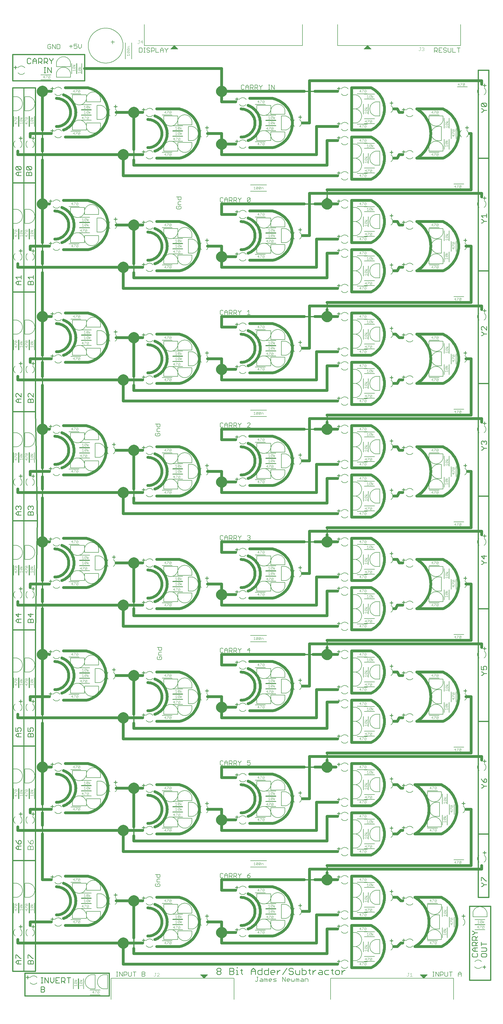
<source format=gto>
G75*
G70*
%OFA0B0*%
%FSLAX24Y24*%
%IPPOS*%
%LPD*%
%AMOC8*
5,1,8,0,0,1.08239X$1,22.5*
%
%ADD10C,0.0400*%
%ADD11C,0.0800*%
%ADD12C,0.0160*%
%ADD13C,0.0120*%
%ADD14C,0.0100*%
%ADD15C,0.0070*%
%ADD16C,0.0080*%
%ADD17C,0.0060*%
%ADD18C,0.0040*%
%ADD19C,0.0050*%
%ADD20C,0.0030*%
D10*
X001850Y010625D02*
X001850Y011125D01*
X001850Y010625D02*
X016850Y010625D01*
X016850Y007625D01*
X047350Y007625D01*
X045850Y009125D02*
X045850Y012625D01*
X047350Y012625D01*
X047350Y014625D02*
X044350Y014625D01*
X044350Y010625D01*
X030850Y010625D01*
X030850Y012125D01*
X032850Y012125D01*
X033600Y013125D02*
X033697Y013127D01*
X033793Y013134D01*
X033889Y013146D01*
X033984Y013162D01*
X034079Y013183D01*
X034172Y013209D01*
X034264Y013238D01*
X034354Y013273D01*
X034443Y013311D01*
X034529Y013354D01*
X034614Y013401D01*
X034696Y013452D01*
X034776Y013507D01*
X034852Y013566D01*
X034926Y013628D01*
X034997Y013694D01*
X035065Y013763D01*
X035129Y013835D01*
X035189Y013911D01*
X035246Y013989D01*
X035299Y014070D01*
X035348Y014153D01*
X035393Y014239D01*
X035434Y014326D01*
X035470Y014416D01*
X035502Y014507D01*
X035530Y014600D01*
X035553Y014693D01*
X035571Y014788D01*
X035585Y014884D01*
X035595Y014980D01*
X035599Y015077D01*
X035599Y015173D01*
X035595Y015270D01*
X035585Y015366D01*
X035571Y015462D01*
X035553Y015557D01*
X035530Y015650D01*
X035502Y015743D01*
X035470Y015834D01*
X035434Y015924D01*
X035393Y016011D01*
X035348Y016097D01*
X035299Y016180D01*
X035246Y016261D01*
X035189Y016339D01*
X035129Y016415D01*
X035065Y016487D01*
X034997Y016556D01*
X034926Y016622D01*
X034852Y016684D01*
X034776Y016743D01*
X034696Y016798D01*
X034614Y016849D01*
X034529Y016896D01*
X034443Y016939D01*
X034354Y016977D01*
X034264Y017012D01*
X034172Y017041D01*
X034079Y017067D01*
X033984Y017088D01*
X033889Y017104D01*
X033793Y017116D01*
X033697Y017123D01*
X033600Y017125D01*
X032850Y018125D02*
X030850Y018125D01*
X030850Y019625D01*
X042600Y019625D01*
X043350Y021125D02*
X067850Y021125D01*
X067850Y021625D01*
X066350Y021625D02*
X045850Y021625D01*
X045850Y020625D02*
X045850Y019625D01*
X044100Y019625D01*
X043350Y021125D02*
X043350Y015125D01*
X042350Y015125D01*
X045850Y019375D02*
X045850Y019625D01*
X046350Y019625D02*
X047350Y019625D01*
X049350Y020125D02*
X052100Y020125D01*
X052100Y023125D02*
X049350Y023125D01*
X049350Y029125D01*
X052100Y029125D01*
X052100Y030125D02*
X049350Y030125D01*
X049350Y036125D01*
X052100Y036125D01*
X052100Y039125D02*
X049350Y039125D01*
X049350Y045125D01*
X052100Y045125D01*
X052100Y046125D02*
X049350Y046125D01*
X049350Y052125D01*
X052100Y052125D01*
X052100Y055125D02*
X049350Y055125D01*
X049350Y061125D01*
X052100Y061125D01*
X052100Y062125D02*
X049350Y062125D01*
X049350Y068125D01*
X052100Y068125D01*
X052100Y071125D02*
X049350Y071125D01*
X049350Y077125D01*
X052100Y077125D01*
X052100Y078125D02*
X049350Y078125D01*
X049350Y084125D01*
X052100Y084125D01*
X052100Y087125D02*
X049350Y087125D01*
X049350Y093125D01*
X052100Y093125D01*
X052100Y094125D02*
X049350Y094125D01*
X049350Y100125D01*
X052100Y100125D01*
X052100Y103125D02*
X049350Y103125D01*
X049350Y109125D01*
X052100Y109125D01*
X052100Y110125D02*
X049350Y110125D01*
X049350Y116125D01*
X052100Y116125D01*
X052100Y119125D02*
X049350Y119125D01*
X049350Y125125D01*
X052100Y125125D01*
X052100Y126125D02*
X049350Y126125D01*
X049350Y132125D01*
X052100Y132125D01*
X052243Y132054D01*
X052383Y131976D01*
X052518Y131892D01*
X052650Y131801D01*
X052776Y131704D01*
X052898Y131600D01*
X053015Y131491D01*
X053127Y131377D01*
X053233Y131257D01*
X053333Y131133D01*
X053426Y131003D01*
X053514Y130870D01*
X053595Y130732D01*
X053669Y130590D01*
X053736Y130445D01*
X053796Y130297D01*
X053849Y130147D01*
X053895Y129994D01*
X053933Y129838D01*
X053964Y129682D01*
X053987Y129524D01*
X054002Y129364D01*
X054010Y129205D01*
X054010Y129045D01*
X054002Y128886D01*
X053987Y128726D01*
X053964Y128568D01*
X053933Y128412D01*
X053895Y128256D01*
X053849Y128103D01*
X053796Y127953D01*
X053736Y127805D01*
X053669Y127660D01*
X053595Y127518D01*
X053514Y127380D01*
X053426Y127247D01*
X053333Y127117D01*
X053233Y126993D01*
X053127Y126873D01*
X053015Y126759D01*
X052898Y126650D01*
X052776Y126546D01*
X052650Y126449D01*
X052518Y126358D01*
X052383Y126274D01*
X052243Y126196D01*
X052100Y126125D01*
X052100Y125125D02*
X052243Y125054D01*
X052383Y124976D01*
X052518Y124892D01*
X052650Y124801D01*
X052776Y124704D01*
X052898Y124600D01*
X053015Y124491D01*
X053127Y124377D01*
X053233Y124257D01*
X053333Y124133D01*
X053426Y124003D01*
X053514Y123870D01*
X053595Y123732D01*
X053669Y123590D01*
X053736Y123445D01*
X053796Y123297D01*
X053849Y123147D01*
X053895Y122994D01*
X053933Y122838D01*
X053964Y122682D01*
X053987Y122524D01*
X054002Y122364D01*
X054010Y122205D01*
X054010Y122045D01*
X054002Y121886D01*
X053987Y121726D01*
X053964Y121568D01*
X053933Y121412D01*
X053895Y121256D01*
X053849Y121103D01*
X053796Y120953D01*
X053736Y120805D01*
X053669Y120660D01*
X053595Y120518D01*
X053514Y120380D01*
X053426Y120247D01*
X053333Y120117D01*
X053233Y119993D01*
X053127Y119873D01*
X053015Y119759D01*
X052898Y119650D01*
X052776Y119546D01*
X052650Y119449D01*
X052518Y119358D01*
X052383Y119274D01*
X052243Y119196D01*
X052100Y119125D01*
X052100Y116125D02*
X052243Y116054D01*
X052383Y115976D01*
X052518Y115892D01*
X052650Y115801D01*
X052776Y115704D01*
X052898Y115600D01*
X053015Y115491D01*
X053127Y115377D01*
X053233Y115257D01*
X053333Y115133D01*
X053426Y115003D01*
X053514Y114870D01*
X053595Y114732D01*
X053669Y114590D01*
X053736Y114445D01*
X053796Y114297D01*
X053849Y114147D01*
X053895Y113994D01*
X053933Y113838D01*
X053964Y113682D01*
X053987Y113524D01*
X054002Y113364D01*
X054010Y113205D01*
X054010Y113045D01*
X054002Y112886D01*
X053987Y112726D01*
X053964Y112568D01*
X053933Y112412D01*
X053895Y112256D01*
X053849Y112103D01*
X053796Y111953D01*
X053736Y111805D01*
X053669Y111660D01*
X053595Y111518D01*
X053514Y111380D01*
X053426Y111247D01*
X053333Y111117D01*
X053233Y110993D01*
X053127Y110873D01*
X053015Y110759D01*
X052898Y110650D01*
X052776Y110546D01*
X052650Y110449D01*
X052518Y110358D01*
X052383Y110274D01*
X052243Y110196D01*
X052100Y110125D01*
X052100Y109125D02*
X052243Y109054D01*
X052383Y108976D01*
X052518Y108892D01*
X052650Y108801D01*
X052776Y108704D01*
X052898Y108600D01*
X053015Y108491D01*
X053127Y108377D01*
X053233Y108257D01*
X053333Y108133D01*
X053426Y108003D01*
X053514Y107870D01*
X053595Y107732D01*
X053669Y107590D01*
X053736Y107445D01*
X053796Y107297D01*
X053849Y107147D01*
X053895Y106994D01*
X053933Y106838D01*
X053964Y106682D01*
X053987Y106524D01*
X054002Y106364D01*
X054010Y106205D01*
X054010Y106045D01*
X054002Y105886D01*
X053987Y105726D01*
X053964Y105568D01*
X053933Y105412D01*
X053895Y105256D01*
X053849Y105103D01*
X053796Y104953D01*
X053736Y104805D01*
X053669Y104660D01*
X053595Y104518D01*
X053514Y104380D01*
X053426Y104247D01*
X053333Y104117D01*
X053233Y103993D01*
X053127Y103873D01*
X053015Y103759D01*
X052898Y103650D01*
X052776Y103546D01*
X052650Y103449D01*
X052518Y103358D01*
X052383Y103274D01*
X052243Y103196D01*
X052100Y103125D01*
X052100Y100125D02*
X052243Y100054D01*
X052383Y099976D01*
X052518Y099892D01*
X052650Y099801D01*
X052776Y099704D01*
X052898Y099600D01*
X053015Y099491D01*
X053127Y099377D01*
X053233Y099257D01*
X053333Y099133D01*
X053426Y099003D01*
X053514Y098870D01*
X053595Y098732D01*
X053669Y098590D01*
X053736Y098445D01*
X053796Y098297D01*
X053849Y098147D01*
X053895Y097994D01*
X053933Y097838D01*
X053964Y097682D01*
X053987Y097524D01*
X054002Y097364D01*
X054010Y097205D01*
X054010Y097045D01*
X054002Y096886D01*
X053987Y096726D01*
X053964Y096568D01*
X053933Y096412D01*
X053895Y096256D01*
X053849Y096103D01*
X053796Y095953D01*
X053736Y095805D01*
X053669Y095660D01*
X053595Y095518D01*
X053514Y095380D01*
X053426Y095247D01*
X053333Y095117D01*
X053233Y094993D01*
X053127Y094873D01*
X053015Y094759D01*
X052898Y094650D01*
X052776Y094546D01*
X052650Y094449D01*
X052518Y094358D01*
X052383Y094274D01*
X052243Y094196D01*
X052100Y094125D01*
X052100Y093125D02*
X052243Y093054D01*
X052383Y092976D01*
X052518Y092892D01*
X052650Y092801D01*
X052776Y092704D01*
X052898Y092600D01*
X053015Y092491D01*
X053127Y092377D01*
X053233Y092257D01*
X053333Y092133D01*
X053426Y092003D01*
X053514Y091870D01*
X053595Y091732D01*
X053669Y091590D01*
X053736Y091445D01*
X053796Y091297D01*
X053849Y091147D01*
X053895Y090994D01*
X053933Y090838D01*
X053964Y090682D01*
X053987Y090524D01*
X054002Y090364D01*
X054010Y090205D01*
X054010Y090045D01*
X054002Y089886D01*
X053987Y089726D01*
X053964Y089568D01*
X053933Y089412D01*
X053895Y089256D01*
X053849Y089103D01*
X053796Y088953D01*
X053736Y088805D01*
X053669Y088660D01*
X053595Y088518D01*
X053514Y088380D01*
X053426Y088247D01*
X053333Y088117D01*
X053233Y087993D01*
X053127Y087873D01*
X053015Y087759D01*
X052898Y087650D01*
X052776Y087546D01*
X052650Y087449D01*
X052518Y087358D01*
X052383Y087274D01*
X052243Y087196D01*
X052100Y087125D01*
X052100Y084125D02*
X052243Y084054D01*
X052383Y083976D01*
X052518Y083892D01*
X052650Y083801D01*
X052776Y083704D01*
X052898Y083600D01*
X053015Y083491D01*
X053127Y083377D01*
X053233Y083257D01*
X053333Y083133D01*
X053426Y083003D01*
X053514Y082870D01*
X053595Y082732D01*
X053669Y082590D01*
X053736Y082445D01*
X053796Y082297D01*
X053849Y082147D01*
X053895Y081994D01*
X053933Y081838D01*
X053964Y081682D01*
X053987Y081524D01*
X054002Y081364D01*
X054010Y081205D01*
X054010Y081045D01*
X054002Y080886D01*
X053987Y080726D01*
X053964Y080568D01*
X053933Y080412D01*
X053895Y080256D01*
X053849Y080103D01*
X053796Y079953D01*
X053736Y079805D01*
X053669Y079660D01*
X053595Y079518D01*
X053514Y079380D01*
X053426Y079247D01*
X053333Y079117D01*
X053233Y078993D01*
X053127Y078873D01*
X053015Y078759D01*
X052898Y078650D01*
X052776Y078546D01*
X052650Y078449D01*
X052518Y078358D01*
X052383Y078274D01*
X052243Y078196D01*
X052100Y078125D01*
X052100Y077125D02*
X052243Y077054D01*
X052383Y076976D01*
X052518Y076892D01*
X052650Y076801D01*
X052776Y076704D01*
X052898Y076600D01*
X053015Y076491D01*
X053127Y076377D01*
X053233Y076257D01*
X053333Y076133D01*
X053426Y076003D01*
X053514Y075870D01*
X053595Y075732D01*
X053669Y075590D01*
X053736Y075445D01*
X053796Y075297D01*
X053849Y075147D01*
X053895Y074994D01*
X053933Y074838D01*
X053964Y074682D01*
X053987Y074524D01*
X054002Y074364D01*
X054010Y074205D01*
X054010Y074045D01*
X054002Y073886D01*
X053987Y073726D01*
X053964Y073568D01*
X053933Y073412D01*
X053895Y073256D01*
X053849Y073103D01*
X053796Y072953D01*
X053736Y072805D01*
X053669Y072660D01*
X053595Y072518D01*
X053514Y072380D01*
X053426Y072247D01*
X053333Y072117D01*
X053233Y071993D01*
X053127Y071873D01*
X053015Y071759D01*
X052898Y071650D01*
X052776Y071546D01*
X052650Y071449D01*
X052518Y071358D01*
X052383Y071274D01*
X052243Y071196D01*
X052100Y071125D01*
X052100Y068125D02*
X052243Y068054D01*
X052383Y067976D01*
X052518Y067892D01*
X052650Y067801D01*
X052776Y067704D01*
X052898Y067600D01*
X053015Y067491D01*
X053127Y067377D01*
X053233Y067257D01*
X053333Y067133D01*
X053426Y067003D01*
X053514Y066870D01*
X053595Y066732D01*
X053669Y066590D01*
X053736Y066445D01*
X053796Y066297D01*
X053849Y066147D01*
X053895Y065994D01*
X053933Y065838D01*
X053964Y065682D01*
X053987Y065524D01*
X054002Y065364D01*
X054010Y065205D01*
X054010Y065045D01*
X054002Y064886D01*
X053987Y064726D01*
X053964Y064568D01*
X053933Y064412D01*
X053895Y064256D01*
X053849Y064103D01*
X053796Y063953D01*
X053736Y063805D01*
X053669Y063660D01*
X053595Y063518D01*
X053514Y063380D01*
X053426Y063247D01*
X053333Y063117D01*
X053233Y062993D01*
X053127Y062873D01*
X053015Y062759D01*
X052898Y062650D01*
X052776Y062546D01*
X052650Y062449D01*
X052518Y062358D01*
X052383Y062274D01*
X052243Y062196D01*
X052100Y062125D01*
X052100Y061125D02*
X052243Y061054D01*
X052383Y060976D01*
X052518Y060892D01*
X052650Y060801D01*
X052776Y060704D01*
X052898Y060600D01*
X053015Y060491D01*
X053127Y060377D01*
X053233Y060257D01*
X053333Y060133D01*
X053426Y060003D01*
X053514Y059870D01*
X053595Y059732D01*
X053669Y059590D01*
X053736Y059445D01*
X053796Y059297D01*
X053849Y059147D01*
X053895Y058994D01*
X053933Y058838D01*
X053964Y058682D01*
X053987Y058524D01*
X054002Y058364D01*
X054010Y058205D01*
X054010Y058045D01*
X054002Y057886D01*
X053987Y057726D01*
X053964Y057568D01*
X053933Y057412D01*
X053895Y057256D01*
X053849Y057103D01*
X053796Y056953D01*
X053736Y056805D01*
X053669Y056660D01*
X053595Y056518D01*
X053514Y056380D01*
X053426Y056247D01*
X053333Y056117D01*
X053233Y055993D01*
X053127Y055873D01*
X053015Y055759D01*
X052898Y055650D01*
X052776Y055546D01*
X052650Y055449D01*
X052518Y055358D01*
X052383Y055274D01*
X052243Y055196D01*
X052100Y055125D01*
X052100Y052125D02*
X052243Y052054D01*
X052383Y051976D01*
X052518Y051892D01*
X052650Y051801D01*
X052776Y051704D01*
X052898Y051600D01*
X053015Y051491D01*
X053127Y051377D01*
X053233Y051257D01*
X053333Y051133D01*
X053426Y051003D01*
X053514Y050870D01*
X053595Y050732D01*
X053669Y050590D01*
X053736Y050445D01*
X053796Y050297D01*
X053849Y050147D01*
X053895Y049994D01*
X053933Y049838D01*
X053964Y049682D01*
X053987Y049524D01*
X054002Y049364D01*
X054010Y049205D01*
X054010Y049045D01*
X054002Y048886D01*
X053987Y048726D01*
X053964Y048568D01*
X053933Y048412D01*
X053895Y048256D01*
X053849Y048103D01*
X053796Y047953D01*
X053736Y047805D01*
X053669Y047660D01*
X053595Y047518D01*
X053514Y047380D01*
X053426Y047247D01*
X053333Y047117D01*
X053233Y046993D01*
X053127Y046873D01*
X053015Y046759D01*
X052898Y046650D01*
X052776Y046546D01*
X052650Y046449D01*
X052518Y046358D01*
X052383Y046274D01*
X052243Y046196D01*
X052100Y046125D01*
X052100Y045125D02*
X052243Y045054D01*
X052383Y044976D01*
X052518Y044892D01*
X052650Y044801D01*
X052776Y044704D01*
X052898Y044600D01*
X053015Y044491D01*
X053127Y044377D01*
X053233Y044257D01*
X053333Y044133D01*
X053426Y044003D01*
X053514Y043870D01*
X053595Y043732D01*
X053669Y043590D01*
X053736Y043445D01*
X053796Y043297D01*
X053849Y043147D01*
X053895Y042994D01*
X053933Y042838D01*
X053964Y042682D01*
X053987Y042524D01*
X054002Y042364D01*
X054010Y042205D01*
X054010Y042045D01*
X054002Y041886D01*
X053987Y041726D01*
X053964Y041568D01*
X053933Y041412D01*
X053895Y041256D01*
X053849Y041103D01*
X053796Y040953D01*
X053736Y040805D01*
X053669Y040660D01*
X053595Y040518D01*
X053514Y040380D01*
X053426Y040247D01*
X053333Y040117D01*
X053233Y039993D01*
X053127Y039873D01*
X053015Y039759D01*
X052898Y039650D01*
X052776Y039546D01*
X052650Y039449D01*
X052518Y039358D01*
X052383Y039274D01*
X052243Y039196D01*
X052100Y039125D01*
X052100Y036125D02*
X052243Y036054D01*
X052383Y035976D01*
X052518Y035892D01*
X052650Y035801D01*
X052776Y035704D01*
X052898Y035600D01*
X053015Y035491D01*
X053127Y035377D01*
X053233Y035257D01*
X053333Y035133D01*
X053426Y035003D01*
X053514Y034870D01*
X053595Y034732D01*
X053669Y034590D01*
X053736Y034445D01*
X053796Y034297D01*
X053849Y034147D01*
X053895Y033994D01*
X053933Y033838D01*
X053964Y033682D01*
X053987Y033524D01*
X054002Y033364D01*
X054010Y033205D01*
X054010Y033045D01*
X054002Y032886D01*
X053987Y032726D01*
X053964Y032568D01*
X053933Y032412D01*
X053895Y032256D01*
X053849Y032103D01*
X053796Y031953D01*
X053736Y031805D01*
X053669Y031660D01*
X053595Y031518D01*
X053514Y031380D01*
X053426Y031247D01*
X053333Y031117D01*
X053233Y030993D01*
X053127Y030873D01*
X053015Y030759D01*
X052898Y030650D01*
X052776Y030546D01*
X052650Y030449D01*
X052518Y030358D01*
X052383Y030274D01*
X052243Y030196D01*
X052100Y030125D01*
X052100Y029125D02*
X052243Y029054D01*
X052383Y028976D01*
X052518Y028892D01*
X052650Y028801D01*
X052776Y028704D01*
X052898Y028600D01*
X053015Y028491D01*
X053127Y028377D01*
X053233Y028257D01*
X053333Y028133D01*
X053426Y028003D01*
X053514Y027870D01*
X053595Y027732D01*
X053669Y027590D01*
X053736Y027445D01*
X053796Y027297D01*
X053849Y027147D01*
X053895Y026994D01*
X053933Y026838D01*
X053964Y026682D01*
X053987Y026524D01*
X054002Y026364D01*
X054010Y026205D01*
X054010Y026045D01*
X054002Y025886D01*
X053987Y025726D01*
X053964Y025568D01*
X053933Y025412D01*
X053895Y025256D01*
X053849Y025103D01*
X053796Y024953D01*
X053736Y024805D01*
X053669Y024660D01*
X053595Y024518D01*
X053514Y024380D01*
X053426Y024247D01*
X053333Y024117D01*
X053233Y023993D01*
X053127Y023873D01*
X053015Y023759D01*
X052898Y023650D01*
X052776Y023546D01*
X052650Y023449D01*
X052518Y023358D01*
X052383Y023274D01*
X052243Y023196D01*
X052100Y023125D01*
X049350Y020125D02*
X049350Y014125D01*
X052100Y014125D01*
X052100Y013125D02*
X049350Y013125D01*
X049350Y007125D01*
X052100Y007125D01*
X052243Y007196D01*
X052383Y007274D01*
X052518Y007358D01*
X052650Y007449D01*
X052776Y007546D01*
X052898Y007650D01*
X053015Y007759D01*
X053127Y007873D01*
X053233Y007993D01*
X053333Y008117D01*
X053426Y008247D01*
X053514Y008380D01*
X053595Y008518D01*
X053669Y008660D01*
X053736Y008805D01*
X053796Y008953D01*
X053849Y009103D01*
X053895Y009256D01*
X053933Y009412D01*
X053964Y009568D01*
X053987Y009726D01*
X054002Y009886D01*
X054010Y010045D01*
X054010Y010205D01*
X054002Y010364D01*
X053987Y010524D01*
X053964Y010682D01*
X053933Y010838D01*
X053895Y010994D01*
X053849Y011147D01*
X053796Y011297D01*
X053736Y011445D01*
X053669Y011590D01*
X053595Y011732D01*
X053514Y011870D01*
X053426Y012003D01*
X053333Y012133D01*
X053233Y012257D01*
X053127Y012377D01*
X053015Y012491D01*
X052898Y012600D01*
X052776Y012704D01*
X052650Y012801D01*
X052518Y012892D01*
X052383Y012976D01*
X052243Y013054D01*
X052100Y013125D01*
X052100Y014125D02*
X052243Y014196D01*
X052383Y014274D01*
X052518Y014358D01*
X052650Y014449D01*
X052776Y014546D01*
X052898Y014650D01*
X053015Y014759D01*
X053127Y014873D01*
X053233Y014993D01*
X053333Y015117D01*
X053426Y015247D01*
X053514Y015380D01*
X053595Y015518D01*
X053669Y015660D01*
X053736Y015805D01*
X053796Y015953D01*
X053849Y016103D01*
X053895Y016256D01*
X053933Y016412D01*
X053964Y016568D01*
X053987Y016726D01*
X054002Y016886D01*
X054010Y017045D01*
X054010Y017205D01*
X054002Y017364D01*
X053987Y017524D01*
X053964Y017682D01*
X053933Y017838D01*
X053895Y017994D01*
X053849Y018147D01*
X053796Y018297D01*
X053736Y018445D01*
X053669Y018590D01*
X053595Y018732D01*
X053514Y018870D01*
X053426Y019003D01*
X053333Y019133D01*
X053233Y019257D01*
X053127Y019377D01*
X053015Y019491D01*
X052898Y019600D01*
X052776Y019704D01*
X052650Y019801D01*
X052518Y019892D01*
X052383Y019976D01*
X052243Y020054D01*
X052100Y020125D01*
X055350Y017125D02*
X055850Y017125D01*
X056350Y016625D01*
X056600Y016625D01*
X058350Y017125D02*
X062100Y017125D01*
X062267Y017042D01*
X062430Y016952D01*
X062588Y016853D01*
X062742Y016747D01*
X062890Y016634D01*
X063032Y016513D01*
X063168Y016386D01*
X063298Y016253D01*
X063422Y016113D01*
X063538Y015967D01*
X063648Y015817D01*
X063750Y015661D01*
X063844Y015500D01*
X063931Y015335D01*
X064009Y015166D01*
X064080Y014993D01*
X064141Y014817D01*
X064195Y014638D01*
X064239Y014457D01*
X064275Y014274D01*
X064302Y014090D01*
X064320Y013904D01*
X064329Y013718D01*
X064329Y013532D01*
X064320Y013346D01*
X064302Y013160D01*
X064275Y012976D01*
X064239Y012793D01*
X064195Y012612D01*
X064141Y012433D01*
X064080Y012257D01*
X064009Y012084D01*
X063931Y011915D01*
X063844Y011750D01*
X063750Y011589D01*
X063648Y011433D01*
X063538Y011283D01*
X063422Y011137D01*
X063298Y010997D01*
X063168Y010864D01*
X063032Y010737D01*
X062890Y010616D01*
X062742Y010503D01*
X062588Y010397D01*
X062430Y010298D01*
X062267Y010208D01*
X062100Y010125D01*
X058350Y010125D01*
X056600Y010625D02*
X056350Y010625D01*
X055850Y010125D01*
X055350Y010125D01*
X058350Y010125D02*
X058517Y010228D01*
X058679Y010339D01*
X058836Y010458D01*
X058986Y010584D01*
X059130Y010718D01*
X059268Y010858D01*
X059399Y011005D01*
X059522Y011158D01*
X059638Y011316D01*
X059746Y011480D01*
X059846Y011650D01*
X059937Y011823D01*
X060021Y012002D01*
X060095Y012183D01*
X060160Y012369D01*
X060217Y012557D01*
X060264Y012748D01*
X060302Y012940D01*
X060330Y013135D01*
X060349Y013330D01*
X060359Y013527D01*
X060359Y013723D01*
X060349Y013920D01*
X060330Y014115D01*
X060302Y014310D01*
X060264Y014502D01*
X060217Y014693D01*
X060160Y014881D01*
X060095Y015067D01*
X060021Y015248D01*
X059937Y015427D01*
X059846Y015600D01*
X059746Y015770D01*
X059638Y015934D01*
X059522Y016092D01*
X059399Y016245D01*
X059268Y016392D01*
X059130Y016532D01*
X058986Y016666D01*
X058836Y016792D01*
X058679Y016911D01*
X058517Y017022D01*
X058350Y017125D01*
X058350Y026125D02*
X062100Y026125D01*
X062267Y026208D01*
X062430Y026298D01*
X062588Y026397D01*
X062742Y026503D01*
X062890Y026616D01*
X063032Y026737D01*
X063168Y026864D01*
X063298Y026997D01*
X063422Y027137D01*
X063538Y027283D01*
X063648Y027433D01*
X063750Y027589D01*
X063844Y027750D01*
X063931Y027915D01*
X064009Y028084D01*
X064080Y028257D01*
X064141Y028433D01*
X064195Y028612D01*
X064239Y028793D01*
X064275Y028976D01*
X064302Y029160D01*
X064320Y029346D01*
X064329Y029532D01*
X064329Y029718D01*
X064320Y029904D01*
X064302Y030090D01*
X064275Y030274D01*
X064239Y030457D01*
X064195Y030638D01*
X064141Y030817D01*
X064080Y030993D01*
X064009Y031166D01*
X063931Y031335D01*
X063844Y031500D01*
X063750Y031661D01*
X063648Y031817D01*
X063538Y031967D01*
X063422Y032113D01*
X063298Y032253D01*
X063168Y032386D01*
X063032Y032513D01*
X062890Y032634D01*
X062742Y032747D01*
X062588Y032853D01*
X062430Y032952D01*
X062267Y033042D01*
X062100Y033125D01*
X058350Y033125D01*
X056600Y032625D02*
X056350Y032625D01*
X055850Y033125D01*
X055350Y033125D01*
X058350Y033125D02*
X058517Y033022D01*
X058679Y032911D01*
X058836Y032792D01*
X058986Y032666D01*
X059130Y032532D01*
X059268Y032392D01*
X059399Y032245D01*
X059522Y032092D01*
X059638Y031934D01*
X059746Y031770D01*
X059846Y031600D01*
X059937Y031427D01*
X060021Y031248D01*
X060095Y031067D01*
X060160Y030881D01*
X060217Y030693D01*
X060264Y030502D01*
X060302Y030310D01*
X060330Y030115D01*
X060349Y029920D01*
X060359Y029723D01*
X060359Y029527D01*
X060349Y029330D01*
X060330Y029135D01*
X060302Y028940D01*
X060264Y028748D01*
X060217Y028557D01*
X060160Y028369D01*
X060095Y028183D01*
X060021Y028002D01*
X059937Y027823D01*
X059846Y027650D01*
X059746Y027480D01*
X059638Y027316D01*
X059522Y027158D01*
X059399Y027005D01*
X059268Y026858D01*
X059130Y026718D01*
X058986Y026584D01*
X058836Y026458D01*
X058679Y026339D01*
X058517Y026228D01*
X058350Y026125D01*
X056600Y026625D02*
X056350Y026625D01*
X055850Y026125D01*
X055350Y026125D01*
X055350Y042125D02*
X055850Y042125D01*
X056100Y042625D01*
X056600Y042625D01*
X058600Y042125D02*
X058767Y042228D01*
X058929Y042339D01*
X059086Y042458D01*
X059236Y042584D01*
X059380Y042718D01*
X059518Y042858D01*
X059649Y043005D01*
X059772Y043158D01*
X059888Y043316D01*
X059996Y043480D01*
X060096Y043650D01*
X060187Y043823D01*
X060271Y044002D01*
X060345Y044183D01*
X060410Y044369D01*
X060467Y044557D01*
X060514Y044748D01*
X060552Y044940D01*
X060580Y045135D01*
X060599Y045330D01*
X060609Y045527D01*
X060609Y045723D01*
X060599Y045920D01*
X060580Y046115D01*
X060552Y046310D01*
X060514Y046502D01*
X060467Y046693D01*
X060410Y046881D01*
X060345Y047067D01*
X060271Y047248D01*
X060187Y047427D01*
X060096Y047600D01*
X059996Y047770D01*
X059888Y047934D01*
X059772Y048092D01*
X059649Y048245D01*
X059518Y048392D01*
X059380Y048532D01*
X059236Y048666D01*
X059086Y048792D01*
X058929Y048911D01*
X058767Y049022D01*
X058600Y049125D01*
X062350Y049125D01*
X062517Y049042D01*
X062680Y048952D01*
X062838Y048853D01*
X062992Y048747D01*
X063140Y048634D01*
X063282Y048513D01*
X063418Y048386D01*
X063548Y048253D01*
X063672Y048113D01*
X063788Y047967D01*
X063898Y047817D01*
X064000Y047661D01*
X064094Y047500D01*
X064181Y047335D01*
X064259Y047166D01*
X064330Y046993D01*
X064391Y046817D01*
X064445Y046638D01*
X064489Y046457D01*
X064525Y046274D01*
X064552Y046090D01*
X064570Y045904D01*
X064579Y045718D01*
X064579Y045532D01*
X064570Y045346D01*
X064552Y045160D01*
X064525Y044976D01*
X064489Y044793D01*
X064445Y044612D01*
X064391Y044433D01*
X064330Y044257D01*
X064259Y044084D01*
X064181Y043915D01*
X064094Y043750D01*
X064000Y043589D01*
X063898Y043433D01*
X063788Y043283D01*
X063672Y043137D01*
X063548Y042997D01*
X063418Y042864D01*
X063282Y042737D01*
X063140Y042616D01*
X062992Y042503D01*
X062838Y042397D01*
X062680Y042298D01*
X062517Y042208D01*
X062350Y042125D01*
X058600Y042125D01*
X056600Y048625D02*
X056100Y048625D01*
X055850Y049125D01*
X055350Y049125D01*
X055350Y058125D02*
X055600Y058125D01*
X055850Y058625D01*
X056600Y058625D01*
X058600Y058125D02*
X058767Y058228D01*
X058929Y058339D01*
X059086Y058458D01*
X059236Y058584D01*
X059380Y058718D01*
X059518Y058858D01*
X059649Y059005D01*
X059772Y059158D01*
X059888Y059316D01*
X059996Y059480D01*
X060096Y059650D01*
X060187Y059823D01*
X060271Y060002D01*
X060345Y060183D01*
X060410Y060369D01*
X060467Y060557D01*
X060514Y060748D01*
X060552Y060940D01*
X060580Y061135D01*
X060599Y061330D01*
X060609Y061527D01*
X060609Y061723D01*
X060599Y061920D01*
X060580Y062115D01*
X060552Y062310D01*
X060514Y062502D01*
X060467Y062693D01*
X060410Y062881D01*
X060345Y063067D01*
X060271Y063248D01*
X060187Y063427D01*
X060096Y063600D01*
X059996Y063770D01*
X059888Y063934D01*
X059772Y064092D01*
X059649Y064245D01*
X059518Y064392D01*
X059380Y064532D01*
X059236Y064666D01*
X059086Y064792D01*
X058929Y064911D01*
X058767Y065022D01*
X058600Y065125D01*
X062350Y065125D01*
X062517Y065042D01*
X062680Y064952D01*
X062838Y064853D01*
X062992Y064747D01*
X063140Y064634D01*
X063282Y064513D01*
X063418Y064386D01*
X063548Y064253D01*
X063672Y064113D01*
X063788Y063967D01*
X063898Y063817D01*
X064000Y063661D01*
X064094Y063500D01*
X064181Y063335D01*
X064259Y063166D01*
X064330Y062993D01*
X064391Y062817D01*
X064445Y062638D01*
X064489Y062457D01*
X064525Y062274D01*
X064552Y062090D01*
X064570Y061904D01*
X064579Y061718D01*
X064579Y061532D01*
X064570Y061346D01*
X064552Y061160D01*
X064525Y060976D01*
X064489Y060793D01*
X064445Y060612D01*
X064391Y060433D01*
X064330Y060257D01*
X064259Y060084D01*
X064181Y059915D01*
X064094Y059750D01*
X064000Y059589D01*
X063898Y059433D01*
X063788Y059283D01*
X063672Y059137D01*
X063548Y058997D01*
X063418Y058864D01*
X063282Y058737D01*
X063140Y058616D01*
X062992Y058503D01*
X062838Y058397D01*
X062680Y058298D01*
X062517Y058208D01*
X062350Y058125D01*
X058600Y058125D01*
X056600Y064625D02*
X056100Y064625D01*
X055850Y065125D01*
X055350Y065125D01*
X055350Y074125D02*
X055850Y074125D01*
X056100Y074625D01*
X056600Y074625D01*
X058600Y074125D02*
X062350Y074125D01*
X062517Y074208D01*
X062680Y074298D01*
X062838Y074397D01*
X062992Y074503D01*
X063140Y074616D01*
X063282Y074737D01*
X063418Y074864D01*
X063548Y074997D01*
X063672Y075137D01*
X063788Y075283D01*
X063898Y075433D01*
X064000Y075589D01*
X064094Y075750D01*
X064181Y075915D01*
X064259Y076084D01*
X064330Y076257D01*
X064391Y076433D01*
X064445Y076612D01*
X064489Y076793D01*
X064525Y076976D01*
X064552Y077160D01*
X064570Y077346D01*
X064579Y077532D01*
X064579Y077718D01*
X064570Y077904D01*
X064552Y078090D01*
X064525Y078274D01*
X064489Y078457D01*
X064445Y078638D01*
X064391Y078817D01*
X064330Y078993D01*
X064259Y079166D01*
X064181Y079335D01*
X064094Y079500D01*
X064000Y079661D01*
X063898Y079817D01*
X063788Y079967D01*
X063672Y080113D01*
X063548Y080253D01*
X063418Y080386D01*
X063282Y080513D01*
X063140Y080634D01*
X062992Y080747D01*
X062838Y080853D01*
X062680Y080952D01*
X062517Y081042D01*
X062350Y081125D01*
X058600Y081125D01*
X056600Y080625D02*
X056100Y080625D01*
X055850Y081125D01*
X055350Y081125D01*
X058600Y081125D02*
X058767Y081022D01*
X058929Y080911D01*
X059086Y080792D01*
X059236Y080666D01*
X059380Y080532D01*
X059518Y080392D01*
X059649Y080245D01*
X059772Y080092D01*
X059888Y079934D01*
X059996Y079770D01*
X060096Y079600D01*
X060187Y079427D01*
X060271Y079248D01*
X060345Y079067D01*
X060410Y078881D01*
X060467Y078693D01*
X060514Y078502D01*
X060552Y078310D01*
X060580Y078115D01*
X060599Y077920D01*
X060609Y077723D01*
X060609Y077527D01*
X060599Y077330D01*
X060580Y077135D01*
X060552Y076940D01*
X060514Y076748D01*
X060467Y076557D01*
X060410Y076369D01*
X060345Y076183D01*
X060271Y076002D01*
X060187Y075823D01*
X060096Y075650D01*
X059996Y075480D01*
X059888Y075316D01*
X059772Y075158D01*
X059649Y075005D01*
X059518Y074858D01*
X059380Y074718D01*
X059236Y074584D01*
X059086Y074458D01*
X058929Y074339D01*
X058767Y074228D01*
X058600Y074125D01*
X065850Y077625D02*
X066350Y077625D01*
X066350Y069625D01*
X045850Y069625D01*
X045850Y068625D02*
X045850Y067375D01*
X045600Y067625D02*
X044100Y067625D01*
X043350Y069125D02*
X067850Y069125D01*
X067850Y068625D01*
X066350Y061625D02*
X065600Y061625D01*
X066350Y061625D02*
X066350Y053625D01*
X045850Y053625D01*
X045850Y052625D02*
X045850Y051875D01*
X047350Y051625D02*
X043850Y051625D01*
X042600Y051625D02*
X030850Y051625D01*
X030850Y050125D01*
X032850Y050125D01*
X033600Y049125D02*
X033697Y049123D01*
X033793Y049116D01*
X033889Y049104D01*
X033984Y049088D01*
X034079Y049067D01*
X034172Y049041D01*
X034264Y049012D01*
X034354Y048977D01*
X034443Y048939D01*
X034529Y048896D01*
X034614Y048849D01*
X034696Y048798D01*
X034776Y048743D01*
X034852Y048684D01*
X034926Y048622D01*
X034997Y048556D01*
X035065Y048487D01*
X035129Y048415D01*
X035189Y048339D01*
X035246Y048261D01*
X035299Y048180D01*
X035348Y048097D01*
X035393Y048011D01*
X035434Y047924D01*
X035470Y047834D01*
X035502Y047743D01*
X035530Y047650D01*
X035553Y047557D01*
X035571Y047462D01*
X035585Y047366D01*
X035595Y047270D01*
X035599Y047173D01*
X035599Y047077D01*
X035595Y046980D01*
X035585Y046884D01*
X035571Y046788D01*
X035553Y046693D01*
X035530Y046600D01*
X035502Y046507D01*
X035470Y046416D01*
X035434Y046326D01*
X035393Y046239D01*
X035348Y046153D01*
X035299Y046070D01*
X035246Y045989D01*
X035189Y045911D01*
X035129Y045835D01*
X035065Y045763D01*
X034997Y045694D01*
X034926Y045628D01*
X034852Y045566D01*
X034776Y045507D01*
X034696Y045452D01*
X034614Y045401D01*
X034529Y045354D01*
X034443Y045311D01*
X034354Y045273D01*
X034264Y045238D01*
X034172Y045209D01*
X034079Y045183D01*
X033984Y045162D01*
X033889Y045146D01*
X033793Y045134D01*
X033697Y045127D01*
X033600Y045125D01*
X032850Y044125D02*
X030850Y044125D01*
X030850Y042625D01*
X044350Y042625D01*
X044350Y046625D01*
X047350Y046625D01*
X047350Y044875D02*
X045850Y044875D01*
X045850Y041125D01*
X018350Y041125D01*
X018350Y041875D01*
X018350Y043125D02*
X018350Y048625D01*
X015850Y048625D01*
X018350Y048625D02*
X019600Y048625D01*
X021600Y049125D02*
X024850Y049125D01*
X025019Y049084D01*
X025186Y049035D01*
X025350Y048979D01*
X025511Y048914D01*
X025669Y048842D01*
X025824Y048762D01*
X025974Y048674D01*
X026120Y048580D01*
X026261Y048478D01*
X026397Y048370D01*
X026527Y048255D01*
X026652Y048134D01*
X026771Y048007D01*
X026883Y047875D01*
X026989Y047737D01*
X027088Y047595D01*
X027180Y047447D01*
X027265Y047295D01*
X027343Y047140D01*
X027412Y046981D01*
X027474Y046818D01*
X027528Y046653D01*
X027574Y046485D01*
X027612Y046316D01*
X027641Y046145D01*
X027662Y045972D01*
X027675Y045799D01*
X027679Y045625D01*
X027675Y045451D01*
X027662Y045278D01*
X027641Y045105D01*
X027612Y044934D01*
X027574Y044765D01*
X027528Y044597D01*
X027474Y044432D01*
X027412Y044269D01*
X027343Y044110D01*
X027265Y043955D01*
X027180Y043803D01*
X027088Y043655D01*
X026989Y043513D01*
X026883Y043375D01*
X026771Y043243D01*
X026652Y043116D01*
X026527Y042995D01*
X026397Y042880D01*
X026261Y042772D01*
X026120Y042670D01*
X025974Y042576D01*
X025824Y042488D01*
X025669Y042408D01*
X025511Y042336D01*
X025350Y042271D01*
X025186Y042215D01*
X025019Y042166D01*
X024850Y042125D01*
X021600Y042125D01*
X019600Y042625D02*
X016850Y042625D01*
X016850Y039625D01*
X047350Y039625D01*
X045850Y037625D02*
X066350Y037625D01*
X066350Y045625D01*
X065600Y045625D01*
X067850Y052625D02*
X067850Y053125D01*
X043350Y053125D01*
X043350Y047125D01*
X042350Y047125D01*
X038100Y043625D02*
X034850Y043625D01*
X034600Y044625D02*
X034721Y044673D01*
X034839Y044726D01*
X034955Y044785D01*
X035068Y044850D01*
X035177Y044920D01*
X035283Y044995D01*
X035386Y045075D01*
X035484Y045161D01*
X035577Y045251D01*
X035667Y045345D01*
X035751Y045444D01*
X035831Y045547D01*
X035906Y045653D01*
X035975Y045763D01*
X036039Y045876D01*
X036097Y045992D01*
X036149Y046111D01*
X036196Y046233D01*
X036236Y046356D01*
X036271Y046481D01*
X036299Y046608D01*
X036321Y046736D01*
X036337Y046865D01*
X036347Y046995D01*
X036350Y047125D01*
X036347Y047255D01*
X036337Y047385D01*
X036321Y047514D01*
X036299Y047642D01*
X036271Y047769D01*
X036236Y047894D01*
X036196Y048017D01*
X036149Y048139D01*
X036097Y048258D01*
X036039Y048374D01*
X035975Y048487D01*
X035906Y048597D01*
X035831Y048703D01*
X035751Y048806D01*
X035667Y048905D01*
X035577Y048999D01*
X035484Y049089D01*
X035386Y049175D01*
X035283Y049255D01*
X035177Y049330D01*
X035068Y049400D01*
X034955Y049465D01*
X034839Y049524D01*
X034721Y049577D01*
X034600Y049625D01*
X034850Y050625D02*
X038100Y050625D01*
X038269Y050584D01*
X038436Y050535D01*
X038600Y050479D01*
X038761Y050414D01*
X038919Y050342D01*
X039074Y050262D01*
X039224Y050174D01*
X039370Y050080D01*
X039511Y049978D01*
X039647Y049870D01*
X039777Y049755D01*
X039902Y049634D01*
X040021Y049507D01*
X040133Y049375D01*
X040239Y049237D01*
X040338Y049095D01*
X040430Y048947D01*
X040515Y048795D01*
X040593Y048640D01*
X040662Y048481D01*
X040724Y048318D01*
X040778Y048153D01*
X040824Y047985D01*
X040862Y047816D01*
X040891Y047645D01*
X040912Y047472D01*
X040925Y047299D01*
X040929Y047125D01*
X040925Y046951D01*
X040912Y046778D01*
X040891Y046605D01*
X040862Y046434D01*
X040824Y046265D01*
X040778Y046097D01*
X040724Y045932D01*
X040662Y045769D01*
X040593Y045610D01*
X040515Y045455D01*
X040430Y045303D01*
X040338Y045155D01*
X040239Y045013D01*
X040133Y044875D01*
X040021Y044743D01*
X039902Y044616D01*
X039777Y044495D01*
X039647Y044380D01*
X039511Y044272D01*
X039370Y044170D01*
X039224Y044076D01*
X039074Y043988D01*
X038919Y043908D01*
X038761Y043836D01*
X038600Y043771D01*
X038436Y043715D01*
X038269Y043666D01*
X038100Y043625D01*
X038100Y034625D02*
X034850Y034625D01*
X032850Y034125D02*
X030850Y034125D01*
X030850Y035625D01*
X042600Y035625D01*
X043350Y037125D02*
X067850Y037125D01*
X067850Y036625D01*
X066350Y029625D02*
X065600Y029625D01*
X066350Y029625D02*
X066350Y021625D01*
X047350Y023625D02*
X016850Y023625D01*
X016850Y026625D01*
X001850Y026625D01*
X001850Y027125D01*
X003600Y029125D02*
X003600Y029625D01*
X006600Y029625D01*
X005350Y029125D02*
X005350Y027375D01*
X005350Y026125D02*
X005350Y019625D01*
X006600Y019625D01*
X007350Y018625D02*
X007447Y018623D01*
X007543Y018616D01*
X007639Y018604D01*
X007734Y018588D01*
X007829Y018567D01*
X007922Y018541D01*
X008014Y018512D01*
X008104Y018477D01*
X008193Y018439D01*
X008279Y018396D01*
X008364Y018349D01*
X008446Y018298D01*
X008526Y018243D01*
X008602Y018184D01*
X008676Y018122D01*
X008747Y018056D01*
X008815Y017987D01*
X008879Y017915D01*
X008939Y017839D01*
X008996Y017761D01*
X009049Y017680D01*
X009098Y017597D01*
X009143Y017511D01*
X009184Y017424D01*
X009220Y017334D01*
X009252Y017243D01*
X009280Y017150D01*
X009303Y017057D01*
X009321Y016962D01*
X009335Y016866D01*
X009345Y016770D01*
X009349Y016673D01*
X009349Y016577D01*
X009345Y016480D01*
X009335Y016384D01*
X009321Y016288D01*
X009303Y016193D01*
X009280Y016100D01*
X009252Y016007D01*
X009220Y015916D01*
X009184Y015826D01*
X009143Y015739D01*
X009098Y015653D01*
X009049Y015570D01*
X008996Y015489D01*
X008939Y015411D01*
X008879Y015335D01*
X008815Y015263D01*
X008747Y015194D01*
X008676Y015128D01*
X008602Y015066D01*
X008526Y015007D01*
X008446Y014952D01*
X008364Y014901D01*
X008279Y014854D01*
X008193Y014811D01*
X008104Y014773D01*
X008014Y014738D01*
X007922Y014709D01*
X007829Y014683D01*
X007734Y014662D01*
X007639Y014646D01*
X007543Y014634D01*
X007447Y014627D01*
X007350Y014625D01*
X006600Y013625D02*
X003600Y013625D01*
X003600Y013125D01*
X008350Y014125D02*
X008471Y014173D01*
X008589Y014226D01*
X008705Y014285D01*
X008818Y014350D01*
X008927Y014420D01*
X009033Y014495D01*
X009136Y014575D01*
X009234Y014661D01*
X009327Y014751D01*
X009417Y014845D01*
X009501Y014944D01*
X009581Y015047D01*
X009656Y015153D01*
X009725Y015263D01*
X009789Y015376D01*
X009847Y015492D01*
X009899Y015611D01*
X009946Y015733D01*
X009986Y015856D01*
X010021Y015981D01*
X010049Y016108D01*
X010071Y016236D01*
X010087Y016365D01*
X010097Y016495D01*
X010100Y016625D01*
X010097Y016755D01*
X010087Y016885D01*
X010071Y017014D01*
X010049Y017142D01*
X010021Y017269D01*
X009986Y017394D01*
X009946Y017517D01*
X009899Y017639D01*
X009847Y017758D01*
X009789Y017874D01*
X009725Y017987D01*
X009656Y018097D01*
X009581Y018203D01*
X009501Y018306D01*
X009417Y018405D01*
X009327Y018499D01*
X009234Y018589D01*
X009136Y018675D01*
X009033Y018755D01*
X008927Y018830D01*
X008818Y018900D01*
X008705Y018965D01*
X008589Y019024D01*
X008471Y019077D01*
X008350Y019125D01*
X008600Y020125D02*
X011850Y020125D01*
X012019Y020084D01*
X012186Y020035D01*
X012350Y019979D01*
X012511Y019914D01*
X012669Y019842D01*
X012824Y019762D01*
X012974Y019674D01*
X013120Y019580D01*
X013261Y019478D01*
X013397Y019370D01*
X013527Y019255D01*
X013652Y019134D01*
X013771Y019007D01*
X013883Y018875D01*
X013989Y018737D01*
X014088Y018595D01*
X014180Y018447D01*
X014265Y018295D01*
X014343Y018140D01*
X014412Y017981D01*
X014474Y017818D01*
X014528Y017653D01*
X014574Y017485D01*
X014612Y017316D01*
X014641Y017145D01*
X014662Y016972D01*
X014675Y016799D01*
X014679Y016625D01*
X014675Y016451D01*
X014662Y016278D01*
X014641Y016105D01*
X014612Y015934D01*
X014574Y015765D01*
X014528Y015597D01*
X014474Y015432D01*
X014412Y015269D01*
X014343Y015110D01*
X014265Y014955D01*
X014180Y014803D01*
X014088Y014655D01*
X013989Y014513D01*
X013883Y014375D01*
X013771Y014243D01*
X013652Y014116D01*
X013527Y013995D01*
X013397Y013880D01*
X013261Y013772D01*
X013120Y013670D01*
X012974Y013576D01*
X012824Y013488D01*
X012669Y013408D01*
X012511Y013336D01*
X012350Y013271D01*
X012186Y013215D01*
X012019Y013166D01*
X011850Y013125D01*
X008600Y013125D01*
X015850Y016625D02*
X018350Y016625D01*
X018350Y011375D01*
X018350Y009875D02*
X018350Y009125D01*
X045850Y009125D01*
X038100Y011625D02*
X034850Y011625D01*
X034600Y012625D02*
X034721Y012673D01*
X034839Y012726D01*
X034955Y012785D01*
X035068Y012850D01*
X035177Y012920D01*
X035283Y012995D01*
X035386Y013075D01*
X035484Y013161D01*
X035577Y013251D01*
X035667Y013345D01*
X035751Y013444D01*
X035831Y013547D01*
X035906Y013653D01*
X035975Y013763D01*
X036039Y013876D01*
X036097Y013992D01*
X036149Y014111D01*
X036196Y014233D01*
X036236Y014356D01*
X036271Y014481D01*
X036299Y014608D01*
X036321Y014736D01*
X036337Y014865D01*
X036347Y014995D01*
X036350Y015125D01*
X036347Y015255D01*
X036337Y015385D01*
X036321Y015514D01*
X036299Y015642D01*
X036271Y015769D01*
X036236Y015894D01*
X036196Y016017D01*
X036149Y016139D01*
X036097Y016258D01*
X036039Y016374D01*
X035975Y016487D01*
X035906Y016597D01*
X035831Y016703D01*
X035751Y016806D01*
X035667Y016905D01*
X035577Y016999D01*
X035484Y017089D01*
X035386Y017175D01*
X035283Y017255D01*
X035177Y017330D01*
X035068Y017400D01*
X034955Y017465D01*
X034839Y017524D01*
X034721Y017577D01*
X034600Y017625D01*
X034850Y018625D02*
X038100Y018625D01*
X038269Y018584D01*
X038436Y018535D01*
X038600Y018479D01*
X038761Y018414D01*
X038919Y018342D01*
X039074Y018262D01*
X039224Y018174D01*
X039370Y018080D01*
X039511Y017978D01*
X039647Y017870D01*
X039777Y017755D01*
X039902Y017634D01*
X040021Y017507D01*
X040133Y017375D01*
X040239Y017237D01*
X040338Y017095D01*
X040430Y016947D01*
X040515Y016795D01*
X040593Y016640D01*
X040662Y016481D01*
X040724Y016318D01*
X040778Y016153D01*
X040824Y015985D01*
X040862Y015816D01*
X040891Y015645D01*
X040912Y015472D01*
X040925Y015299D01*
X040929Y015125D01*
X040925Y014951D01*
X040912Y014778D01*
X040891Y014605D01*
X040862Y014434D01*
X040824Y014265D01*
X040778Y014097D01*
X040724Y013932D01*
X040662Y013769D01*
X040593Y013610D01*
X040515Y013455D01*
X040430Y013303D01*
X040338Y013155D01*
X040239Y013013D01*
X040133Y012875D01*
X040021Y012743D01*
X039902Y012616D01*
X039777Y012495D01*
X039647Y012380D01*
X039511Y012272D01*
X039370Y012170D01*
X039224Y012076D01*
X039074Y011988D01*
X038919Y011908D01*
X038761Y011836D01*
X038600Y011771D01*
X038436Y011715D01*
X038269Y011666D01*
X038100Y011625D01*
X030850Y012125D02*
X030850Y013625D01*
X028850Y013625D01*
X024850Y010125D02*
X021600Y010125D01*
X019600Y010625D02*
X016850Y010625D01*
X018350Y016625D02*
X019600Y016625D01*
X021600Y017125D02*
X024850Y017125D01*
X025019Y017084D01*
X025186Y017035D01*
X025350Y016979D01*
X025511Y016914D01*
X025669Y016842D01*
X025824Y016762D01*
X025974Y016674D01*
X026120Y016580D01*
X026261Y016478D01*
X026397Y016370D01*
X026527Y016255D01*
X026652Y016134D01*
X026771Y016007D01*
X026883Y015875D01*
X026989Y015737D01*
X027088Y015595D01*
X027180Y015447D01*
X027265Y015295D01*
X027343Y015140D01*
X027412Y014981D01*
X027474Y014818D01*
X027528Y014653D01*
X027574Y014485D01*
X027612Y014316D01*
X027641Y014145D01*
X027662Y013972D01*
X027675Y013799D01*
X027679Y013625D01*
X027675Y013451D01*
X027662Y013278D01*
X027641Y013105D01*
X027612Y012934D01*
X027574Y012765D01*
X027528Y012597D01*
X027474Y012432D01*
X027412Y012269D01*
X027343Y012110D01*
X027265Y011955D01*
X027180Y011803D01*
X027088Y011655D01*
X026989Y011513D01*
X026883Y011375D01*
X026771Y011243D01*
X026652Y011116D01*
X026527Y010995D01*
X026397Y010880D01*
X026261Y010772D01*
X026120Y010670D01*
X025974Y010576D01*
X025824Y010488D01*
X025669Y010408D01*
X025511Y010336D01*
X025350Y010271D01*
X025186Y010215D01*
X025019Y010166D01*
X024850Y010125D01*
X021350Y011125D02*
X021471Y011173D01*
X021589Y011226D01*
X021705Y011285D01*
X021818Y011350D01*
X021927Y011420D01*
X022033Y011495D01*
X022136Y011575D01*
X022234Y011661D01*
X022327Y011751D01*
X022417Y011845D01*
X022501Y011944D01*
X022581Y012047D01*
X022656Y012153D01*
X022725Y012263D01*
X022789Y012376D01*
X022847Y012492D01*
X022899Y012611D01*
X022946Y012733D01*
X022986Y012856D01*
X023021Y012981D01*
X023049Y013108D01*
X023071Y013236D01*
X023087Y013365D01*
X023097Y013495D01*
X023100Y013625D01*
X023097Y013755D01*
X023087Y013885D01*
X023071Y014014D01*
X023049Y014142D01*
X023021Y014269D01*
X022986Y014394D01*
X022946Y014517D01*
X022899Y014639D01*
X022847Y014758D01*
X022789Y014874D01*
X022725Y014987D01*
X022656Y015097D01*
X022581Y015203D01*
X022501Y015306D01*
X022417Y015405D01*
X022327Y015499D01*
X022234Y015589D01*
X022136Y015675D01*
X022033Y015755D01*
X021927Y015830D01*
X021818Y015900D01*
X021705Y015965D01*
X021589Y016024D01*
X021471Y016077D01*
X021350Y016125D01*
X020350Y015625D02*
X020447Y015623D01*
X020543Y015616D01*
X020639Y015604D01*
X020734Y015588D01*
X020829Y015567D01*
X020922Y015541D01*
X021014Y015512D01*
X021104Y015477D01*
X021193Y015439D01*
X021279Y015396D01*
X021364Y015349D01*
X021446Y015298D01*
X021526Y015243D01*
X021602Y015184D01*
X021676Y015122D01*
X021747Y015056D01*
X021815Y014987D01*
X021879Y014915D01*
X021939Y014839D01*
X021996Y014761D01*
X022049Y014680D01*
X022098Y014597D01*
X022143Y014511D01*
X022184Y014424D01*
X022220Y014334D01*
X022252Y014243D01*
X022280Y014150D01*
X022303Y014057D01*
X022321Y013962D01*
X022335Y013866D01*
X022345Y013770D01*
X022349Y013673D01*
X022349Y013577D01*
X022345Y013480D01*
X022335Y013384D01*
X022321Y013288D01*
X022303Y013193D01*
X022280Y013100D01*
X022252Y013007D01*
X022220Y012916D01*
X022184Y012826D01*
X022143Y012739D01*
X022098Y012653D01*
X022049Y012570D01*
X021996Y012489D01*
X021939Y012411D01*
X021879Y012335D01*
X021815Y012263D01*
X021747Y012194D01*
X021676Y012128D01*
X021602Y012066D01*
X021526Y012007D01*
X021446Y011952D01*
X021364Y011901D01*
X021279Y011854D01*
X021193Y011811D01*
X021104Y011773D01*
X021014Y011738D01*
X020922Y011709D01*
X020829Y011683D01*
X020734Y011662D01*
X020639Y011646D01*
X020543Y011634D01*
X020447Y011627D01*
X020350Y011625D01*
X018350Y025125D02*
X018350Y025875D01*
X018350Y025125D02*
X045850Y025125D01*
X045850Y028625D01*
X047350Y028625D01*
X047350Y030625D02*
X044350Y030625D01*
X044350Y026625D01*
X030850Y026625D01*
X030850Y028125D01*
X032850Y028125D01*
X033600Y029125D02*
X033697Y029127D01*
X033793Y029134D01*
X033889Y029146D01*
X033984Y029162D01*
X034079Y029183D01*
X034172Y029209D01*
X034264Y029238D01*
X034354Y029273D01*
X034443Y029311D01*
X034529Y029354D01*
X034614Y029401D01*
X034696Y029452D01*
X034776Y029507D01*
X034852Y029566D01*
X034926Y029628D01*
X034997Y029694D01*
X035065Y029763D01*
X035129Y029835D01*
X035189Y029911D01*
X035246Y029989D01*
X035299Y030070D01*
X035348Y030153D01*
X035393Y030239D01*
X035434Y030326D01*
X035470Y030416D01*
X035502Y030507D01*
X035530Y030600D01*
X035553Y030693D01*
X035571Y030788D01*
X035585Y030884D01*
X035595Y030980D01*
X035599Y031077D01*
X035599Y031173D01*
X035595Y031270D01*
X035585Y031366D01*
X035571Y031462D01*
X035553Y031557D01*
X035530Y031650D01*
X035502Y031743D01*
X035470Y031834D01*
X035434Y031924D01*
X035393Y032011D01*
X035348Y032097D01*
X035299Y032180D01*
X035246Y032261D01*
X035189Y032339D01*
X035129Y032415D01*
X035065Y032487D01*
X034997Y032556D01*
X034926Y032622D01*
X034852Y032684D01*
X034776Y032743D01*
X034696Y032798D01*
X034614Y032849D01*
X034529Y032896D01*
X034443Y032939D01*
X034354Y032977D01*
X034264Y033012D01*
X034172Y033041D01*
X034079Y033067D01*
X033984Y033088D01*
X033889Y033104D01*
X033793Y033116D01*
X033697Y033123D01*
X033600Y033125D01*
X034600Y033625D02*
X034721Y033577D01*
X034839Y033524D01*
X034955Y033465D01*
X035068Y033400D01*
X035177Y033330D01*
X035283Y033255D01*
X035386Y033175D01*
X035484Y033089D01*
X035577Y032999D01*
X035667Y032905D01*
X035751Y032806D01*
X035831Y032703D01*
X035906Y032597D01*
X035975Y032487D01*
X036039Y032374D01*
X036097Y032258D01*
X036149Y032139D01*
X036196Y032017D01*
X036236Y031894D01*
X036271Y031769D01*
X036299Y031642D01*
X036321Y031514D01*
X036337Y031385D01*
X036347Y031255D01*
X036350Y031125D01*
X036347Y030995D01*
X036337Y030865D01*
X036321Y030736D01*
X036299Y030608D01*
X036271Y030481D01*
X036236Y030356D01*
X036196Y030233D01*
X036149Y030111D01*
X036097Y029992D01*
X036039Y029876D01*
X035975Y029763D01*
X035906Y029653D01*
X035831Y029547D01*
X035751Y029444D01*
X035667Y029345D01*
X035577Y029251D01*
X035484Y029161D01*
X035386Y029075D01*
X035283Y028995D01*
X035177Y028920D01*
X035068Y028850D01*
X034955Y028785D01*
X034839Y028726D01*
X034721Y028673D01*
X034600Y028625D01*
X034850Y027625D02*
X038100Y027625D01*
X038269Y027666D01*
X038436Y027715D01*
X038600Y027771D01*
X038761Y027836D01*
X038919Y027908D01*
X039074Y027988D01*
X039224Y028076D01*
X039370Y028170D01*
X039511Y028272D01*
X039647Y028380D01*
X039777Y028495D01*
X039902Y028616D01*
X040021Y028743D01*
X040133Y028875D01*
X040239Y029013D01*
X040338Y029155D01*
X040430Y029303D01*
X040515Y029455D01*
X040593Y029610D01*
X040662Y029769D01*
X040724Y029932D01*
X040778Y030097D01*
X040824Y030265D01*
X040862Y030434D01*
X040891Y030605D01*
X040912Y030778D01*
X040925Y030951D01*
X040929Y031125D01*
X040925Y031299D01*
X040912Y031472D01*
X040891Y031645D01*
X040862Y031816D01*
X040824Y031985D01*
X040778Y032153D01*
X040724Y032318D01*
X040662Y032481D01*
X040593Y032640D01*
X040515Y032795D01*
X040430Y032947D01*
X040338Y033095D01*
X040239Y033237D01*
X040133Y033375D01*
X040021Y033507D01*
X039902Y033634D01*
X039777Y033755D01*
X039647Y033870D01*
X039511Y033978D01*
X039370Y034080D01*
X039224Y034174D01*
X039074Y034262D01*
X038919Y034342D01*
X038761Y034414D01*
X038600Y034479D01*
X038436Y034535D01*
X038269Y034584D01*
X038100Y034625D01*
X042350Y031125D02*
X043350Y031125D01*
X043350Y037125D01*
X044100Y035625D02*
X045850Y035625D01*
X045850Y036625D01*
X046100Y035625D02*
X047100Y035625D01*
X047350Y055625D02*
X016850Y055625D01*
X016850Y058625D01*
X001850Y058625D01*
X001850Y059125D01*
X003600Y061125D02*
X003600Y061625D01*
X006350Y061625D01*
X005350Y062125D02*
X005350Y062375D01*
X005350Y067625D01*
X005350Y073875D01*
X005350Y075125D02*
X005350Y076875D01*
X005350Y078125D02*
X005350Y083625D01*
X005350Y089875D01*
X005350Y091125D02*
X005350Y093125D01*
X005350Y094125D02*
X005350Y099625D01*
X005350Y105875D01*
X005350Y107125D02*
X005350Y108875D01*
X005350Y110125D02*
X005350Y115625D01*
X005350Y121875D01*
X005350Y123125D02*
X005350Y124875D01*
X005350Y126125D02*
X005350Y131625D01*
X006600Y131625D01*
X007350Y130625D02*
X007447Y130623D01*
X007543Y130616D01*
X007639Y130604D01*
X007734Y130588D01*
X007829Y130567D01*
X007922Y130541D01*
X008014Y130512D01*
X008104Y130477D01*
X008193Y130439D01*
X008279Y130396D01*
X008364Y130349D01*
X008446Y130298D01*
X008526Y130243D01*
X008602Y130184D01*
X008676Y130122D01*
X008747Y130056D01*
X008815Y129987D01*
X008879Y129915D01*
X008939Y129839D01*
X008996Y129761D01*
X009049Y129680D01*
X009098Y129597D01*
X009143Y129511D01*
X009184Y129424D01*
X009220Y129334D01*
X009252Y129243D01*
X009280Y129150D01*
X009303Y129057D01*
X009321Y128962D01*
X009335Y128866D01*
X009345Y128770D01*
X009349Y128673D01*
X009349Y128577D01*
X009345Y128480D01*
X009335Y128384D01*
X009321Y128288D01*
X009303Y128193D01*
X009280Y128100D01*
X009252Y128007D01*
X009220Y127916D01*
X009184Y127826D01*
X009143Y127739D01*
X009098Y127653D01*
X009049Y127570D01*
X008996Y127489D01*
X008939Y127411D01*
X008879Y127335D01*
X008815Y127263D01*
X008747Y127194D01*
X008676Y127128D01*
X008602Y127066D01*
X008526Y127007D01*
X008446Y126952D01*
X008364Y126901D01*
X008279Y126854D01*
X008193Y126811D01*
X008104Y126773D01*
X008014Y126738D01*
X007922Y126709D01*
X007829Y126683D01*
X007734Y126662D01*
X007639Y126646D01*
X007543Y126634D01*
X007447Y126627D01*
X007350Y126625D01*
X006600Y125625D02*
X003600Y125625D01*
X003600Y125125D01*
X001850Y123125D02*
X001850Y122625D01*
X016850Y122625D01*
X016850Y119625D01*
X047350Y119625D01*
X045850Y121125D02*
X045850Y124625D01*
X047350Y124625D01*
X047350Y126625D02*
X044350Y126625D01*
X044350Y122625D01*
X030850Y122625D01*
X030850Y124125D01*
X030850Y125625D01*
X028850Y125625D01*
X030850Y124125D02*
X032850Y124125D01*
X033600Y125125D02*
X033697Y125127D01*
X033793Y125134D01*
X033889Y125146D01*
X033984Y125162D01*
X034079Y125183D01*
X034172Y125209D01*
X034264Y125238D01*
X034354Y125273D01*
X034443Y125311D01*
X034529Y125354D01*
X034614Y125401D01*
X034696Y125452D01*
X034776Y125507D01*
X034852Y125566D01*
X034926Y125628D01*
X034997Y125694D01*
X035065Y125763D01*
X035129Y125835D01*
X035189Y125911D01*
X035246Y125989D01*
X035299Y126070D01*
X035348Y126153D01*
X035393Y126239D01*
X035434Y126326D01*
X035470Y126416D01*
X035502Y126507D01*
X035530Y126600D01*
X035553Y126693D01*
X035571Y126788D01*
X035585Y126884D01*
X035595Y126980D01*
X035599Y127077D01*
X035599Y127173D01*
X035595Y127270D01*
X035585Y127366D01*
X035571Y127462D01*
X035553Y127557D01*
X035530Y127650D01*
X035502Y127743D01*
X035470Y127834D01*
X035434Y127924D01*
X035393Y128011D01*
X035348Y128097D01*
X035299Y128180D01*
X035246Y128261D01*
X035189Y128339D01*
X035129Y128415D01*
X035065Y128487D01*
X034997Y128556D01*
X034926Y128622D01*
X034852Y128684D01*
X034776Y128743D01*
X034696Y128798D01*
X034614Y128849D01*
X034529Y128896D01*
X034443Y128939D01*
X034354Y128977D01*
X034264Y129012D01*
X034172Y129041D01*
X034079Y129067D01*
X033984Y129088D01*
X033889Y129104D01*
X033793Y129116D01*
X033697Y129123D01*
X033600Y129125D01*
X032850Y130125D02*
X030850Y130125D01*
X030850Y131625D01*
X042600Y131625D01*
X043350Y133125D02*
X067850Y133125D01*
X067850Y132625D01*
X066350Y125625D02*
X066100Y125625D01*
X066350Y125625D02*
X066350Y117625D01*
X045850Y117625D01*
X045850Y116375D02*
X045850Y115875D01*
X046100Y115875D01*
X047350Y115625D02*
X044100Y115625D01*
X043350Y117125D02*
X067850Y117125D01*
X067850Y116625D01*
X066350Y109625D02*
X065600Y109625D01*
X066350Y109625D02*
X066350Y101625D01*
X045850Y101625D01*
X045850Y100625D02*
X045850Y099875D01*
X047350Y099625D02*
X044100Y099625D01*
X043350Y101125D02*
X067850Y101125D01*
X067850Y100625D01*
X066350Y093625D02*
X065600Y093625D01*
X066350Y093625D02*
X066350Y085625D01*
X045850Y085625D01*
X045850Y084625D02*
X045850Y083625D01*
X044100Y083625D01*
X043350Y085125D02*
X067850Y085125D01*
X067850Y084625D01*
X062350Y090125D02*
X058600Y090125D01*
X056600Y090625D02*
X056100Y090625D01*
X055850Y090125D01*
X055350Y090125D01*
X058600Y090125D02*
X058767Y090228D01*
X058929Y090339D01*
X059086Y090458D01*
X059236Y090584D01*
X059380Y090718D01*
X059518Y090858D01*
X059649Y091005D01*
X059772Y091158D01*
X059888Y091316D01*
X059996Y091480D01*
X060096Y091650D01*
X060187Y091823D01*
X060271Y092002D01*
X060345Y092183D01*
X060410Y092369D01*
X060467Y092557D01*
X060514Y092748D01*
X060552Y092940D01*
X060580Y093135D01*
X060599Y093330D01*
X060609Y093527D01*
X060609Y093723D01*
X060599Y093920D01*
X060580Y094115D01*
X060552Y094310D01*
X060514Y094502D01*
X060467Y094693D01*
X060410Y094881D01*
X060345Y095067D01*
X060271Y095248D01*
X060187Y095427D01*
X060096Y095600D01*
X059996Y095770D01*
X059888Y095934D01*
X059772Y096092D01*
X059649Y096245D01*
X059518Y096392D01*
X059380Y096532D01*
X059236Y096666D01*
X059086Y096792D01*
X058929Y096911D01*
X058767Y097022D01*
X058600Y097125D01*
X062350Y097125D01*
X062517Y097042D01*
X062680Y096952D01*
X062838Y096853D01*
X062992Y096747D01*
X063140Y096634D01*
X063282Y096513D01*
X063418Y096386D01*
X063548Y096253D01*
X063672Y096113D01*
X063788Y095967D01*
X063898Y095817D01*
X064000Y095661D01*
X064094Y095500D01*
X064181Y095335D01*
X064259Y095166D01*
X064330Y094993D01*
X064391Y094817D01*
X064445Y094638D01*
X064489Y094457D01*
X064525Y094274D01*
X064552Y094090D01*
X064570Y093904D01*
X064579Y093718D01*
X064579Y093532D01*
X064570Y093346D01*
X064552Y093160D01*
X064525Y092976D01*
X064489Y092793D01*
X064445Y092612D01*
X064391Y092433D01*
X064330Y092257D01*
X064259Y092084D01*
X064181Y091915D01*
X064094Y091750D01*
X064000Y091589D01*
X063898Y091433D01*
X063788Y091283D01*
X063672Y091137D01*
X063548Y090997D01*
X063418Y090864D01*
X063282Y090737D01*
X063140Y090616D01*
X062992Y090503D01*
X062838Y090397D01*
X062680Y090298D01*
X062517Y090208D01*
X062350Y090125D01*
X056600Y096625D02*
X056100Y096625D01*
X055600Y097125D01*
X055350Y097125D01*
X055350Y106125D02*
X055850Y106125D01*
X056100Y106625D01*
X056600Y106625D01*
X058600Y106125D02*
X058767Y106228D01*
X058929Y106339D01*
X059086Y106458D01*
X059236Y106584D01*
X059380Y106718D01*
X059518Y106858D01*
X059649Y107005D01*
X059772Y107158D01*
X059888Y107316D01*
X059996Y107480D01*
X060096Y107650D01*
X060187Y107823D01*
X060271Y108002D01*
X060345Y108183D01*
X060410Y108369D01*
X060467Y108557D01*
X060514Y108748D01*
X060552Y108940D01*
X060580Y109135D01*
X060599Y109330D01*
X060609Y109527D01*
X060609Y109723D01*
X060599Y109920D01*
X060580Y110115D01*
X060552Y110310D01*
X060514Y110502D01*
X060467Y110693D01*
X060410Y110881D01*
X060345Y111067D01*
X060271Y111248D01*
X060187Y111427D01*
X060096Y111600D01*
X059996Y111770D01*
X059888Y111934D01*
X059772Y112092D01*
X059649Y112245D01*
X059518Y112392D01*
X059380Y112532D01*
X059236Y112666D01*
X059086Y112792D01*
X058929Y112911D01*
X058767Y113022D01*
X058600Y113125D01*
X062350Y113125D01*
X062517Y113042D01*
X062680Y112952D01*
X062838Y112853D01*
X062992Y112747D01*
X063140Y112634D01*
X063282Y112513D01*
X063418Y112386D01*
X063548Y112253D01*
X063672Y112113D01*
X063788Y111967D01*
X063898Y111817D01*
X064000Y111661D01*
X064094Y111500D01*
X064181Y111335D01*
X064259Y111166D01*
X064330Y110993D01*
X064391Y110817D01*
X064445Y110638D01*
X064489Y110457D01*
X064525Y110274D01*
X064552Y110090D01*
X064570Y109904D01*
X064579Y109718D01*
X064579Y109532D01*
X064570Y109346D01*
X064552Y109160D01*
X064525Y108976D01*
X064489Y108793D01*
X064445Y108612D01*
X064391Y108433D01*
X064330Y108257D01*
X064259Y108084D01*
X064181Y107915D01*
X064094Y107750D01*
X064000Y107589D01*
X063898Y107433D01*
X063788Y107283D01*
X063672Y107137D01*
X063548Y106997D01*
X063418Y106864D01*
X063282Y106737D01*
X063140Y106616D01*
X062992Y106503D01*
X062838Y106397D01*
X062680Y106298D01*
X062517Y106208D01*
X062350Y106125D01*
X058600Y106125D01*
X056600Y112625D02*
X056100Y112625D01*
X055850Y113125D01*
X055350Y113125D01*
X055350Y122125D02*
X055850Y122125D01*
X056100Y122625D01*
X056600Y122625D01*
X058600Y122125D02*
X058767Y122228D01*
X058929Y122339D01*
X059086Y122458D01*
X059236Y122584D01*
X059380Y122718D01*
X059518Y122858D01*
X059649Y123005D01*
X059772Y123158D01*
X059888Y123316D01*
X059996Y123480D01*
X060096Y123650D01*
X060187Y123823D01*
X060271Y124002D01*
X060345Y124183D01*
X060410Y124369D01*
X060467Y124557D01*
X060514Y124748D01*
X060552Y124940D01*
X060580Y125135D01*
X060599Y125330D01*
X060609Y125527D01*
X060609Y125723D01*
X060599Y125920D01*
X060580Y126115D01*
X060552Y126310D01*
X060514Y126502D01*
X060467Y126693D01*
X060410Y126881D01*
X060345Y127067D01*
X060271Y127248D01*
X060187Y127427D01*
X060096Y127600D01*
X059996Y127770D01*
X059888Y127934D01*
X059772Y128092D01*
X059649Y128245D01*
X059518Y128392D01*
X059380Y128532D01*
X059236Y128666D01*
X059086Y128792D01*
X058929Y128911D01*
X058767Y129022D01*
X058600Y129125D01*
X062350Y129125D01*
X062517Y129042D01*
X062680Y128952D01*
X062838Y128853D01*
X062992Y128747D01*
X063140Y128634D01*
X063282Y128513D01*
X063418Y128386D01*
X063548Y128253D01*
X063672Y128113D01*
X063788Y127967D01*
X063898Y127817D01*
X064000Y127661D01*
X064094Y127500D01*
X064181Y127335D01*
X064259Y127166D01*
X064330Y126993D01*
X064391Y126817D01*
X064445Y126638D01*
X064489Y126457D01*
X064525Y126274D01*
X064552Y126090D01*
X064570Y125904D01*
X064579Y125718D01*
X064579Y125532D01*
X064570Y125346D01*
X064552Y125160D01*
X064525Y124976D01*
X064489Y124793D01*
X064445Y124612D01*
X064391Y124433D01*
X064330Y124257D01*
X064259Y124084D01*
X064181Y123915D01*
X064094Y123750D01*
X064000Y123589D01*
X063898Y123433D01*
X063788Y123283D01*
X063672Y123137D01*
X063548Y122997D01*
X063418Y122864D01*
X063282Y122737D01*
X063140Y122616D01*
X062992Y122503D01*
X062838Y122397D01*
X062680Y122298D01*
X062517Y122208D01*
X062350Y122125D01*
X058600Y122125D01*
X056600Y128625D02*
X056100Y128625D01*
X055850Y129125D01*
X055350Y129125D01*
X047350Y131625D02*
X044100Y131625D01*
X043350Y133125D02*
X043350Y127125D01*
X042350Y127125D01*
X045850Y121125D02*
X018350Y121125D01*
X018350Y121875D01*
X018350Y123375D02*
X018350Y128625D01*
X015850Y128625D01*
X018350Y128625D02*
X019600Y128625D01*
X021600Y129125D02*
X024850Y129125D01*
X025019Y129084D01*
X025186Y129035D01*
X025350Y128979D01*
X025511Y128914D01*
X025669Y128842D01*
X025824Y128762D01*
X025974Y128674D01*
X026120Y128580D01*
X026261Y128478D01*
X026397Y128370D01*
X026527Y128255D01*
X026652Y128134D01*
X026771Y128007D01*
X026883Y127875D01*
X026989Y127737D01*
X027088Y127595D01*
X027180Y127447D01*
X027265Y127295D01*
X027343Y127140D01*
X027412Y126981D01*
X027474Y126818D01*
X027528Y126653D01*
X027574Y126485D01*
X027612Y126316D01*
X027641Y126145D01*
X027662Y125972D01*
X027675Y125799D01*
X027679Y125625D01*
X027675Y125451D01*
X027662Y125278D01*
X027641Y125105D01*
X027612Y124934D01*
X027574Y124765D01*
X027528Y124597D01*
X027474Y124432D01*
X027412Y124269D01*
X027343Y124110D01*
X027265Y123955D01*
X027180Y123803D01*
X027088Y123655D01*
X026989Y123513D01*
X026883Y123375D01*
X026771Y123243D01*
X026652Y123116D01*
X026527Y122995D01*
X026397Y122880D01*
X026261Y122772D01*
X026120Y122670D01*
X025974Y122576D01*
X025824Y122488D01*
X025669Y122408D01*
X025511Y122336D01*
X025350Y122271D01*
X025186Y122215D01*
X025019Y122166D01*
X024850Y122125D01*
X021600Y122125D01*
X019600Y122625D02*
X016850Y122625D01*
X020350Y123625D02*
X020447Y123627D01*
X020543Y123634D01*
X020639Y123646D01*
X020734Y123662D01*
X020829Y123683D01*
X020922Y123709D01*
X021014Y123738D01*
X021104Y123773D01*
X021193Y123811D01*
X021279Y123854D01*
X021364Y123901D01*
X021446Y123952D01*
X021526Y124007D01*
X021602Y124066D01*
X021676Y124128D01*
X021747Y124194D01*
X021815Y124263D01*
X021879Y124335D01*
X021939Y124411D01*
X021996Y124489D01*
X022049Y124570D01*
X022098Y124653D01*
X022143Y124739D01*
X022184Y124826D01*
X022220Y124916D01*
X022252Y125007D01*
X022280Y125100D01*
X022303Y125193D01*
X022321Y125288D01*
X022335Y125384D01*
X022345Y125480D01*
X022349Y125577D01*
X022349Y125673D01*
X022345Y125770D01*
X022335Y125866D01*
X022321Y125962D01*
X022303Y126057D01*
X022280Y126150D01*
X022252Y126243D01*
X022220Y126334D01*
X022184Y126424D01*
X022143Y126511D01*
X022098Y126597D01*
X022049Y126680D01*
X021996Y126761D01*
X021939Y126839D01*
X021879Y126915D01*
X021815Y126987D01*
X021747Y127056D01*
X021676Y127122D01*
X021602Y127184D01*
X021526Y127243D01*
X021446Y127298D01*
X021364Y127349D01*
X021279Y127396D01*
X021193Y127439D01*
X021104Y127477D01*
X021014Y127512D01*
X020922Y127541D01*
X020829Y127567D01*
X020734Y127588D01*
X020639Y127604D01*
X020543Y127616D01*
X020447Y127623D01*
X020350Y127625D01*
X021350Y128125D02*
X021471Y128077D01*
X021589Y128024D01*
X021705Y127965D01*
X021818Y127900D01*
X021927Y127830D01*
X022033Y127755D01*
X022136Y127675D01*
X022234Y127589D01*
X022327Y127499D01*
X022417Y127405D01*
X022501Y127306D01*
X022581Y127203D01*
X022656Y127097D01*
X022725Y126987D01*
X022789Y126874D01*
X022847Y126758D01*
X022899Y126639D01*
X022946Y126517D01*
X022986Y126394D01*
X023021Y126269D01*
X023049Y126142D01*
X023071Y126014D01*
X023087Y125885D01*
X023097Y125755D01*
X023100Y125625D01*
X023097Y125495D01*
X023087Y125365D01*
X023071Y125236D01*
X023049Y125108D01*
X023021Y124981D01*
X022986Y124856D01*
X022946Y124733D01*
X022899Y124611D01*
X022847Y124492D01*
X022789Y124376D01*
X022725Y124263D01*
X022656Y124153D01*
X022581Y124047D01*
X022501Y123944D01*
X022417Y123845D01*
X022327Y123751D01*
X022234Y123661D01*
X022136Y123575D01*
X022033Y123495D01*
X021927Y123420D01*
X021818Y123350D01*
X021705Y123285D01*
X021589Y123226D01*
X021471Y123173D01*
X021350Y123125D01*
X021600Y113125D02*
X024850Y113125D01*
X025019Y113084D01*
X025186Y113035D01*
X025350Y112979D01*
X025511Y112914D01*
X025669Y112842D01*
X025824Y112762D01*
X025974Y112674D01*
X026120Y112580D01*
X026261Y112478D01*
X026397Y112370D01*
X026527Y112255D01*
X026652Y112134D01*
X026771Y112007D01*
X026883Y111875D01*
X026989Y111737D01*
X027088Y111595D01*
X027180Y111447D01*
X027265Y111295D01*
X027343Y111140D01*
X027412Y110981D01*
X027474Y110818D01*
X027528Y110653D01*
X027574Y110485D01*
X027612Y110316D01*
X027641Y110145D01*
X027662Y109972D01*
X027675Y109799D01*
X027679Y109625D01*
X027675Y109451D01*
X027662Y109278D01*
X027641Y109105D01*
X027612Y108934D01*
X027574Y108765D01*
X027528Y108597D01*
X027474Y108432D01*
X027412Y108269D01*
X027343Y108110D01*
X027265Y107955D01*
X027180Y107803D01*
X027088Y107655D01*
X026989Y107513D01*
X026883Y107375D01*
X026771Y107243D01*
X026652Y107116D01*
X026527Y106995D01*
X026397Y106880D01*
X026261Y106772D01*
X026120Y106670D01*
X025974Y106576D01*
X025824Y106488D01*
X025669Y106408D01*
X025511Y106336D01*
X025350Y106271D01*
X025186Y106215D01*
X025019Y106166D01*
X024850Y106125D01*
X021600Y106125D01*
X019600Y106625D02*
X016850Y106625D01*
X016850Y103625D01*
X047350Y103625D01*
X045850Y105125D02*
X045850Y108625D01*
X047350Y108625D01*
X047350Y110625D02*
X044350Y110625D01*
X044350Y106625D01*
X030850Y106625D01*
X030850Y108125D01*
X030850Y109625D01*
X028850Y109625D01*
X030850Y108125D02*
X032850Y108125D01*
X033600Y109125D02*
X033697Y109127D01*
X033793Y109134D01*
X033889Y109146D01*
X033984Y109162D01*
X034079Y109183D01*
X034172Y109209D01*
X034264Y109238D01*
X034354Y109273D01*
X034443Y109311D01*
X034529Y109354D01*
X034614Y109401D01*
X034696Y109452D01*
X034776Y109507D01*
X034852Y109566D01*
X034926Y109628D01*
X034997Y109694D01*
X035065Y109763D01*
X035129Y109835D01*
X035189Y109911D01*
X035246Y109989D01*
X035299Y110070D01*
X035348Y110153D01*
X035393Y110239D01*
X035434Y110326D01*
X035470Y110416D01*
X035502Y110507D01*
X035530Y110600D01*
X035553Y110693D01*
X035571Y110788D01*
X035585Y110884D01*
X035595Y110980D01*
X035599Y111077D01*
X035599Y111173D01*
X035595Y111270D01*
X035585Y111366D01*
X035571Y111462D01*
X035553Y111557D01*
X035530Y111650D01*
X035502Y111743D01*
X035470Y111834D01*
X035434Y111924D01*
X035393Y112011D01*
X035348Y112097D01*
X035299Y112180D01*
X035246Y112261D01*
X035189Y112339D01*
X035129Y112415D01*
X035065Y112487D01*
X034997Y112556D01*
X034926Y112622D01*
X034852Y112684D01*
X034776Y112743D01*
X034696Y112798D01*
X034614Y112849D01*
X034529Y112896D01*
X034443Y112939D01*
X034354Y112977D01*
X034264Y113012D01*
X034172Y113041D01*
X034079Y113067D01*
X033984Y113088D01*
X033889Y113104D01*
X033793Y113116D01*
X033697Y113123D01*
X033600Y113125D01*
X032850Y114125D02*
X030850Y114125D01*
X030850Y115625D01*
X042600Y115625D01*
X043350Y117125D02*
X043350Y111125D01*
X042350Y111125D01*
X045850Y105125D02*
X018350Y105125D01*
X018350Y105875D01*
X018350Y107125D02*
X018350Y112625D01*
X015850Y112625D01*
X018350Y112625D02*
X019600Y112625D01*
X020350Y111625D02*
X020447Y111623D01*
X020543Y111616D01*
X020639Y111604D01*
X020734Y111588D01*
X020829Y111567D01*
X020922Y111541D01*
X021014Y111512D01*
X021104Y111477D01*
X021193Y111439D01*
X021279Y111396D01*
X021364Y111349D01*
X021446Y111298D01*
X021526Y111243D01*
X021602Y111184D01*
X021676Y111122D01*
X021747Y111056D01*
X021815Y110987D01*
X021879Y110915D01*
X021939Y110839D01*
X021996Y110761D01*
X022049Y110680D01*
X022098Y110597D01*
X022143Y110511D01*
X022184Y110424D01*
X022220Y110334D01*
X022252Y110243D01*
X022280Y110150D01*
X022303Y110057D01*
X022321Y109962D01*
X022335Y109866D01*
X022345Y109770D01*
X022349Y109673D01*
X022349Y109577D01*
X022345Y109480D01*
X022335Y109384D01*
X022321Y109288D01*
X022303Y109193D01*
X022280Y109100D01*
X022252Y109007D01*
X022220Y108916D01*
X022184Y108826D01*
X022143Y108739D01*
X022098Y108653D01*
X022049Y108570D01*
X021996Y108489D01*
X021939Y108411D01*
X021879Y108335D01*
X021815Y108263D01*
X021747Y108194D01*
X021676Y108128D01*
X021602Y108066D01*
X021526Y108007D01*
X021446Y107952D01*
X021364Y107901D01*
X021279Y107854D01*
X021193Y107811D01*
X021104Y107773D01*
X021014Y107738D01*
X020922Y107709D01*
X020829Y107683D01*
X020734Y107662D01*
X020639Y107646D01*
X020543Y107634D01*
X020447Y107627D01*
X020350Y107625D01*
X021350Y107125D02*
X021471Y107173D01*
X021589Y107226D01*
X021705Y107285D01*
X021818Y107350D01*
X021927Y107420D01*
X022033Y107495D01*
X022136Y107575D01*
X022234Y107661D01*
X022327Y107751D01*
X022417Y107845D01*
X022501Y107944D01*
X022581Y108047D01*
X022656Y108153D01*
X022725Y108263D01*
X022789Y108376D01*
X022847Y108492D01*
X022899Y108611D01*
X022946Y108733D01*
X022986Y108856D01*
X023021Y108981D01*
X023049Y109108D01*
X023071Y109236D01*
X023087Y109365D01*
X023097Y109495D01*
X023100Y109625D01*
X023097Y109755D01*
X023087Y109885D01*
X023071Y110014D01*
X023049Y110142D01*
X023021Y110269D01*
X022986Y110394D01*
X022946Y110517D01*
X022899Y110639D01*
X022847Y110758D01*
X022789Y110874D01*
X022725Y110987D01*
X022656Y111097D01*
X022581Y111203D01*
X022501Y111306D01*
X022417Y111405D01*
X022327Y111499D01*
X022234Y111589D01*
X022136Y111675D01*
X022033Y111755D01*
X021927Y111830D01*
X021818Y111900D01*
X021705Y111965D01*
X021589Y112024D01*
X021471Y112077D01*
X021350Y112125D01*
X016850Y106625D02*
X001850Y106625D01*
X001850Y107125D01*
X003600Y109125D02*
X003600Y109625D01*
X006350Y109625D01*
X008350Y109125D02*
X011850Y109125D01*
X012019Y109166D01*
X012186Y109215D01*
X012350Y109271D01*
X012511Y109336D01*
X012669Y109408D01*
X012824Y109488D01*
X012974Y109576D01*
X013120Y109670D01*
X013261Y109772D01*
X013397Y109880D01*
X013527Y109995D01*
X013652Y110116D01*
X013771Y110243D01*
X013883Y110375D01*
X013989Y110513D01*
X014088Y110655D01*
X014180Y110803D01*
X014265Y110955D01*
X014343Y111110D01*
X014412Y111269D01*
X014474Y111432D01*
X014528Y111597D01*
X014574Y111765D01*
X014612Y111934D01*
X014641Y112105D01*
X014662Y112278D01*
X014675Y112451D01*
X014679Y112625D01*
X014675Y112799D01*
X014662Y112972D01*
X014641Y113145D01*
X014612Y113316D01*
X014574Y113485D01*
X014528Y113653D01*
X014474Y113818D01*
X014412Y113981D01*
X014343Y114140D01*
X014265Y114295D01*
X014180Y114447D01*
X014088Y114595D01*
X013989Y114737D01*
X013883Y114875D01*
X013771Y115007D01*
X013652Y115134D01*
X013527Y115255D01*
X013397Y115370D01*
X013261Y115478D01*
X013120Y115580D01*
X012974Y115674D01*
X012824Y115762D01*
X012669Y115842D01*
X012511Y115914D01*
X012350Y115979D01*
X012186Y116035D01*
X012019Y116084D01*
X011850Y116125D01*
X008350Y116125D01*
X006350Y115625D02*
X005350Y115625D01*
X007100Y114625D02*
X007197Y114623D01*
X007293Y114616D01*
X007389Y114604D01*
X007484Y114588D01*
X007579Y114567D01*
X007672Y114541D01*
X007764Y114512D01*
X007854Y114477D01*
X007943Y114439D01*
X008029Y114396D01*
X008114Y114349D01*
X008196Y114298D01*
X008276Y114243D01*
X008352Y114184D01*
X008426Y114122D01*
X008497Y114056D01*
X008565Y113987D01*
X008629Y113915D01*
X008689Y113839D01*
X008746Y113761D01*
X008799Y113680D01*
X008848Y113597D01*
X008893Y113511D01*
X008934Y113424D01*
X008970Y113334D01*
X009002Y113243D01*
X009030Y113150D01*
X009053Y113057D01*
X009071Y112962D01*
X009085Y112866D01*
X009095Y112770D01*
X009099Y112673D01*
X009099Y112577D01*
X009095Y112480D01*
X009085Y112384D01*
X009071Y112288D01*
X009053Y112193D01*
X009030Y112100D01*
X009002Y112007D01*
X008970Y111916D01*
X008934Y111826D01*
X008893Y111739D01*
X008848Y111653D01*
X008799Y111570D01*
X008746Y111489D01*
X008689Y111411D01*
X008629Y111335D01*
X008565Y111263D01*
X008497Y111194D01*
X008426Y111128D01*
X008352Y111066D01*
X008276Y111007D01*
X008196Y110952D01*
X008114Y110901D01*
X008029Y110854D01*
X007943Y110811D01*
X007854Y110773D01*
X007764Y110738D01*
X007672Y110709D01*
X007579Y110683D01*
X007484Y110662D01*
X007389Y110646D01*
X007293Y110634D01*
X007197Y110627D01*
X007100Y110625D01*
X008100Y110125D02*
X008221Y110173D01*
X008339Y110226D01*
X008455Y110285D01*
X008568Y110350D01*
X008677Y110420D01*
X008783Y110495D01*
X008886Y110575D01*
X008984Y110661D01*
X009077Y110751D01*
X009167Y110845D01*
X009251Y110944D01*
X009331Y111047D01*
X009406Y111153D01*
X009475Y111263D01*
X009539Y111376D01*
X009597Y111492D01*
X009649Y111611D01*
X009696Y111733D01*
X009736Y111856D01*
X009771Y111981D01*
X009799Y112108D01*
X009821Y112236D01*
X009837Y112365D01*
X009847Y112495D01*
X009850Y112625D01*
X009847Y112755D01*
X009837Y112885D01*
X009821Y113014D01*
X009799Y113142D01*
X009771Y113269D01*
X009736Y113394D01*
X009696Y113517D01*
X009649Y113639D01*
X009597Y113758D01*
X009539Y113874D01*
X009475Y113987D01*
X009406Y114097D01*
X009331Y114203D01*
X009251Y114306D01*
X009167Y114405D01*
X009077Y114499D01*
X008984Y114589D01*
X008886Y114675D01*
X008783Y114755D01*
X008677Y114830D01*
X008568Y114900D01*
X008455Y114965D01*
X008339Y115024D01*
X008221Y115077D01*
X008100Y115125D01*
X008600Y125125D02*
X011850Y125125D01*
X012019Y125166D01*
X012186Y125215D01*
X012350Y125271D01*
X012511Y125336D01*
X012669Y125408D01*
X012824Y125488D01*
X012974Y125576D01*
X013120Y125670D01*
X013261Y125772D01*
X013397Y125880D01*
X013527Y125995D01*
X013652Y126116D01*
X013771Y126243D01*
X013883Y126375D01*
X013989Y126513D01*
X014088Y126655D01*
X014180Y126803D01*
X014265Y126955D01*
X014343Y127110D01*
X014412Y127269D01*
X014474Y127432D01*
X014528Y127597D01*
X014574Y127765D01*
X014612Y127934D01*
X014641Y128105D01*
X014662Y128278D01*
X014675Y128451D01*
X014679Y128625D01*
X014675Y128799D01*
X014662Y128972D01*
X014641Y129145D01*
X014612Y129316D01*
X014574Y129485D01*
X014528Y129653D01*
X014474Y129818D01*
X014412Y129981D01*
X014343Y130140D01*
X014265Y130295D01*
X014180Y130447D01*
X014088Y130595D01*
X013989Y130737D01*
X013883Y130875D01*
X013771Y131007D01*
X013652Y131134D01*
X013527Y131255D01*
X013397Y131370D01*
X013261Y131478D01*
X013120Y131580D01*
X012974Y131674D01*
X012824Y131762D01*
X012669Y131842D01*
X012511Y131914D01*
X012350Y131979D01*
X012186Y132035D01*
X012019Y132084D01*
X011850Y132125D01*
X008600Y132125D01*
X008350Y131125D02*
X008471Y131077D01*
X008589Y131024D01*
X008705Y130965D01*
X008818Y130900D01*
X008927Y130830D01*
X009033Y130755D01*
X009136Y130675D01*
X009234Y130589D01*
X009327Y130499D01*
X009417Y130405D01*
X009501Y130306D01*
X009581Y130203D01*
X009656Y130097D01*
X009725Y129987D01*
X009789Y129874D01*
X009847Y129758D01*
X009899Y129639D01*
X009946Y129517D01*
X009986Y129394D01*
X010021Y129269D01*
X010049Y129142D01*
X010071Y129014D01*
X010087Y128885D01*
X010097Y128755D01*
X010100Y128625D01*
X010097Y128495D01*
X010087Y128365D01*
X010071Y128236D01*
X010049Y128108D01*
X010021Y127981D01*
X009986Y127856D01*
X009946Y127733D01*
X009899Y127611D01*
X009847Y127492D01*
X009789Y127376D01*
X009725Y127263D01*
X009656Y127153D01*
X009581Y127047D01*
X009501Y126944D01*
X009417Y126845D01*
X009327Y126751D01*
X009234Y126661D01*
X009136Y126575D01*
X009033Y126495D01*
X008927Y126420D01*
X008818Y126350D01*
X008705Y126285D01*
X008589Y126226D01*
X008471Y126173D01*
X008350Y126125D01*
X011350Y134875D02*
X030850Y134875D01*
X030850Y131625D01*
X034600Y129625D02*
X034721Y129577D01*
X034839Y129524D01*
X034955Y129465D01*
X035068Y129400D01*
X035177Y129330D01*
X035283Y129255D01*
X035386Y129175D01*
X035484Y129089D01*
X035577Y128999D01*
X035667Y128905D01*
X035751Y128806D01*
X035831Y128703D01*
X035906Y128597D01*
X035975Y128487D01*
X036039Y128374D01*
X036097Y128258D01*
X036149Y128139D01*
X036196Y128017D01*
X036236Y127894D01*
X036271Y127769D01*
X036299Y127642D01*
X036321Y127514D01*
X036337Y127385D01*
X036347Y127255D01*
X036350Y127125D01*
X036347Y126995D01*
X036337Y126865D01*
X036321Y126736D01*
X036299Y126608D01*
X036271Y126481D01*
X036236Y126356D01*
X036196Y126233D01*
X036149Y126111D01*
X036097Y125992D01*
X036039Y125876D01*
X035975Y125763D01*
X035906Y125653D01*
X035831Y125547D01*
X035751Y125444D01*
X035667Y125345D01*
X035577Y125251D01*
X035484Y125161D01*
X035386Y125075D01*
X035283Y124995D01*
X035177Y124920D01*
X035068Y124850D01*
X034955Y124785D01*
X034839Y124726D01*
X034721Y124673D01*
X034600Y124625D01*
X034850Y123625D02*
X038100Y123625D01*
X038269Y123666D01*
X038436Y123715D01*
X038600Y123771D01*
X038761Y123836D01*
X038919Y123908D01*
X039074Y123988D01*
X039224Y124076D01*
X039370Y124170D01*
X039511Y124272D01*
X039647Y124380D01*
X039777Y124495D01*
X039902Y124616D01*
X040021Y124743D01*
X040133Y124875D01*
X040239Y125013D01*
X040338Y125155D01*
X040430Y125303D01*
X040515Y125455D01*
X040593Y125610D01*
X040662Y125769D01*
X040724Y125932D01*
X040778Y126097D01*
X040824Y126265D01*
X040862Y126434D01*
X040891Y126605D01*
X040912Y126778D01*
X040925Y126951D01*
X040929Y127125D01*
X040925Y127299D01*
X040912Y127472D01*
X040891Y127645D01*
X040862Y127816D01*
X040824Y127985D01*
X040778Y128153D01*
X040724Y128318D01*
X040662Y128481D01*
X040593Y128640D01*
X040515Y128795D01*
X040430Y128947D01*
X040338Y129095D01*
X040239Y129237D01*
X040133Y129375D01*
X040021Y129507D01*
X039902Y129634D01*
X039777Y129755D01*
X039647Y129870D01*
X039511Y129978D01*
X039370Y130080D01*
X039224Y130174D01*
X039074Y130262D01*
X038919Y130342D01*
X038761Y130414D01*
X038600Y130479D01*
X038436Y130535D01*
X038269Y130584D01*
X038100Y130625D01*
X034850Y130625D01*
X034850Y114625D02*
X038100Y114625D01*
X038269Y114584D01*
X038436Y114535D01*
X038600Y114479D01*
X038761Y114414D01*
X038919Y114342D01*
X039074Y114262D01*
X039224Y114174D01*
X039370Y114080D01*
X039511Y113978D01*
X039647Y113870D01*
X039777Y113755D01*
X039902Y113634D01*
X040021Y113507D01*
X040133Y113375D01*
X040239Y113237D01*
X040338Y113095D01*
X040430Y112947D01*
X040515Y112795D01*
X040593Y112640D01*
X040662Y112481D01*
X040724Y112318D01*
X040778Y112153D01*
X040824Y111985D01*
X040862Y111816D01*
X040891Y111645D01*
X040912Y111472D01*
X040925Y111299D01*
X040929Y111125D01*
X040925Y110951D01*
X040912Y110778D01*
X040891Y110605D01*
X040862Y110434D01*
X040824Y110265D01*
X040778Y110097D01*
X040724Y109932D01*
X040662Y109769D01*
X040593Y109610D01*
X040515Y109455D01*
X040430Y109303D01*
X040338Y109155D01*
X040239Y109013D01*
X040133Y108875D01*
X040021Y108743D01*
X039902Y108616D01*
X039777Y108495D01*
X039647Y108380D01*
X039511Y108272D01*
X039370Y108170D01*
X039224Y108076D01*
X039074Y107988D01*
X038919Y107908D01*
X038761Y107836D01*
X038600Y107771D01*
X038436Y107715D01*
X038269Y107666D01*
X038100Y107625D01*
X034850Y107625D01*
X034600Y108625D02*
X034721Y108673D01*
X034839Y108726D01*
X034955Y108785D01*
X035068Y108850D01*
X035177Y108920D01*
X035283Y108995D01*
X035386Y109075D01*
X035484Y109161D01*
X035577Y109251D01*
X035667Y109345D01*
X035751Y109444D01*
X035831Y109547D01*
X035906Y109653D01*
X035975Y109763D01*
X036039Y109876D01*
X036097Y109992D01*
X036149Y110111D01*
X036196Y110233D01*
X036236Y110356D01*
X036271Y110481D01*
X036299Y110608D01*
X036321Y110736D01*
X036337Y110865D01*
X036347Y110995D01*
X036350Y111125D01*
X036347Y111255D01*
X036337Y111385D01*
X036321Y111514D01*
X036299Y111642D01*
X036271Y111769D01*
X036236Y111894D01*
X036196Y112017D01*
X036149Y112139D01*
X036097Y112258D01*
X036039Y112374D01*
X035975Y112487D01*
X035906Y112597D01*
X035831Y112703D01*
X035751Y112806D01*
X035667Y112905D01*
X035577Y112999D01*
X035484Y113089D01*
X035386Y113175D01*
X035283Y113255D01*
X035177Y113330D01*
X035068Y113400D01*
X034955Y113465D01*
X034839Y113524D01*
X034721Y113577D01*
X034600Y113625D01*
X030850Y099625D02*
X042600Y099625D01*
X043350Y101125D02*
X043350Y095125D01*
X042350Y095125D01*
X044350Y094625D02*
X044350Y090625D01*
X030850Y090625D01*
X030850Y092125D01*
X032850Y092125D01*
X033600Y093125D02*
X033697Y093127D01*
X033793Y093134D01*
X033889Y093146D01*
X033984Y093162D01*
X034079Y093183D01*
X034172Y093209D01*
X034264Y093238D01*
X034354Y093273D01*
X034443Y093311D01*
X034529Y093354D01*
X034614Y093401D01*
X034696Y093452D01*
X034776Y093507D01*
X034852Y093566D01*
X034926Y093628D01*
X034997Y093694D01*
X035065Y093763D01*
X035129Y093835D01*
X035189Y093911D01*
X035246Y093989D01*
X035299Y094070D01*
X035348Y094153D01*
X035393Y094239D01*
X035434Y094326D01*
X035470Y094416D01*
X035502Y094507D01*
X035530Y094600D01*
X035553Y094693D01*
X035571Y094788D01*
X035585Y094884D01*
X035595Y094980D01*
X035599Y095077D01*
X035599Y095173D01*
X035595Y095270D01*
X035585Y095366D01*
X035571Y095462D01*
X035553Y095557D01*
X035530Y095650D01*
X035502Y095743D01*
X035470Y095834D01*
X035434Y095924D01*
X035393Y096011D01*
X035348Y096097D01*
X035299Y096180D01*
X035246Y096261D01*
X035189Y096339D01*
X035129Y096415D01*
X035065Y096487D01*
X034997Y096556D01*
X034926Y096622D01*
X034852Y096684D01*
X034776Y096743D01*
X034696Y096798D01*
X034614Y096849D01*
X034529Y096896D01*
X034443Y096939D01*
X034354Y096977D01*
X034264Y097012D01*
X034172Y097041D01*
X034079Y097067D01*
X033984Y097088D01*
X033889Y097104D01*
X033793Y097116D01*
X033697Y097123D01*
X033600Y097125D01*
X032850Y098125D02*
X030850Y098125D01*
X030850Y099625D01*
X034600Y097625D02*
X034721Y097577D01*
X034839Y097524D01*
X034955Y097465D01*
X035068Y097400D01*
X035177Y097330D01*
X035283Y097255D01*
X035386Y097175D01*
X035484Y097089D01*
X035577Y096999D01*
X035667Y096905D01*
X035751Y096806D01*
X035831Y096703D01*
X035906Y096597D01*
X035975Y096487D01*
X036039Y096374D01*
X036097Y096258D01*
X036149Y096139D01*
X036196Y096017D01*
X036236Y095894D01*
X036271Y095769D01*
X036299Y095642D01*
X036321Y095514D01*
X036337Y095385D01*
X036347Y095255D01*
X036350Y095125D01*
X036347Y094995D01*
X036337Y094865D01*
X036321Y094736D01*
X036299Y094608D01*
X036271Y094481D01*
X036236Y094356D01*
X036196Y094233D01*
X036149Y094111D01*
X036097Y093992D01*
X036039Y093876D01*
X035975Y093763D01*
X035906Y093653D01*
X035831Y093547D01*
X035751Y093444D01*
X035667Y093345D01*
X035577Y093251D01*
X035484Y093161D01*
X035386Y093075D01*
X035283Y092995D01*
X035177Y092920D01*
X035068Y092850D01*
X034955Y092785D01*
X034839Y092726D01*
X034721Y092673D01*
X034600Y092625D01*
X034850Y091625D02*
X038100Y091625D01*
X038269Y091666D01*
X038436Y091715D01*
X038600Y091771D01*
X038761Y091836D01*
X038919Y091908D01*
X039074Y091988D01*
X039224Y092076D01*
X039370Y092170D01*
X039511Y092272D01*
X039647Y092380D01*
X039777Y092495D01*
X039902Y092616D01*
X040021Y092743D01*
X040133Y092875D01*
X040239Y093013D01*
X040338Y093155D01*
X040430Y093303D01*
X040515Y093455D01*
X040593Y093610D01*
X040662Y093769D01*
X040724Y093932D01*
X040778Y094097D01*
X040824Y094265D01*
X040862Y094434D01*
X040891Y094605D01*
X040912Y094778D01*
X040925Y094951D01*
X040929Y095125D01*
X040925Y095299D01*
X040912Y095472D01*
X040891Y095645D01*
X040862Y095816D01*
X040824Y095985D01*
X040778Y096153D01*
X040724Y096318D01*
X040662Y096481D01*
X040593Y096640D01*
X040515Y096795D01*
X040430Y096947D01*
X040338Y097095D01*
X040239Y097237D01*
X040133Y097375D01*
X040021Y097507D01*
X039902Y097634D01*
X039777Y097755D01*
X039647Y097870D01*
X039511Y097978D01*
X039370Y098080D01*
X039224Y098174D01*
X039074Y098262D01*
X038919Y098342D01*
X038761Y098414D01*
X038600Y098479D01*
X038436Y098535D01*
X038269Y098584D01*
X038100Y098625D01*
X034850Y098625D01*
X030850Y093625D02*
X030850Y092125D01*
X030850Y093625D02*
X028850Y093625D01*
X024850Y090125D02*
X021600Y090125D01*
X019600Y090625D02*
X016850Y090625D01*
X016850Y087625D01*
X047350Y087625D01*
X045850Y089125D02*
X045850Y092625D01*
X047350Y092625D01*
X047350Y094625D02*
X044350Y094625D01*
X045850Y089125D02*
X018350Y089125D01*
X018350Y089875D01*
X018350Y091125D02*
X018350Y096625D01*
X015850Y096625D01*
X018350Y096625D02*
X019600Y096625D01*
X021600Y097125D02*
X024850Y097125D01*
X025019Y097084D01*
X025186Y097035D01*
X025350Y096979D01*
X025511Y096914D01*
X025669Y096842D01*
X025824Y096762D01*
X025974Y096674D01*
X026120Y096580D01*
X026261Y096478D01*
X026397Y096370D01*
X026527Y096255D01*
X026652Y096134D01*
X026771Y096007D01*
X026883Y095875D01*
X026989Y095737D01*
X027088Y095595D01*
X027180Y095447D01*
X027265Y095295D01*
X027343Y095140D01*
X027412Y094981D01*
X027474Y094818D01*
X027528Y094653D01*
X027574Y094485D01*
X027612Y094316D01*
X027641Y094145D01*
X027662Y093972D01*
X027675Y093799D01*
X027679Y093625D01*
X027675Y093451D01*
X027662Y093278D01*
X027641Y093105D01*
X027612Y092934D01*
X027574Y092765D01*
X027528Y092597D01*
X027474Y092432D01*
X027412Y092269D01*
X027343Y092110D01*
X027265Y091955D01*
X027180Y091803D01*
X027088Y091655D01*
X026989Y091513D01*
X026883Y091375D01*
X026771Y091243D01*
X026652Y091116D01*
X026527Y090995D01*
X026397Y090880D01*
X026261Y090772D01*
X026120Y090670D01*
X025974Y090576D01*
X025824Y090488D01*
X025669Y090408D01*
X025511Y090336D01*
X025350Y090271D01*
X025186Y090215D01*
X025019Y090166D01*
X024850Y090125D01*
X021350Y091125D02*
X021471Y091173D01*
X021589Y091226D01*
X021705Y091285D01*
X021818Y091350D01*
X021927Y091420D01*
X022033Y091495D01*
X022136Y091575D01*
X022234Y091661D01*
X022327Y091751D01*
X022417Y091845D01*
X022501Y091944D01*
X022581Y092047D01*
X022656Y092153D01*
X022725Y092263D01*
X022789Y092376D01*
X022847Y092492D01*
X022899Y092611D01*
X022946Y092733D01*
X022986Y092856D01*
X023021Y092981D01*
X023049Y093108D01*
X023071Y093236D01*
X023087Y093365D01*
X023097Y093495D01*
X023100Y093625D01*
X023097Y093755D01*
X023087Y093885D01*
X023071Y094014D01*
X023049Y094142D01*
X023021Y094269D01*
X022986Y094394D01*
X022946Y094517D01*
X022899Y094639D01*
X022847Y094758D01*
X022789Y094874D01*
X022725Y094987D01*
X022656Y095097D01*
X022581Y095203D01*
X022501Y095306D01*
X022417Y095405D01*
X022327Y095499D01*
X022234Y095589D01*
X022136Y095675D01*
X022033Y095755D01*
X021927Y095830D01*
X021818Y095900D01*
X021705Y095965D01*
X021589Y096024D01*
X021471Y096077D01*
X021350Y096125D01*
X020350Y095625D02*
X020447Y095623D01*
X020543Y095616D01*
X020639Y095604D01*
X020734Y095588D01*
X020829Y095567D01*
X020922Y095541D01*
X021014Y095512D01*
X021104Y095477D01*
X021193Y095439D01*
X021279Y095396D01*
X021364Y095349D01*
X021446Y095298D01*
X021526Y095243D01*
X021602Y095184D01*
X021676Y095122D01*
X021747Y095056D01*
X021815Y094987D01*
X021879Y094915D01*
X021939Y094839D01*
X021996Y094761D01*
X022049Y094680D01*
X022098Y094597D01*
X022143Y094511D01*
X022184Y094424D01*
X022220Y094334D01*
X022252Y094243D01*
X022280Y094150D01*
X022303Y094057D01*
X022321Y093962D01*
X022335Y093866D01*
X022345Y093770D01*
X022349Y093673D01*
X022349Y093577D01*
X022345Y093480D01*
X022335Y093384D01*
X022321Y093288D01*
X022303Y093193D01*
X022280Y093100D01*
X022252Y093007D01*
X022220Y092916D01*
X022184Y092826D01*
X022143Y092739D01*
X022098Y092653D01*
X022049Y092570D01*
X021996Y092489D01*
X021939Y092411D01*
X021879Y092335D01*
X021815Y092263D01*
X021747Y092194D01*
X021676Y092128D01*
X021602Y092066D01*
X021526Y092007D01*
X021446Y091952D01*
X021364Y091901D01*
X021279Y091854D01*
X021193Y091811D01*
X021104Y091773D01*
X021014Y091738D01*
X020922Y091709D01*
X020829Y091683D01*
X020734Y091662D01*
X020639Y091646D01*
X020543Y091634D01*
X020447Y091627D01*
X020350Y091625D01*
X016850Y090625D02*
X001850Y090625D01*
X001850Y091125D01*
X003600Y093125D02*
X003600Y093625D01*
X006600Y093625D01*
X007350Y094625D02*
X007447Y094627D01*
X007543Y094634D01*
X007639Y094646D01*
X007734Y094662D01*
X007829Y094683D01*
X007922Y094709D01*
X008014Y094738D01*
X008104Y094773D01*
X008193Y094811D01*
X008279Y094854D01*
X008364Y094901D01*
X008446Y094952D01*
X008526Y095007D01*
X008602Y095066D01*
X008676Y095128D01*
X008747Y095194D01*
X008815Y095263D01*
X008879Y095335D01*
X008939Y095411D01*
X008996Y095489D01*
X009049Y095570D01*
X009098Y095653D01*
X009143Y095739D01*
X009184Y095826D01*
X009220Y095916D01*
X009252Y096007D01*
X009280Y096100D01*
X009303Y096193D01*
X009321Y096288D01*
X009335Y096384D01*
X009345Y096480D01*
X009349Y096577D01*
X009349Y096673D01*
X009345Y096770D01*
X009335Y096866D01*
X009321Y096962D01*
X009303Y097057D01*
X009280Y097150D01*
X009252Y097243D01*
X009220Y097334D01*
X009184Y097424D01*
X009143Y097511D01*
X009098Y097597D01*
X009049Y097680D01*
X008996Y097761D01*
X008939Y097839D01*
X008879Y097915D01*
X008815Y097987D01*
X008747Y098056D01*
X008676Y098122D01*
X008602Y098184D01*
X008526Y098243D01*
X008446Y098298D01*
X008364Y098349D01*
X008279Y098396D01*
X008193Y098439D01*
X008104Y098477D01*
X008014Y098512D01*
X007922Y098541D01*
X007829Y098567D01*
X007734Y098588D01*
X007639Y098604D01*
X007543Y098616D01*
X007447Y098623D01*
X007350Y098625D01*
X006600Y099625D02*
X005350Y099625D01*
X008350Y099125D02*
X008471Y099077D01*
X008589Y099024D01*
X008705Y098965D01*
X008818Y098900D01*
X008927Y098830D01*
X009033Y098755D01*
X009136Y098675D01*
X009234Y098589D01*
X009327Y098499D01*
X009417Y098405D01*
X009501Y098306D01*
X009581Y098203D01*
X009656Y098097D01*
X009725Y097987D01*
X009789Y097874D01*
X009847Y097758D01*
X009899Y097639D01*
X009946Y097517D01*
X009986Y097394D01*
X010021Y097269D01*
X010049Y097142D01*
X010071Y097014D01*
X010087Y096885D01*
X010097Y096755D01*
X010100Y096625D01*
X010097Y096495D01*
X010087Y096365D01*
X010071Y096236D01*
X010049Y096108D01*
X010021Y095981D01*
X009986Y095856D01*
X009946Y095733D01*
X009899Y095611D01*
X009847Y095492D01*
X009789Y095376D01*
X009725Y095263D01*
X009656Y095153D01*
X009581Y095047D01*
X009501Y094944D01*
X009417Y094845D01*
X009327Y094751D01*
X009234Y094661D01*
X009136Y094575D01*
X009033Y094495D01*
X008927Y094420D01*
X008818Y094350D01*
X008705Y094285D01*
X008589Y094226D01*
X008471Y094173D01*
X008350Y094125D01*
X008600Y093125D02*
X011850Y093125D01*
X012019Y093166D01*
X012186Y093215D01*
X012350Y093271D01*
X012511Y093336D01*
X012669Y093408D01*
X012824Y093488D01*
X012974Y093576D01*
X013120Y093670D01*
X013261Y093772D01*
X013397Y093880D01*
X013527Y093995D01*
X013652Y094116D01*
X013771Y094243D01*
X013883Y094375D01*
X013989Y094513D01*
X014088Y094655D01*
X014180Y094803D01*
X014265Y094955D01*
X014343Y095110D01*
X014412Y095269D01*
X014474Y095432D01*
X014528Y095597D01*
X014574Y095765D01*
X014612Y095934D01*
X014641Y096105D01*
X014662Y096278D01*
X014675Y096451D01*
X014679Y096625D01*
X014675Y096799D01*
X014662Y096972D01*
X014641Y097145D01*
X014612Y097316D01*
X014574Y097485D01*
X014528Y097653D01*
X014474Y097818D01*
X014412Y097981D01*
X014343Y098140D01*
X014265Y098295D01*
X014180Y098447D01*
X014088Y098595D01*
X013989Y098737D01*
X013883Y098875D01*
X013771Y099007D01*
X013652Y099134D01*
X013527Y099255D01*
X013397Y099370D01*
X013261Y099478D01*
X013120Y099580D01*
X012974Y099674D01*
X012824Y099762D01*
X012669Y099842D01*
X012511Y099914D01*
X012350Y099979D01*
X012186Y100035D01*
X012019Y100084D01*
X011850Y100125D01*
X008600Y100125D01*
X008350Y084125D02*
X011600Y084125D01*
X011769Y084084D01*
X011936Y084035D01*
X012100Y083979D01*
X012261Y083914D01*
X012419Y083842D01*
X012574Y083762D01*
X012724Y083674D01*
X012870Y083580D01*
X013011Y083478D01*
X013147Y083370D01*
X013277Y083255D01*
X013402Y083134D01*
X013521Y083007D01*
X013633Y082875D01*
X013739Y082737D01*
X013838Y082595D01*
X013930Y082447D01*
X014015Y082295D01*
X014093Y082140D01*
X014162Y081981D01*
X014224Y081818D01*
X014278Y081653D01*
X014324Y081485D01*
X014362Y081316D01*
X014391Y081145D01*
X014412Y080972D01*
X014425Y080799D01*
X014429Y080625D01*
X014425Y080451D01*
X014412Y080278D01*
X014391Y080105D01*
X014362Y079934D01*
X014324Y079765D01*
X014278Y079597D01*
X014224Y079432D01*
X014162Y079269D01*
X014093Y079110D01*
X014015Y078955D01*
X013930Y078803D01*
X013838Y078655D01*
X013739Y078513D01*
X013633Y078375D01*
X013521Y078243D01*
X013402Y078116D01*
X013277Y077995D01*
X013147Y077880D01*
X013011Y077772D01*
X012870Y077670D01*
X012724Y077576D01*
X012574Y077488D01*
X012419Y077408D01*
X012261Y077336D01*
X012100Y077271D01*
X011936Y077215D01*
X011769Y077166D01*
X011600Y077125D01*
X008350Y077125D01*
X006350Y077625D02*
X003600Y077625D01*
X003600Y077125D01*
X001850Y075125D02*
X001850Y074625D01*
X016850Y074625D01*
X016850Y071625D01*
X047350Y071625D01*
X045850Y073125D02*
X045850Y076625D01*
X047350Y076625D01*
X047350Y078625D02*
X044350Y078625D01*
X044350Y074625D01*
X030850Y074625D01*
X030850Y076125D01*
X032850Y076125D01*
X030850Y076125D02*
X030850Y077625D01*
X028850Y077625D01*
X030850Y082125D02*
X030850Y083625D01*
X042600Y083625D01*
X043350Y085125D02*
X043350Y079125D01*
X042350Y079125D01*
X045850Y083625D02*
X047350Y083625D01*
X045850Y073125D02*
X018350Y073125D01*
X018350Y073875D01*
X018350Y075125D02*
X018350Y080625D01*
X018350Y080875D01*
X018350Y080625D02*
X015850Y080625D01*
X018350Y080625D02*
X019600Y080625D01*
X021600Y081125D02*
X024850Y081125D01*
X025019Y081084D01*
X025186Y081035D01*
X025350Y080979D01*
X025511Y080914D01*
X025669Y080842D01*
X025824Y080762D01*
X025974Y080674D01*
X026120Y080580D01*
X026261Y080478D01*
X026397Y080370D01*
X026527Y080255D01*
X026652Y080134D01*
X026771Y080007D01*
X026883Y079875D01*
X026989Y079737D01*
X027088Y079595D01*
X027180Y079447D01*
X027265Y079295D01*
X027343Y079140D01*
X027412Y078981D01*
X027474Y078818D01*
X027528Y078653D01*
X027574Y078485D01*
X027612Y078316D01*
X027641Y078145D01*
X027662Y077972D01*
X027675Y077799D01*
X027679Y077625D01*
X027675Y077451D01*
X027662Y077278D01*
X027641Y077105D01*
X027612Y076934D01*
X027574Y076765D01*
X027528Y076597D01*
X027474Y076432D01*
X027412Y076269D01*
X027343Y076110D01*
X027265Y075955D01*
X027180Y075803D01*
X027088Y075655D01*
X026989Y075513D01*
X026883Y075375D01*
X026771Y075243D01*
X026652Y075116D01*
X026527Y074995D01*
X026397Y074880D01*
X026261Y074772D01*
X026120Y074670D01*
X025974Y074576D01*
X025824Y074488D01*
X025669Y074408D01*
X025511Y074336D01*
X025350Y074271D01*
X025186Y074215D01*
X025019Y074166D01*
X024850Y074125D01*
X021600Y074125D01*
X019600Y074625D02*
X016850Y074625D01*
X020350Y075625D02*
X020447Y075627D01*
X020543Y075634D01*
X020639Y075646D01*
X020734Y075662D01*
X020829Y075683D01*
X020922Y075709D01*
X021014Y075738D01*
X021104Y075773D01*
X021193Y075811D01*
X021279Y075854D01*
X021364Y075901D01*
X021446Y075952D01*
X021526Y076007D01*
X021602Y076066D01*
X021676Y076128D01*
X021747Y076194D01*
X021815Y076263D01*
X021879Y076335D01*
X021939Y076411D01*
X021996Y076489D01*
X022049Y076570D01*
X022098Y076653D01*
X022143Y076739D01*
X022184Y076826D01*
X022220Y076916D01*
X022252Y077007D01*
X022280Y077100D01*
X022303Y077193D01*
X022321Y077288D01*
X022335Y077384D01*
X022345Y077480D01*
X022349Y077577D01*
X022349Y077673D01*
X022345Y077770D01*
X022335Y077866D01*
X022321Y077962D01*
X022303Y078057D01*
X022280Y078150D01*
X022252Y078243D01*
X022220Y078334D01*
X022184Y078424D01*
X022143Y078511D01*
X022098Y078597D01*
X022049Y078680D01*
X021996Y078761D01*
X021939Y078839D01*
X021879Y078915D01*
X021815Y078987D01*
X021747Y079056D01*
X021676Y079122D01*
X021602Y079184D01*
X021526Y079243D01*
X021446Y079298D01*
X021364Y079349D01*
X021279Y079396D01*
X021193Y079439D01*
X021104Y079477D01*
X021014Y079512D01*
X020922Y079541D01*
X020829Y079567D01*
X020734Y079588D01*
X020639Y079604D01*
X020543Y079616D01*
X020447Y079623D01*
X020350Y079625D01*
X021350Y080125D02*
X021471Y080077D01*
X021589Y080024D01*
X021705Y079965D01*
X021818Y079900D01*
X021927Y079830D01*
X022033Y079755D01*
X022136Y079675D01*
X022234Y079589D01*
X022327Y079499D01*
X022417Y079405D01*
X022501Y079306D01*
X022581Y079203D01*
X022656Y079097D01*
X022725Y078987D01*
X022789Y078874D01*
X022847Y078758D01*
X022899Y078639D01*
X022946Y078517D01*
X022986Y078394D01*
X023021Y078269D01*
X023049Y078142D01*
X023071Y078014D01*
X023087Y077885D01*
X023097Y077755D01*
X023100Y077625D01*
X023097Y077495D01*
X023087Y077365D01*
X023071Y077236D01*
X023049Y077108D01*
X023021Y076981D01*
X022986Y076856D01*
X022946Y076733D01*
X022899Y076611D01*
X022847Y076492D01*
X022789Y076376D01*
X022725Y076263D01*
X022656Y076153D01*
X022581Y076047D01*
X022501Y075944D01*
X022417Y075845D01*
X022327Y075751D01*
X022234Y075661D01*
X022136Y075575D01*
X022033Y075495D01*
X021927Y075420D01*
X021818Y075350D01*
X021705Y075285D01*
X021589Y075226D01*
X021471Y075173D01*
X021350Y075125D01*
X021600Y065125D02*
X024850Y065125D01*
X025019Y065084D01*
X025186Y065035D01*
X025350Y064979D01*
X025511Y064914D01*
X025669Y064842D01*
X025824Y064762D01*
X025974Y064674D01*
X026120Y064580D01*
X026261Y064478D01*
X026397Y064370D01*
X026527Y064255D01*
X026652Y064134D01*
X026771Y064007D01*
X026883Y063875D01*
X026989Y063737D01*
X027088Y063595D01*
X027180Y063447D01*
X027265Y063295D01*
X027343Y063140D01*
X027412Y062981D01*
X027474Y062818D01*
X027528Y062653D01*
X027574Y062485D01*
X027612Y062316D01*
X027641Y062145D01*
X027662Y061972D01*
X027675Y061799D01*
X027679Y061625D01*
X027675Y061451D01*
X027662Y061278D01*
X027641Y061105D01*
X027612Y060934D01*
X027574Y060765D01*
X027528Y060597D01*
X027474Y060432D01*
X027412Y060269D01*
X027343Y060110D01*
X027265Y059955D01*
X027180Y059803D01*
X027088Y059655D01*
X026989Y059513D01*
X026883Y059375D01*
X026771Y059243D01*
X026652Y059116D01*
X026527Y058995D01*
X026397Y058880D01*
X026261Y058772D01*
X026120Y058670D01*
X025974Y058576D01*
X025824Y058488D01*
X025669Y058408D01*
X025511Y058336D01*
X025350Y058271D01*
X025186Y058215D01*
X025019Y058166D01*
X024850Y058125D01*
X021600Y058125D01*
X019600Y058625D02*
X016850Y058625D01*
X018350Y058125D02*
X018350Y057125D01*
X045850Y057125D01*
X045850Y060625D01*
X047350Y060625D01*
X047350Y062625D02*
X044350Y062625D01*
X044350Y058625D01*
X030850Y058625D01*
X030850Y060125D01*
X032850Y060125D01*
X033600Y061125D02*
X033697Y061127D01*
X033793Y061134D01*
X033889Y061146D01*
X033984Y061162D01*
X034079Y061183D01*
X034172Y061209D01*
X034264Y061238D01*
X034354Y061273D01*
X034443Y061311D01*
X034529Y061354D01*
X034614Y061401D01*
X034696Y061452D01*
X034776Y061507D01*
X034852Y061566D01*
X034926Y061628D01*
X034997Y061694D01*
X035065Y061763D01*
X035129Y061835D01*
X035189Y061911D01*
X035246Y061989D01*
X035299Y062070D01*
X035348Y062153D01*
X035393Y062239D01*
X035434Y062326D01*
X035470Y062416D01*
X035502Y062507D01*
X035530Y062600D01*
X035553Y062693D01*
X035571Y062788D01*
X035585Y062884D01*
X035595Y062980D01*
X035599Y063077D01*
X035599Y063173D01*
X035595Y063270D01*
X035585Y063366D01*
X035571Y063462D01*
X035553Y063557D01*
X035530Y063650D01*
X035502Y063743D01*
X035470Y063834D01*
X035434Y063924D01*
X035393Y064011D01*
X035348Y064097D01*
X035299Y064180D01*
X035246Y064261D01*
X035189Y064339D01*
X035129Y064415D01*
X035065Y064487D01*
X034997Y064556D01*
X034926Y064622D01*
X034852Y064684D01*
X034776Y064743D01*
X034696Y064798D01*
X034614Y064849D01*
X034529Y064896D01*
X034443Y064939D01*
X034354Y064977D01*
X034264Y065012D01*
X034172Y065041D01*
X034079Y065067D01*
X033984Y065088D01*
X033889Y065104D01*
X033793Y065116D01*
X033697Y065123D01*
X033600Y065125D01*
X032850Y066125D02*
X030850Y066125D01*
X030850Y067625D01*
X042600Y067625D01*
X043350Y069125D02*
X043350Y063125D01*
X042350Y063125D01*
X038100Y059625D02*
X034850Y059625D01*
X034600Y060625D02*
X034721Y060673D01*
X034839Y060726D01*
X034955Y060785D01*
X035068Y060850D01*
X035177Y060920D01*
X035283Y060995D01*
X035386Y061075D01*
X035484Y061161D01*
X035577Y061251D01*
X035667Y061345D01*
X035751Y061444D01*
X035831Y061547D01*
X035906Y061653D01*
X035975Y061763D01*
X036039Y061876D01*
X036097Y061992D01*
X036149Y062111D01*
X036196Y062233D01*
X036236Y062356D01*
X036271Y062481D01*
X036299Y062608D01*
X036321Y062736D01*
X036337Y062865D01*
X036347Y062995D01*
X036350Y063125D01*
X036347Y063255D01*
X036337Y063385D01*
X036321Y063514D01*
X036299Y063642D01*
X036271Y063769D01*
X036236Y063894D01*
X036196Y064017D01*
X036149Y064139D01*
X036097Y064258D01*
X036039Y064374D01*
X035975Y064487D01*
X035906Y064597D01*
X035831Y064703D01*
X035751Y064806D01*
X035667Y064905D01*
X035577Y064999D01*
X035484Y065089D01*
X035386Y065175D01*
X035283Y065255D01*
X035177Y065330D01*
X035068Y065400D01*
X034955Y065465D01*
X034839Y065524D01*
X034721Y065577D01*
X034600Y065625D01*
X034850Y066625D02*
X038100Y066625D01*
X038269Y066584D01*
X038436Y066535D01*
X038600Y066479D01*
X038761Y066414D01*
X038919Y066342D01*
X039074Y066262D01*
X039224Y066174D01*
X039370Y066080D01*
X039511Y065978D01*
X039647Y065870D01*
X039777Y065755D01*
X039902Y065634D01*
X040021Y065507D01*
X040133Y065375D01*
X040239Y065237D01*
X040338Y065095D01*
X040430Y064947D01*
X040515Y064795D01*
X040593Y064640D01*
X040662Y064481D01*
X040724Y064318D01*
X040778Y064153D01*
X040824Y063985D01*
X040862Y063816D01*
X040891Y063645D01*
X040912Y063472D01*
X040925Y063299D01*
X040929Y063125D01*
X040925Y062951D01*
X040912Y062778D01*
X040891Y062605D01*
X040862Y062434D01*
X040824Y062265D01*
X040778Y062097D01*
X040724Y061932D01*
X040662Y061769D01*
X040593Y061610D01*
X040515Y061455D01*
X040430Y061303D01*
X040338Y061155D01*
X040239Y061013D01*
X040133Y060875D01*
X040021Y060743D01*
X039902Y060616D01*
X039777Y060495D01*
X039647Y060380D01*
X039511Y060272D01*
X039370Y060170D01*
X039224Y060076D01*
X039074Y059988D01*
X038919Y059908D01*
X038761Y059836D01*
X038600Y059771D01*
X038436Y059715D01*
X038269Y059666D01*
X038100Y059625D01*
X030850Y060125D02*
X030850Y061625D01*
X028850Y061625D01*
X034850Y075625D02*
X038100Y075625D01*
X038269Y075666D01*
X038436Y075715D01*
X038600Y075771D01*
X038761Y075836D01*
X038919Y075908D01*
X039074Y075988D01*
X039224Y076076D01*
X039370Y076170D01*
X039511Y076272D01*
X039647Y076380D01*
X039777Y076495D01*
X039902Y076616D01*
X040021Y076743D01*
X040133Y076875D01*
X040239Y077013D01*
X040338Y077155D01*
X040430Y077303D01*
X040515Y077455D01*
X040593Y077610D01*
X040662Y077769D01*
X040724Y077932D01*
X040778Y078097D01*
X040824Y078265D01*
X040862Y078434D01*
X040891Y078605D01*
X040912Y078778D01*
X040925Y078951D01*
X040929Y079125D01*
X040925Y079299D01*
X040912Y079472D01*
X040891Y079645D01*
X040862Y079816D01*
X040824Y079985D01*
X040778Y080153D01*
X040724Y080318D01*
X040662Y080481D01*
X040593Y080640D01*
X040515Y080795D01*
X040430Y080947D01*
X040338Y081095D01*
X040239Y081237D01*
X040133Y081375D01*
X040021Y081507D01*
X039902Y081634D01*
X039777Y081755D01*
X039647Y081870D01*
X039511Y081978D01*
X039370Y082080D01*
X039224Y082174D01*
X039074Y082262D01*
X038919Y082342D01*
X038761Y082414D01*
X038600Y082479D01*
X038436Y082535D01*
X038269Y082584D01*
X038100Y082625D01*
X034850Y082625D01*
X034600Y081625D02*
X034721Y081577D01*
X034839Y081524D01*
X034955Y081465D01*
X035068Y081400D01*
X035177Y081330D01*
X035283Y081255D01*
X035386Y081175D01*
X035484Y081089D01*
X035577Y080999D01*
X035667Y080905D01*
X035751Y080806D01*
X035831Y080703D01*
X035906Y080597D01*
X035975Y080487D01*
X036039Y080374D01*
X036097Y080258D01*
X036149Y080139D01*
X036196Y080017D01*
X036236Y079894D01*
X036271Y079769D01*
X036299Y079642D01*
X036321Y079514D01*
X036337Y079385D01*
X036347Y079255D01*
X036350Y079125D01*
X036347Y078995D01*
X036337Y078865D01*
X036321Y078736D01*
X036299Y078608D01*
X036271Y078481D01*
X036236Y078356D01*
X036196Y078233D01*
X036149Y078111D01*
X036097Y077992D01*
X036039Y077876D01*
X035975Y077763D01*
X035906Y077653D01*
X035831Y077547D01*
X035751Y077444D01*
X035667Y077345D01*
X035577Y077251D01*
X035484Y077161D01*
X035386Y077075D01*
X035283Y076995D01*
X035177Y076920D01*
X035068Y076850D01*
X034955Y076785D01*
X034839Y076726D01*
X034721Y076673D01*
X034600Y076625D01*
X033600Y077125D02*
X033697Y077127D01*
X033793Y077134D01*
X033889Y077146D01*
X033984Y077162D01*
X034079Y077183D01*
X034172Y077209D01*
X034264Y077238D01*
X034354Y077273D01*
X034443Y077311D01*
X034529Y077354D01*
X034614Y077401D01*
X034696Y077452D01*
X034776Y077507D01*
X034852Y077566D01*
X034926Y077628D01*
X034997Y077694D01*
X035065Y077763D01*
X035129Y077835D01*
X035189Y077911D01*
X035246Y077989D01*
X035299Y078070D01*
X035348Y078153D01*
X035393Y078239D01*
X035434Y078326D01*
X035470Y078416D01*
X035502Y078507D01*
X035530Y078600D01*
X035553Y078693D01*
X035571Y078788D01*
X035585Y078884D01*
X035595Y078980D01*
X035599Y079077D01*
X035599Y079173D01*
X035595Y079270D01*
X035585Y079366D01*
X035571Y079462D01*
X035553Y079557D01*
X035530Y079650D01*
X035502Y079743D01*
X035470Y079834D01*
X035434Y079924D01*
X035393Y080011D01*
X035348Y080097D01*
X035299Y080180D01*
X035246Y080261D01*
X035189Y080339D01*
X035129Y080415D01*
X035065Y080487D01*
X034997Y080556D01*
X034926Y080622D01*
X034852Y080684D01*
X034776Y080743D01*
X034696Y080798D01*
X034614Y080849D01*
X034529Y080896D01*
X034443Y080939D01*
X034354Y080977D01*
X034264Y081012D01*
X034172Y081041D01*
X034079Y081067D01*
X033984Y081088D01*
X033889Y081104D01*
X033793Y081116D01*
X033697Y081123D01*
X033600Y081125D01*
X032850Y082125D02*
X030850Y082125D01*
X021350Y064125D02*
X021471Y064077D01*
X021589Y064024D01*
X021705Y063965D01*
X021818Y063900D01*
X021927Y063830D01*
X022033Y063755D01*
X022136Y063675D01*
X022234Y063589D01*
X022327Y063499D01*
X022417Y063405D01*
X022501Y063306D01*
X022581Y063203D01*
X022656Y063097D01*
X022725Y062987D01*
X022789Y062874D01*
X022847Y062758D01*
X022899Y062639D01*
X022946Y062517D01*
X022986Y062394D01*
X023021Y062269D01*
X023049Y062142D01*
X023071Y062014D01*
X023087Y061885D01*
X023097Y061755D01*
X023100Y061625D01*
X023097Y061495D01*
X023087Y061365D01*
X023071Y061236D01*
X023049Y061108D01*
X023021Y060981D01*
X022986Y060856D01*
X022946Y060733D01*
X022899Y060611D01*
X022847Y060492D01*
X022789Y060376D01*
X022725Y060263D01*
X022656Y060153D01*
X022581Y060047D01*
X022501Y059944D01*
X022417Y059845D01*
X022327Y059751D01*
X022234Y059661D01*
X022136Y059575D01*
X022033Y059495D01*
X021927Y059420D01*
X021818Y059350D01*
X021705Y059285D01*
X021589Y059226D01*
X021471Y059173D01*
X021350Y059125D01*
X020350Y059625D02*
X020447Y059627D01*
X020543Y059634D01*
X020639Y059646D01*
X020734Y059662D01*
X020829Y059683D01*
X020922Y059709D01*
X021014Y059738D01*
X021104Y059773D01*
X021193Y059811D01*
X021279Y059854D01*
X021364Y059901D01*
X021446Y059952D01*
X021526Y060007D01*
X021602Y060066D01*
X021676Y060128D01*
X021747Y060194D01*
X021815Y060263D01*
X021879Y060335D01*
X021939Y060411D01*
X021996Y060489D01*
X022049Y060570D01*
X022098Y060653D01*
X022143Y060739D01*
X022184Y060826D01*
X022220Y060916D01*
X022252Y061007D01*
X022280Y061100D01*
X022303Y061193D01*
X022321Y061288D01*
X022335Y061384D01*
X022345Y061480D01*
X022349Y061577D01*
X022349Y061673D01*
X022345Y061770D01*
X022335Y061866D01*
X022321Y061962D01*
X022303Y062057D01*
X022280Y062150D01*
X022252Y062243D01*
X022220Y062334D01*
X022184Y062424D01*
X022143Y062511D01*
X022098Y062597D01*
X022049Y062680D01*
X021996Y062761D01*
X021939Y062839D01*
X021879Y062915D01*
X021815Y062987D01*
X021747Y063056D01*
X021676Y063122D01*
X021602Y063184D01*
X021526Y063243D01*
X021446Y063298D01*
X021364Y063349D01*
X021279Y063396D01*
X021193Y063439D01*
X021104Y063477D01*
X021014Y063512D01*
X020922Y063541D01*
X020829Y063567D01*
X020734Y063588D01*
X020639Y063604D01*
X020543Y063616D01*
X020447Y063623D01*
X020350Y063625D01*
X019600Y064625D02*
X018350Y064625D01*
X018350Y059125D01*
X018350Y064625D02*
X015850Y064625D01*
X011600Y061125D02*
X008350Y061125D01*
X008100Y062125D02*
X008221Y062173D01*
X008339Y062226D01*
X008455Y062285D01*
X008568Y062350D01*
X008677Y062420D01*
X008783Y062495D01*
X008886Y062575D01*
X008984Y062661D01*
X009077Y062751D01*
X009167Y062845D01*
X009251Y062944D01*
X009331Y063047D01*
X009406Y063153D01*
X009475Y063263D01*
X009539Y063376D01*
X009597Y063492D01*
X009649Y063611D01*
X009696Y063733D01*
X009736Y063856D01*
X009771Y063981D01*
X009799Y064108D01*
X009821Y064236D01*
X009837Y064365D01*
X009847Y064495D01*
X009850Y064625D01*
X009847Y064755D01*
X009837Y064885D01*
X009821Y065014D01*
X009799Y065142D01*
X009771Y065269D01*
X009736Y065394D01*
X009696Y065517D01*
X009649Y065639D01*
X009597Y065758D01*
X009539Y065874D01*
X009475Y065987D01*
X009406Y066097D01*
X009331Y066203D01*
X009251Y066306D01*
X009167Y066405D01*
X009077Y066499D01*
X008984Y066589D01*
X008886Y066675D01*
X008783Y066755D01*
X008677Y066830D01*
X008568Y066900D01*
X008455Y066965D01*
X008339Y067024D01*
X008221Y067077D01*
X008100Y067125D01*
X008350Y068125D02*
X011600Y068125D01*
X011769Y068084D01*
X011936Y068035D01*
X012100Y067979D01*
X012261Y067914D01*
X012419Y067842D01*
X012574Y067762D01*
X012724Y067674D01*
X012870Y067580D01*
X013011Y067478D01*
X013147Y067370D01*
X013277Y067255D01*
X013402Y067134D01*
X013521Y067007D01*
X013633Y066875D01*
X013739Y066737D01*
X013838Y066595D01*
X013930Y066447D01*
X014015Y066295D01*
X014093Y066140D01*
X014162Y065981D01*
X014224Y065818D01*
X014278Y065653D01*
X014324Y065485D01*
X014362Y065316D01*
X014391Y065145D01*
X014412Y064972D01*
X014425Y064799D01*
X014429Y064625D01*
X014425Y064451D01*
X014412Y064278D01*
X014391Y064105D01*
X014362Y063934D01*
X014324Y063765D01*
X014278Y063597D01*
X014224Y063432D01*
X014162Y063269D01*
X014093Y063110D01*
X014015Y062955D01*
X013930Y062803D01*
X013838Y062655D01*
X013739Y062513D01*
X013633Y062375D01*
X013521Y062243D01*
X013402Y062116D01*
X013277Y061995D01*
X013147Y061880D01*
X013011Y061772D01*
X012870Y061670D01*
X012724Y061576D01*
X012574Y061488D01*
X012419Y061408D01*
X012261Y061336D01*
X012100Y061271D01*
X011936Y061215D01*
X011769Y061166D01*
X011600Y061125D01*
X007100Y062625D02*
X007197Y062627D01*
X007293Y062634D01*
X007389Y062646D01*
X007484Y062662D01*
X007579Y062683D01*
X007672Y062709D01*
X007764Y062738D01*
X007854Y062773D01*
X007943Y062811D01*
X008029Y062854D01*
X008114Y062901D01*
X008196Y062952D01*
X008276Y063007D01*
X008352Y063066D01*
X008426Y063128D01*
X008497Y063194D01*
X008565Y063263D01*
X008629Y063335D01*
X008689Y063411D01*
X008746Y063489D01*
X008799Y063570D01*
X008848Y063653D01*
X008893Y063739D01*
X008934Y063826D01*
X008970Y063916D01*
X009002Y064007D01*
X009030Y064100D01*
X009053Y064193D01*
X009071Y064288D01*
X009085Y064384D01*
X009095Y064480D01*
X009099Y064577D01*
X009099Y064673D01*
X009095Y064770D01*
X009085Y064866D01*
X009071Y064962D01*
X009053Y065057D01*
X009030Y065150D01*
X009002Y065243D01*
X008970Y065334D01*
X008934Y065424D01*
X008893Y065511D01*
X008848Y065597D01*
X008799Y065680D01*
X008746Y065761D01*
X008689Y065839D01*
X008629Y065915D01*
X008565Y065987D01*
X008497Y066056D01*
X008426Y066122D01*
X008352Y066184D01*
X008276Y066243D01*
X008196Y066298D01*
X008114Y066349D01*
X008029Y066396D01*
X007943Y066439D01*
X007854Y066477D01*
X007764Y066512D01*
X007672Y066541D01*
X007579Y066567D01*
X007484Y066588D01*
X007389Y066604D01*
X007293Y066616D01*
X007197Y066623D01*
X007100Y066625D01*
X006350Y067625D02*
X005350Y067625D01*
X005350Y060875D02*
X005350Y059125D01*
X005350Y058125D02*
X005350Y051875D01*
X005350Y043125D01*
X005350Y041875D02*
X005350Y035625D01*
X005350Y030375D01*
X007350Y030625D02*
X007447Y030627D01*
X007543Y030634D01*
X007639Y030646D01*
X007734Y030662D01*
X007829Y030683D01*
X007922Y030709D01*
X008014Y030738D01*
X008104Y030773D01*
X008193Y030811D01*
X008279Y030854D01*
X008364Y030901D01*
X008446Y030952D01*
X008526Y031007D01*
X008602Y031066D01*
X008676Y031128D01*
X008747Y031194D01*
X008815Y031263D01*
X008879Y031335D01*
X008939Y031411D01*
X008996Y031489D01*
X009049Y031570D01*
X009098Y031653D01*
X009143Y031739D01*
X009184Y031826D01*
X009220Y031916D01*
X009252Y032007D01*
X009280Y032100D01*
X009303Y032193D01*
X009321Y032288D01*
X009335Y032384D01*
X009345Y032480D01*
X009349Y032577D01*
X009349Y032673D01*
X009345Y032770D01*
X009335Y032866D01*
X009321Y032962D01*
X009303Y033057D01*
X009280Y033150D01*
X009252Y033243D01*
X009220Y033334D01*
X009184Y033424D01*
X009143Y033511D01*
X009098Y033597D01*
X009049Y033680D01*
X008996Y033761D01*
X008939Y033839D01*
X008879Y033915D01*
X008815Y033987D01*
X008747Y034056D01*
X008676Y034122D01*
X008602Y034184D01*
X008526Y034243D01*
X008446Y034298D01*
X008364Y034349D01*
X008279Y034396D01*
X008193Y034439D01*
X008104Y034477D01*
X008014Y034512D01*
X007922Y034541D01*
X007829Y034567D01*
X007734Y034588D01*
X007639Y034604D01*
X007543Y034616D01*
X007447Y034623D01*
X007350Y034625D01*
X006600Y035625D02*
X005350Y035625D01*
X008350Y035125D02*
X008471Y035077D01*
X008589Y035024D01*
X008705Y034965D01*
X008818Y034900D01*
X008927Y034830D01*
X009033Y034755D01*
X009136Y034675D01*
X009234Y034589D01*
X009327Y034499D01*
X009417Y034405D01*
X009501Y034306D01*
X009581Y034203D01*
X009656Y034097D01*
X009725Y033987D01*
X009789Y033874D01*
X009847Y033758D01*
X009899Y033639D01*
X009946Y033517D01*
X009986Y033394D01*
X010021Y033269D01*
X010049Y033142D01*
X010071Y033014D01*
X010087Y032885D01*
X010097Y032755D01*
X010100Y032625D01*
X010097Y032495D01*
X010087Y032365D01*
X010071Y032236D01*
X010049Y032108D01*
X010021Y031981D01*
X009986Y031856D01*
X009946Y031733D01*
X009899Y031611D01*
X009847Y031492D01*
X009789Y031376D01*
X009725Y031263D01*
X009656Y031153D01*
X009581Y031047D01*
X009501Y030944D01*
X009417Y030845D01*
X009327Y030751D01*
X009234Y030661D01*
X009136Y030575D01*
X009033Y030495D01*
X008927Y030420D01*
X008818Y030350D01*
X008705Y030285D01*
X008589Y030226D01*
X008471Y030173D01*
X008350Y030125D01*
X008600Y029125D02*
X011850Y029125D01*
X012019Y029166D01*
X012186Y029215D01*
X012350Y029271D01*
X012511Y029336D01*
X012669Y029408D01*
X012824Y029488D01*
X012974Y029576D01*
X013120Y029670D01*
X013261Y029772D01*
X013397Y029880D01*
X013527Y029995D01*
X013652Y030116D01*
X013771Y030243D01*
X013883Y030375D01*
X013989Y030513D01*
X014088Y030655D01*
X014180Y030803D01*
X014265Y030955D01*
X014343Y031110D01*
X014412Y031269D01*
X014474Y031432D01*
X014528Y031597D01*
X014574Y031765D01*
X014612Y031934D01*
X014641Y032105D01*
X014662Y032278D01*
X014675Y032451D01*
X014679Y032625D01*
X014675Y032799D01*
X014662Y032972D01*
X014641Y033145D01*
X014612Y033316D01*
X014574Y033485D01*
X014528Y033653D01*
X014474Y033818D01*
X014412Y033981D01*
X014343Y034140D01*
X014265Y034295D01*
X014180Y034447D01*
X014088Y034595D01*
X013989Y034737D01*
X013883Y034875D01*
X013771Y035007D01*
X013652Y035134D01*
X013527Y035255D01*
X013397Y035370D01*
X013261Y035478D01*
X013120Y035580D01*
X012974Y035674D01*
X012824Y035762D01*
X012669Y035842D01*
X012511Y035914D01*
X012350Y035979D01*
X012186Y036035D01*
X012019Y036084D01*
X011850Y036125D01*
X008600Y036125D01*
X008350Y045125D02*
X011600Y045125D01*
X011769Y045166D01*
X011936Y045215D01*
X012100Y045271D01*
X012261Y045336D01*
X012419Y045408D01*
X012574Y045488D01*
X012724Y045576D01*
X012870Y045670D01*
X013011Y045772D01*
X013147Y045880D01*
X013277Y045995D01*
X013402Y046116D01*
X013521Y046243D01*
X013633Y046375D01*
X013739Y046513D01*
X013838Y046655D01*
X013930Y046803D01*
X014015Y046955D01*
X014093Y047110D01*
X014162Y047269D01*
X014224Y047432D01*
X014278Y047597D01*
X014324Y047765D01*
X014362Y047934D01*
X014391Y048105D01*
X014412Y048278D01*
X014425Y048451D01*
X014429Y048625D01*
X014425Y048799D01*
X014412Y048972D01*
X014391Y049145D01*
X014362Y049316D01*
X014324Y049485D01*
X014278Y049653D01*
X014224Y049818D01*
X014162Y049981D01*
X014093Y050140D01*
X014015Y050295D01*
X013930Y050447D01*
X013838Y050595D01*
X013739Y050737D01*
X013633Y050875D01*
X013521Y051007D01*
X013402Y051134D01*
X013277Y051255D01*
X013147Y051370D01*
X013011Y051478D01*
X012870Y051580D01*
X012724Y051674D01*
X012574Y051762D01*
X012419Y051842D01*
X012261Y051914D01*
X012100Y051979D01*
X011936Y052035D01*
X011769Y052084D01*
X011600Y052125D01*
X008350Y052125D01*
X006350Y051625D02*
X005350Y051875D01*
X007100Y050625D02*
X007197Y050623D01*
X007293Y050616D01*
X007389Y050604D01*
X007484Y050588D01*
X007579Y050567D01*
X007672Y050541D01*
X007764Y050512D01*
X007854Y050477D01*
X007943Y050439D01*
X008029Y050396D01*
X008114Y050349D01*
X008196Y050298D01*
X008276Y050243D01*
X008352Y050184D01*
X008426Y050122D01*
X008497Y050056D01*
X008565Y049987D01*
X008629Y049915D01*
X008689Y049839D01*
X008746Y049761D01*
X008799Y049680D01*
X008848Y049597D01*
X008893Y049511D01*
X008934Y049424D01*
X008970Y049334D01*
X009002Y049243D01*
X009030Y049150D01*
X009053Y049057D01*
X009071Y048962D01*
X009085Y048866D01*
X009095Y048770D01*
X009099Y048673D01*
X009099Y048577D01*
X009095Y048480D01*
X009085Y048384D01*
X009071Y048288D01*
X009053Y048193D01*
X009030Y048100D01*
X009002Y048007D01*
X008970Y047916D01*
X008934Y047826D01*
X008893Y047739D01*
X008848Y047653D01*
X008799Y047570D01*
X008746Y047489D01*
X008689Y047411D01*
X008629Y047335D01*
X008565Y047263D01*
X008497Y047194D01*
X008426Y047128D01*
X008352Y047066D01*
X008276Y047007D01*
X008196Y046952D01*
X008114Y046901D01*
X008029Y046854D01*
X007943Y046811D01*
X007854Y046773D01*
X007764Y046738D01*
X007672Y046709D01*
X007579Y046683D01*
X007484Y046662D01*
X007389Y046646D01*
X007293Y046634D01*
X007197Y046627D01*
X007100Y046625D01*
X006350Y045625D02*
X003600Y045625D01*
X003600Y045125D01*
X001850Y043125D02*
X001850Y042625D01*
X016850Y042625D01*
X020350Y043625D02*
X020447Y043627D01*
X020543Y043634D01*
X020639Y043646D01*
X020734Y043662D01*
X020829Y043683D01*
X020922Y043709D01*
X021014Y043738D01*
X021104Y043773D01*
X021193Y043811D01*
X021279Y043854D01*
X021364Y043901D01*
X021446Y043952D01*
X021526Y044007D01*
X021602Y044066D01*
X021676Y044128D01*
X021747Y044194D01*
X021815Y044263D01*
X021879Y044335D01*
X021939Y044411D01*
X021996Y044489D01*
X022049Y044570D01*
X022098Y044653D01*
X022143Y044739D01*
X022184Y044826D01*
X022220Y044916D01*
X022252Y045007D01*
X022280Y045100D01*
X022303Y045193D01*
X022321Y045288D01*
X022335Y045384D01*
X022345Y045480D01*
X022349Y045577D01*
X022349Y045673D01*
X022345Y045770D01*
X022335Y045866D01*
X022321Y045962D01*
X022303Y046057D01*
X022280Y046150D01*
X022252Y046243D01*
X022220Y046334D01*
X022184Y046424D01*
X022143Y046511D01*
X022098Y046597D01*
X022049Y046680D01*
X021996Y046761D01*
X021939Y046839D01*
X021879Y046915D01*
X021815Y046987D01*
X021747Y047056D01*
X021676Y047122D01*
X021602Y047184D01*
X021526Y047243D01*
X021446Y047298D01*
X021364Y047349D01*
X021279Y047396D01*
X021193Y047439D01*
X021104Y047477D01*
X021014Y047512D01*
X020922Y047541D01*
X020829Y047567D01*
X020734Y047588D01*
X020639Y047604D01*
X020543Y047616D01*
X020447Y047623D01*
X020350Y047625D01*
X021350Y048125D02*
X021471Y048077D01*
X021589Y048024D01*
X021705Y047965D01*
X021818Y047900D01*
X021927Y047830D01*
X022033Y047755D01*
X022136Y047675D01*
X022234Y047589D01*
X022327Y047499D01*
X022417Y047405D01*
X022501Y047306D01*
X022581Y047203D01*
X022656Y047097D01*
X022725Y046987D01*
X022789Y046874D01*
X022847Y046758D01*
X022899Y046639D01*
X022946Y046517D01*
X022986Y046394D01*
X023021Y046269D01*
X023049Y046142D01*
X023071Y046014D01*
X023087Y045885D01*
X023097Y045755D01*
X023100Y045625D01*
X023097Y045495D01*
X023087Y045365D01*
X023071Y045236D01*
X023049Y045108D01*
X023021Y044981D01*
X022986Y044856D01*
X022946Y044733D01*
X022899Y044611D01*
X022847Y044492D01*
X022789Y044376D01*
X022725Y044263D01*
X022656Y044153D01*
X022581Y044047D01*
X022501Y043944D01*
X022417Y043845D01*
X022327Y043751D01*
X022234Y043661D01*
X022136Y043575D01*
X022033Y043495D01*
X021927Y043420D01*
X021818Y043350D01*
X021705Y043285D01*
X021589Y043226D01*
X021471Y043173D01*
X021350Y043125D01*
X021600Y033125D02*
X024850Y033125D01*
X025019Y033084D01*
X025186Y033035D01*
X025350Y032979D01*
X025511Y032914D01*
X025669Y032842D01*
X025824Y032762D01*
X025974Y032674D01*
X026120Y032580D01*
X026261Y032478D01*
X026397Y032370D01*
X026527Y032255D01*
X026652Y032134D01*
X026771Y032007D01*
X026883Y031875D01*
X026989Y031737D01*
X027088Y031595D01*
X027180Y031447D01*
X027265Y031295D01*
X027343Y031140D01*
X027412Y030981D01*
X027474Y030818D01*
X027528Y030653D01*
X027574Y030485D01*
X027612Y030316D01*
X027641Y030145D01*
X027662Y029972D01*
X027675Y029799D01*
X027679Y029625D01*
X027675Y029451D01*
X027662Y029278D01*
X027641Y029105D01*
X027612Y028934D01*
X027574Y028765D01*
X027528Y028597D01*
X027474Y028432D01*
X027412Y028269D01*
X027343Y028110D01*
X027265Y027955D01*
X027180Y027803D01*
X027088Y027655D01*
X026989Y027513D01*
X026883Y027375D01*
X026771Y027243D01*
X026652Y027116D01*
X026527Y026995D01*
X026397Y026880D01*
X026261Y026772D01*
X026120Y026670D01*
X025974Y026576D01*
X025824Y026488D01*
X025669Y026408D01*
X025511Y026336D01*
X025350Y026271D01*
X025186Y026215D01*
X025019Y026166D01*
X024850Y026125D01*
X021600Y026125D01*
X019600Y026625D02*
X016850Y026625D01*
X018350Y027125D02*
X018350Y032625D01*
X015850Y032625D01*
X018350Y032625D02*
X019600Y032625D01*
X020350Y031625D02*
X020447Y031623D01*
X020543Y031616D01*
X020639Y031604D01*
X020734Y031588D01*
X020829Y031567D01*
X020922Y031541D01*
X021014Y031512D01*
X021104Y031477D01*
X021193Y031439D01*
X021279Y031396D01*
X021364Y031349D01*
X021446Y031298D01*
X021526Y031243D01*
X021602Y031184D01*
X021676Y031122D01*
X021747Y031056D01*
X021815Y030987D01*
X021879Y030915D01*
X021939Y030839D01*
X021996Y030761D01*
X022049Y030680D01*
X022098Y030597D01*
X022143Y030511D01*
X022184Y030424D01*
X022220Y030334D01*
X022252Y030243D01*
X022280Y030150D01*
X022303Y030057D01*
X022321Y029962D01*
X022335Y029866D01*
X022345Y029770D01*
X022349Y029673D01*
X022349Y029577D01*
X022345Y029480D01*
X022335Y029384D01*
X022321Y029288D01*
X022303Y029193D01*
X022280Y029100D01*
X022252Y029007D01*
X022220Y028916D01*
X022184Y028826D01*
X022143Y028739D01*
X022098Y028653D01*
X022049Y028570D01*
X021996Y028489D01*
X021939Y028411D01*
X021879Y028335D01*
X021815Y028263D01*
X021747Y028194D01*
X021676Y028128D01*
X021602Y028066D01*
X021526Y028007D01*
X021446Y027952D01*
X021364Y027901D01*
X021279Y027854D01*
X021193Y027811D01*
X021104Y027773D01*
X021014Y027738D01*
X020922Y027709D01*
X020829Y027683D01*
X020734Y027662D01*
X020639Y027646D01*
X020543Y027634D01*
X020447Y027627D01*
X020350Y027625D01*
X021350Y027125D02*
X021471Y027173D01*
X021589Y027226D01*
X021705Y027285D01*
X021818Y027350D01*
X021927Y027420D01*
X022033Y027495D01*
X022136Y027575D01*
X022234Y027661D01*
X022327Y027751D01*
X022417Y027845D01*
X022501Y027944D01*
X022581Y028047D01*
X022656Y028153D01*
X022725Y028263D01*
X022789Y028376D01*
X022847Y028492D01*
X022899Y028611D01*
X022946Y028733D01*
X022986Y028856D01*
X023021Y028981D01*
X023049Y029108D01*
X023071Y029236D01*
X023087Y029365D01*
X023097Y029495D01*
X023100Y029625D01*
X023097Y029755D01*
X023087Y029885D01*
X023071Y030014D01*
X023049Y030142D01*
X023021Y030269D01*
X022986Y030394D01*
X022946Y030517D01*
X022899Y030639D01*
X022847Y030758D01*
X022789Y030874D01*
X022725Y030987D01*
X022656Y031097D01*
X022581Y031203D01*
X022501Y031306D01*
X022417Y031405D01*
X022327Y031499D01*
X022234Y031589D01*
X022136Y031675D01*
X022033Y031755D01*
X021927Y031830D01*
X021818Y031900D01*
X021705Y031965D01*
X021589Y032024D01*
X021471Y032077D01*
X021350Y032125D01*
X028850Y029625D02*
X030850Y029625D01*
X030850Y028125D01*
X030850Y044125D02*
X030850Y045625D01*
X028850Y045625D01*
X046350Y067625D02*
X047350Y067625D01*
X008100Y078125D02*
X008221Y078173D01*
X008339Y078226D01*
X008455Y078285D01*
X008568Y078350D01*
X008677Y078420D01*
X008783Y078495D01*
X008886Y078575D01*
X008984Y078661D01*
X009077Y078751D01*
X009167Y078845D01*
X009251Y078944D01*
X009331Y079047D01*
X009406Y079153D01*
X009475Y079263D01*
X009539Y079376D01*
X009597Y079492D01*
X009649Y079611D01*
X009696Y079733D01*
X009736Y079856D01*
X009771Y079981D01*
X009799Y080108D01*
X009821Y080236D01*
X009837Y080365D01*
X009847Y080495D01*
X009850Y080625D01*
X009847Y080755D01*
X009837Y080885D01*
X009821Y081014D01*
X009799Y081142D01*
X009771Y081269D01*
X009736Y081394D01*
X009696Y081517D01*
X009649Y081639D01*
X009597Y081758D01*
X009539Y081874D01*
X009475Y081987D01*
X009406Y082097D01*
X009331Y082203D01*
X009251Y082306D01*
X009167Y082405D01*
X009077Y082499D01*
X008984Y082589D01*
X008886Y082675D01*
X008783Y082755D01*
X008677Y082830D01*
X008568Y082900D01*
X008455Y082965D01*
X008339Y083024D01*
X008221Y083077D01*
X008100Y083125D01*
X007100Y082625D02*
X007197Y082623D01*
X007293Y082616D01*
X007389Y082604D01*
X007484Y082588D01*
X007579Y082567D01*
X007672Y082541D01*
X007764Y082512D01*
X007854Y082477D01*
X007943Y082439D01*
X008029Y082396D01*
X008114Y082349D01*
X008196Y082298D01*
X008276Y082243D01*
X008352Y082184D01*
X008426Y082122D01*
X008497Y082056D01*
X008565Y081987D01*
X008629Y081915D01*
X008689Y081839D01*
X008746Y081761D01*
X008799Y081680D01*
X008848Y081597D01*
X008893Y081511D01*
X008934Y081424D01*
X008970Y081334D01*
X009002Y081243D01*
X009030Y081150D01*
X009053Y081057D01*
X009071Y080962D01*
X009085Y080866D01*
X009095Y080770D01*
X009099Y080673D01*
X009099Y080577D01*
X009095Y080480D01*
X009085Y080384D01*
X009071Y080288D01*
X009053Y080193D01*
X009030Y080100D01*
X009002Y080007D01*
X008970Y079916D01*
X008934Y079826D01*
X008893Y079739D01*
X008848Y079653D01*
X008799Y079570D01*
X008746Y079489D01*
X008689Y079411D01*
X008629Y079335D01*
X008565Y079263D01*
X008497Y079194D01*
X008426Y079128D01*
X008352Y079066D01*
X008276Y079007D01*
X008196Y078952D01*
X008114Y078901D01*
X008029Y078854D01*
X007943Y078811D01*
X007854Y078773D01*
X007764Y078738D01*
X007672Y078709D01*
X007579Y078683D01*
X007484Y078662D01*
X007389Y078646D01*
X007293Y078634D01*
X007197Y078627D01*
X007100Y078625D01*
X006350Y083625D02*
X005350Y083625D01*
X008100Y051125D02*
X008221Y051077D01*
X008339Y051024D01*
X008455Y050965D01*
X008568Y050900D01*
X008677Y050830D01*
X008783Y050755D01*
X008886Y050675D01*
X008984Y050589D01*
X009077Y050499D01*
X009167Y050405D01*
X009251Y050306D01*
X009331Y050203D01*
X009406Y050097D01*
X009475Y049987D01*
X009539Y049874D01*
X009597Y049758D01*
X009649Y049639D01*
X009696Y049517D01*
X009736Y049394D01*
X009771Y049269D01*
X009799Y049142D01*
X009821Y049014D01*
X009837Y048885D01*
X009847Y048755D01*
X009850Y048625D01*
X009847Y048495D01*
X009837Y048365D01*
X009821Y048236D01*
X009799Y048108D01*
X009771Y047981D01*
X009736Y047856D01*
X009696Y047733D01*
X009649Y047611D01*
X009597Y047492D01*
X009539Y047376D01*
X009475Y047263D01*
X009406Y047153D01*
X009331Y047047D01*
X009251Y046944D01*
X009167Y046845D01*
X009077Y046751D01*
X008984Y046661D01*
X008886Y046575D01*
X008783Y046495D01*
X008677Y046420D01*
X008568Y046350D01*
X008455Y046285D01*
X008339Y046226D01*
X008221Y046173D01*
X008100Y046125D01*
D11*
X004950Y051625D02*
X004952Y051665D01*
X004958Y051704D01*
X004968Y051743D01*
X004981Y051780D01*
X004999Y051816D01*
X005020Y051850D01*
X005044Y051882D01*
X005071Y051911D01*
X005101Y051938D01*
X005133Y051961D01*
X005168Y051981D01*
X005204Y051997D01*
X005242Y052010D01*
X005281Y052019D01*
X005320Y052024D01*
X005360Y052025D01*
X005400Y052022D01*
X005439Y052015D01*
X005477Y052004D01*
X005515Y051990D01*
X005550Y051971D01*
X005583Y051950D01*
X005615Y051925D01*
X005643Y051897D01*
X005669Y051867D01*
X005691Y051834D01*
X005710Y051799D01*
X005726Y051762D01*
X005738Y051724D01*
X005746Y051685D01*
X005750Y051645D01*
X005750Y051605D01*
X005746Y051565D01*
X005738Y051526D01*
X005726Y051488D01*
X005710Y051451D01*
X005691Y051416D01*
X005669Y051383D01*
X005643Y051353D01*
X005615Y051325D01*
X005583Y051300D01*
X005550Y051279D01*
X005515Y051260D01*
X005477Y051246D01*
X005439Y051235D01*
X005400Y051228D01*
X005360Y051225D01*
X005320Y051226D01*
X005281Y051231D01*
X005242Y051240D01*
X005204Y051253D01*
X005168Y051269D01*
X005133Y051289D01*
X005101Y051312D01*
X005071Y051339D01*
X005044Y051368D01*
X005020Y051400D01*
X004999Y051434D01*
X004981Y051470D01*
X004968Y051507D01*
X004958Y051546D01*
X004952Y051585D01*
X004950Y051625D01*
X004950Y035625D02*
X004952Y035665D01*
X004958Y035704D01*
X004968Y035743D01*
X004981Y035780D01*
X004999Y035816D01*
X005020Y035850D01*
X005044Y035882D01*
X005071Y035911D01*
X005101Y035938D01*
X005133Y035961D01*
X005168Y035981D01*
X005204Y035997D01*
X005242Y036010D01*
X005281Y036019D01*
X005320Y036024D01*
X005360Y036025D01*
X005400Y036022D01*
X005439Y036015D01*
X005477Y036004D01*
X005515Y035990D01*
X005550Y035971D01*
X005583Y035950D01*
X005615Y035925D01*
X005643Y035897D01*
X005669Y035867D01*
X005691Y035834D01*
X005710Y035799D01*
X005726Y035762D01*
X005738Y035724D01*
X005746Y035685D01*
X005750Y035645D01*
X005750Y035605D01*
X005746Y035565D01*
X005738Y035526D01*
X005726Y035488D01*
X005710Y035451D01*
X005691Y035416D01*
X005669Y035383D01*
X005643Y035353D01*
X005615Y035325D01*
X005583Y035300D01*
X005550Y035279D01*
X005515Y035260D01*
X005477Y035246D01*
X005439Y035235D01*
X005400Y035228D01*
X005360Y035225D01*
X005320Y035226D01*
X005281Y035231D01*
X005242Y035240D01*
X005204Y035253D01*
X005168Y035269D01*
X005133Y035289D01*
X005101Y035312D01*
X005071Y035339D01*
X005044Y035368D01*
X005020Y035400D01*
X004999Y035434D01*
X004981Y035470D01*
X004968Y035507D01*
X004958Y035546D01*
X004952Y035585D01*
X004950Y035625D01*
X016450Y042625D02*
X016452Y042665D01*
X016458Y042704D01*
X016468Y042743D01*
X016481Y042780D01*
X016499Y042816D01*
X016520Y042850D01*
X016544Y042882D01*
X016571Y042911D01*
X016601Y042938D01*
X016633Y042961D01*
X016668Y042981D01*
X016704Y042997D01*
X016742Y043010D01*
X016781Y043019D01*
X016820Y043024D01*
X016860Y043025D01*
X016900Y043022D01*
X016939Y043015D01*
X016977Y043004D01*
X017015Y042990D01*
X017050Y042971D01*
X017083Y042950D01*
X017115Y042925D01*
X017143Y042897D01*
X017169Y042867D01*
X017191Y042834D01*
X017210Y042799D01*
X017226Y042762D01*
X017238Y042724D01*
X017246Y042685D01*
X017250Y042645D01*
X017250Y042605D01*
X017246Y042565D01*
X017238Y042526D01*
X017226Y042488D01*
X017210Y042451D01*
X017191Y042416D01*
X017169Y042383D01*
X017143Y042353D01*
X017115Y042325D01*
X017083Y042300D01*
X017050Y042279D01*
X017015Y042260D01*
X016977Y042246D01*
X016939Y042235D01*
X016900Y042228D01*
X016860Y042225D01*
X016820Y042226D01*
X016781Y042231D01*
X016742Y042240D01*
X016704Y042253D01*
X016668Y042269D01*
X016633Y042289D01*
X016601Y042312D01*
X016571Y042339D01*
X016544Y042368D01*
X016520Y042400D01*
X016499Y042434D01*
X016481Y042470D01*
X016468Y042507D01*
X016458Y042546D01*
X016452Y042585D01*
X016450Y042625D01*
X017950Y048625D02*
X017952Y048665D01*
X017958Y048704D01*
X017968Y048743D01*
X017981Y048780D01*
X017999Y048816D01*
X018020Y048850D01*
X018044Y048882D01*
X018071Y048911D01*
X018101Y048938D01*
X018133Y048961D01*
X018168Y048981D01*
X018204Y048997D01*
X018242Y049010D01*
X018281Y049019D01*
X018320Y049024D01*
X018360Y049025D01*
X018400Y049022D01*
X018439Y049015D01*
X018477Y049004D01*
X018515Y048990D01*
X018550Y048971D01*
X018583Y048950D01*
X018615Y048925D01*
X018643Y048897D01*
X018669Y048867D01*
X018691Y048834D01*
X018710Y048799D01*
X018726Y048762D01*
X018738Y048724D01*
X018746Y048685D01*
X018750Y048645D01*
X018750Y048605D01*
X018746Y048565D01*
X018738Y048526D01*
X018726Y048488D01*
X018710Y048451D01*
X018691Y048416D01*
X018669Y048383D01*
X018643Y048353D01*
X018615Y048325D01*
X018583Y048300D01*
X018550Y048279D01*
X018515Y048260D01*
X018477Y048246D01*
X018439Y048235D01*
X018400Y048228D01*
X018360Y048225D01*
X018320Y048226D01*
X018281Y048231D01*
X018242Y048240D01*
X018204Y048253D01*
X018168Y048269D01*
X018133Y048289D01*
X018101Y048312D01*
X018071Y048339D01*
X018044Y048368D01*
X018020Y048400D01*
X017999Y048434D01*
X017981Y048470D01*
X017968Y048507D01*
X017958Y048546D01*
X017952Y048585D01*
X017950Y048625D01*
X016450Y058625D02*
X016452Y058665D01*
X016458Y058704D01*
X016468Y058743D01*
X016481Y058780D01*
X016499Y058816D01*
X016520Y058850D01*
X016544Y058882D01*
X016571Y058911D01*
X016601Y058938D01*
X016633Y058961D01*
X016668Y058981D01*
X016704Y058997D01*
X016742Y059010D01*
X016781Y059019D01*
X016820Y059024D01*
X016860Y059025D01*
X016900Y059022D01*
X016939Y059015D01*
X016977Y059004D01*
X017015Y058990D01*
X017050Y058971D01*
X017083Y058950D01*
X017115Y058925D01*
X017143Y058897D01*
X017169Y058867D01*
X017191Y058834D01*
X017210Y058799D01*
X017226Y058762D01*
X017238Y058724D01*
X017246Y058685D01*
X017250Y058645D01*
X017250Y058605D01*
X017246Y058565D01*
X017238Y058526D01*
X017226Y058488D01*
X017210Y058451D01*
X017191Y058416D01*
X017169Y058383D01*
X017143Y058353D01*
X017115Y058325D01*
X017083Y058300D01*
X017050Y058279D01*
X017015Y058260D01*
X016977Y058246D01*
X016939Y058235D01*
X016900Y058228D01*
X016860Y058225D01*
X016820Y058226D01*
X016781Y058231D01*
X016742Y058240D01*
X016704Y058253D01*
X016668Y058269D01*
X016633Y058289D01*
X016601Y058312D01*
X016571Y058339D01*
X016544Y058368D01*
X016520Y058400D01*
X016499Y058434D01*
X016481Y058470D01*
X016468Y058507D01*
X016458Y058546D01*
X016452Y058585D01*
X016450Y058625D01*
X017950Y064625D02*
X017952Y064665D01*
X017958Y064704D01*
X017968Y064743D01*
X017981Y064780D01*
X017999Y064816D01*
X018020Y064850D01*
X018044Y064882D01*
X018071Y064911D01*
X018101Y064938D01*
X018133Y064961D01*
X018168Y064981D01*
X018204Y064997D01*
X018242Y065010D01*
X018281Y065019D01*
X018320Y065024D01*
X018360Y065025D01*
X018400Y065022D01*
X018439Y065015D01*
X018477Y065004D01*
X018515Y064990D01*
X018550Y064971D01*
X018583Y064950D01*
X018615Y064925D01*
X018643Y064897D01*
X018669Y064867D01*
X018691Y064834D01*
X018710Y064799D01*
X018726Y064762D01*
X018738Y064724D01*
X018746Y064685D01*
X018750Y064645D01*
X018750Y064605D01*
X018746Y064565D01*
X018738Y064526D01*
X018726Y064488D01*
X018710Y064451D01*
X018691Y064416D01*
X018669Y064383D01*
X018643Y064353D01*
X018615Y064325D01*
X018583Y064300D01*
X018550Y064279D01*
X018515Y064260D01*
X018477Y064246D01*
X018439Y064235D01*
X018400Y064228D01*
X018360Y064225D01*
X018320Y064226D01*
X018281Y064231D01*
X018242Y064240D01*
X018204Y064253D01*
X018168Y064269D01*
X018133Y064289D01*
X018101Y064312D01*
X018071Y064339D01*
X018044Y064368D01*
X018020Y064400D01*
X017999Y064434D01*
X017981Y064470D01*
X017968Y064507D01*
X017958Y064546D01*
X017952Y064585D01*
X017950Y064625D01*
X016450Y074625D02*
X016452Y074665D01*
X016458Y074704D01*
X016468Y074743D01*
X016481Y074780D01*
X016499Y074816D01*
X016520Y074850D01*
X016544Y074882D01*
X016571Y074911D01*
X016601Y074938D01*
X016633Y074961D01*
X016668Y074981D01*
X016704Y074997D01*
X016742Y075010D01*
X016781Y075019D01*
X016820Y075024D01*
X016860Y075025D01*
X016900Y075022D01*
X016939Y075015D01*
X016977Y075004D01*
X017015Y074990D01*
X017050Y074971D01*
X017083Y074950D01*
X017115Y074925D01*
X017143Y074897D01*
X017169Y074867D01*
X017191Y074834D01*
X017210Y074799D01*
X017226Y074762D01*
X017238Y074724D01*
X017246Y074685D01*
X017250Y074645D01*
X017250Y074605D01*
X017246Y074565D01*
X017238Y074526D01*
X017226Y074488D01*
X017210Y074451D01*
X017191Y074416D01*
X017169Y074383D01*
X017143Y074353D01*
X017115Y074325D01*
X017083Y074300D01*
X017050Y074279D01*
X017015Y074260D01*
X016977Y074246D01*
X016939Y074235D01*
X016900Y074228D01*
X016860Y074225D01*
X016820Y074226D01*
X016781Y074231D01*
X016742Y074240D01*
X016704Y074253D01*
X016668Y074269D01*
X016633Y074289D01*
X016601Y074312D01*
X016571Y074339D01*
X016544Y074368D01*
X016520Y074400D01*
X016499Y074434D01*
X016481Y074470D01*
X016468Y074507D01*
X016458Y074546D01*
X016452Y074585D01*
X016450Y074625D01*
X017950Y080625D02*
X017952Y080665D01*
X017958Y080704D01*
X017968Y080743D01*
X017981Y080780D01*
X017999Y080816D01*
X018020Y080850D01*
X018044Y080882D01*
X018071Y080911D01*
X018101Y080938D01*
X018133Y080961D01*
X018168Y080981D01*
X018204Y080997D01*
X018242Y081010D01*
X018281Y081019D01*
X018320Y081024D01*
X018360Y081025D01*
X018400Y081022D01*
X018439Y081015D01*
X018477Y081004D01*
X018515Y080990D01*
X018550Y080971D01*
X018583Y080950D01*
X018615Y080925D01*
X018643Y080897D01*
X018669Y080867D01*
X018691Y080834D01*
X018710Y080799D01*
X018726Y080762D01*
X018738Y080724D01*
X018746Y080685D01*
X018750Y080645D01*
X018750Y080605D01*
X018746Y080565D01*
X018738Y080526D01*
X018726Y080488D01*
X018710Y080451D01*
X018691Y080416D01*
X018669Y080383D01*
X018643Y080353D01*
X018615Y080325D01*
X018583Y080300D01*
X018550Y080279D01*
X018515Y080260D01*
X018477Y080246D01*
X018439Y080235D01*
X018400Y080228D01*
X018360Y080225D01*
X018320Y080226D01*
X018281Y080231D01*
X018242Y080240D01*
X018204Y080253D01*
X018168Y080269D01*
X018133Y080289D01*
X018101Y080312D01*
X018071Y080339D01*
X018044Y080368D01*
X018020Y080400D01*
X017999Y080434D01*
X017981Y080470D01*
X017968Y080507D01*
X017958Y080546D01*
X017952Y080585D01*
X017950Y080625D01*
X016450Y090625D02*
X016452Y090665D01*
X016458Y090704D01*
X016468Y090743D01*
X016481Y090780D01*
X016499Y090816D01*
X016520Y090850D01*
X016544Y090882D01*
X016571Y090911D01*
X016601Y090938D01*
X016633Y090961D01*
X016668Y090981D01*
X016704Y090997D01*
X016742Y091010D01*
X016781Y091019D01*
X016820Y091024D01*
X016860Y091025D01*
X016900Y091022D01*
X016939Y091015D01*
X016977Y091004D01*
X017015Y090990D01*
X017050Y090971D01*
X017083Y090950D01*
X017115Y090925D01*
X017143Y090897D01*
X017169Y090867D01*
X017191Y090834D01*
X017210Y090799D01*
X017226Y090762D01*
X017238Y090724D01*
X017246Y090685D01*
X017250Y090645D01*
X017250Y090605D01*
X017246Y090565D01*
X017238Y090526D01*
X017226Y090488D01*
X017210Y090451D01*
X017191Y090416D01*
X017169Y090383D01*
X017143Y090353D01*
X017115Y090325D01*
X017083Y090300D01*
X017050Y090279D01*
X017015Y090260D01*
X016977Y090246D01*
X016939Y090235D01*
X016900Y090228D01*
X016860Y090225D01*
X016820Y090226D01*
X016781Y090231D01*
X016742Y090240D01*
X016704Y090253D01*
X016668Y090269D01*
X016633Y090289D01*
X016601Y090312D01*
X016571Y090339D01*
X016544Y090368D01*
X016520Y090400D01*
X016499Y090434D01*
X016481Y090470D01*
X016468Y090507D01*
X016458Y090546D01*
X016452Y090585D01*
X016450Y090625D01*
X017950Y096625D02*
X017952Y096665D01*
X017958Y096704D01*
X017968Y096743D01*
X017981Y096780D01*
X017999Y096816D01*
X018020Y096850D01*
X018044Y096882D01*
X018071Y096911D01*
X018101Y096938D01*
X018133Y096961D01*
X018168Y096981D01*
X018204Y096997D01*
X018242Y097010D01*
X018281Y097019D01*
X018320Y097024D01*
X018360Y097025D01*
X018400Y097022D01*
X018439Y097015D01*
X018477Y097004D01*
X018515Y096990D01*
X018550Y096971D01*
X018583Y096950D01*
X018615Y096925D01*
X018643Y096897D01*
X018669Y096867D01*
X018691Y096834D01*
X018710Y096799D01*
X018726Y096762D01*
X018738Y096724D01*
X018746Y096685D01*
X018750Y096645D01*
X018750Y096605D01*
X018746Y096565D01*
X018738Y096526D01*
X018726Y096488D01*
X018710Y096451D01*
X018691Y096416D01*
X018669Y096383D01*
X018643Y096353D01*
X018615Y096325D01*
X018583Y096300D01*
X018550Y096279D01*
X018515Y096260D01*
X018477Y096246D01*
X018439Y096235D01*
X018400Y096228D01*
X018360Y096225D01*
X018320Y096226D01*
X018281Y096231D01*
X018242Y096240D01*
X018204Y096253D01*
X018168Y096269D01*
X018133Y096289D01*
X018101Y096312D01*
X018071Y096339D01*
X018044Y096368D01*
X018020Y096400D01*
X017999Y096434D01*
X017981Y096470D01*
X017968Y096507D01*
X017958Y096546D01*
X017952Y096585D01*
X017950Y096625D01*
X016450Y106625D02*
X016452Y106665D01*
X016458Y106704D01*
X016468Y106743D01*
X016481Y106780D01*
X016499Y106816D01*
X016520Y106850D01*
X016544Y106882D01*
X016571Y106911D01*
X016601Y106938D01*
X016633Y106961D01*
X016668Y106981D01*
X016704Y106997D01*
X016742Y107010D01*
X016781Y107019D01*
X016820Y107024D01*
X016860Y107025D01*
X016900Y107022D01*
X016939Y107015D01*
X016977Y107004D01*
X017015Y106990D01*
X017050Y106971D01*
X017083Y106950D01*
X017115Y106925D01*
X017143Y106897D01*
X017169Y106867D01*
X017191Y106834D01*
X017210Y106799D01*
X017226Y106762D01*
X017238Y106724D01*
X017246Y106685D01*
X017250Y106645D01*
X017250Y106605D01*
X017246Y106565D01*
X017238Y106526D01*
X017226Y106488D01*
X017210Y106451D01*
X017191Y106416D01*
X017169Y106383D01*
X017143Y106353D01*
X017115Y106325D01*
X017083Y106300D01*
X017050Y106279D01*
X017015Y106260D01*
X016977Y106246D01*
X016939Y106235D01*
X016900Y106228D01*
X016860Y106225D01*
X016820Y106226D01*
X016781Y106231D01*
X016742Y106240D01*
X016704Y106253D01*
X016668Y106269D01*
X016633Y106289D01*
X016601Y106312D01*
X016571Y106339D01*
X016544Y106368D01*
X016520Y106400D01*
X016499Y106434D01*
X016481Y106470D01*
X016468Y106507D01*
X016458Y106546D01*
X016452Y106585D01*
X016450Y106625D01*
X017950Y112625D02*
X017952Y112665D01*
X017958Y112704D01*
X017968Y112743D01*
X017981Y112780D01*
X017999Y112816D01*
X018020Y112850D01*
X018044Y112882D01*
X018071Y112911D01*
X018101Y112938D01*
X018133Y112961D01*
X018168Y112981D01*
X018204Y112997D01*
X018242Y113010D01*
X018281Y113019D01*
X018320Y113024D01*
X018360Y113025D01*
X018400Y113022D01*
X018439Y113015D01*
X018477Y113004D01*
X018515Y112990D01*
X018550Y112971D01*
X018583Y112950D01*
X018615Y112925D01*
X018643Y112897D01*
X018669Y112867D01*
X018691Y112834D01*
X018710Y112799D01*
X018726Y112762D01*
X018738Y112724D01*
X018746Y112685D01*
X018750Y112645D01*
X018750Y112605D01*
X018746Y112565D01*
X018738Y112526D01*
X018726Y112488D01*
X018710Y112451D01*
X018691Y112416D01*
X018669Y112383D01*
X018643Y112353D01*
X018615Y112325D01*
X018583Y112300D01*
X018550Y112279D01*
X018515Y112260D01*
X018477Y112246D01*
X018439Y112235D01*
X018400Y112228D01*
X018360Y112225D01*
X018320Y112226D01*
X018281Y112231D01*
X018242Y112240D01*
X018204Y112253D01*
X018168Y112269D01*
X018133Y112289D01*
X018101Y112312D01*
X018071Y112339D01*
X018044Y112368D01*
X018020Y112400D01*
X017999Y112434D01*
X017981Y112470D01*
X017968Y112507D01*
X017958Y112546D01*
X017952Y112585D01*
X017950Y112625D01*
X016450Y122625D02*
X016452Y122665D01*
X016458Y122704D01*
X016468Y122743D01*
X016481Y122780D01*
X016499Y122816D01*
X016520Y122850D01*
X016544Y122882D01*
X016571Y122911D01*
X016601Y122938D01*
X016633Y122961D01*
X016668Y122981D01*
X016704Y122997D01*
X016742Y123010D01*
X016781Y123019D01*
X016820Y123024D01*
X016860Y123025D01*
X016900Y123022D01*
X016939Y123015D01*
X016977Y123004D01*
X017015Y122990D01*
X017050Y122971D01*
X017083Y122950D01*
X017115Y122925D01*
X017143Y122897D01*
X017169Y122867D01*
X017191Y122834D01*
X017210Y122799D01*
X017226Y122762D01*
X017238Y122724D01*
X017246Y122685D01*
X017250Y122645D01*
X017250Y122605D01*
X017246Y122565D01*
X017238Y122526D01*
X017226Y122488D01*
X017210Y122451D01*
X017191Y122416D01*
X017169Y122383D01*
X017143Y122353D01*
X017115Y122325D01*
X017083Y122300D01*
X017050Y122279D01*
X017015Y122260D01*
X016977Y122246D01*
X016939Y122235D01*
X016900Y122228D01*
X016860Y122225D01*
X016820Y122226D01*
X016781Y122231D01*
X016742Y122240D01*
X016704Y122253D01*
X016668Y122269D01*
X016633Y122289D01*
X016601Y122312D01*
X016571Y122339D01*
X016544Y122368D01*
X016520Y122400D01*
X016499Y122434D01*
X016481Y122470D01*
X016468Y122507D01*
X016458Y122546D01*
X016452Y122585D01*
X016450Y122625D01*
X017950Y128625D02*
X017952Y128665D01*
X017958Y128704D01*
X017968Y128743D01*
X017981Y128780D01*
X017999Y128816D01*
X018020Y128850D01*
X018044Y128882D01*
X018071Y128911D01*
X018101Y128938D01*
X018133Y128961D01*
X018168Y128981D01*
X018204Y128997D01*
X018242Y129010D01*
X018281Y129019D01*
X018320Y129024D01*
X018360Y129025D01*
X018400Y129022D01*
X018439Y129015D01*
X018477Y129004D01*
X018515Y128990D01*
X018550Y128971D01*
X018583Y128950D01*
X018615Y128925D01*
X018643Y128897D01*
X018669Y128867D01*
X018691Y128834D01*
X018710Y128799D01*
X018726Y128762D01*
X018738Y128724D01*
X018746Y128685D01*
X018750Y128645D01*
X018750Y128605D01*
X018746Y128565D01*
X018738Y128526D01*
X018726Y128488D01*
X018710Y128451D01*
X018691Y128416D01*
X018669Y128383D01*
X018643Y128353D01*
X018615Y128325D01*
X018583Y128300D01*
X018550Y128279D01*
X018515Y128260D01*
X018477Y128246D01*
X018439Y128235D01*
X018400Y128228D01*
X018360Y128225D01*
X018320Y128226D01*
X018281Y128231D01*
X018242Y128240D01*
X018204Y128253D01*
X018168Y128269D01*
X018133Y128289D01*
X018101Y128312D01*
X018071Y128339D01*
X018044Y128368D01*
X018020Y128400D01*
X017999Y128434D01*
X017981Y128470D01*
X017968Y128507D01*
X017958Y128546D01*
X017952Y128585D01*
X017950Y128625D01*
X004950Y131625D02*
X004952Y131665D01*
X004958Y131704D01*
X004968Y131743D01*
X004981Y131780D01*
X004999Y131816D01*
X005020Y131850D01*
X005044Y131882D01*
X005071Y131911D01*
X005101Y131938D01*
X005133Y131961D01*
X005168Y131981D01*
X005204Y131997D01*
X005242Y132010D01*
X005281Y132019D01*
X005320Y132024D01*
X005360Y132025D01*
X005400Y132022D01*
X005439Y132015D01*
X005477Y132004D01*
X005515Y131990D01*
X005550Y131971D01*
X005583Y131950D01*
X005615Y131925D01*
X005643Y131897D01*
X005669Y131867D01*
X005691Y131834D01*
X005710Y131799D01*
X005726Y131762D01*
X005738Y131724D01*
X005746Y131685D01*
X005750Y131645D01*
X005750Y131605D01*
X005746Y131565D01*
X005738Y131526D01*
X005726Y131488D01*
X005710Y131451D01*
X005691Y131416D01*
X005669Y131383D01*
X005643Y131353D01*
X005615Y131325D01*
X005583Y131300D01*
X005550Y131279D01*
X005515Y131260D01*
X005477Y131246D01*
X005439Y131235D01*
X005400Y131228D01*
X005360Y131225D01*
X005320Y131226D01*
X005281Y131231D01*
X005242Y131240D01*
X005204Y131253D01*
X005168Y131269D01*
X005133Y131289D01*
X005101Y131312D01*
X005071Y131339D01*
X005044Y131368D01*
X005020Y131400D01*
X004999Y131434D01*
X004981Y131470D01*
X004968Y131507D01*
X004958Y131546D01*
X004952Y131585D01*
X004950Y131625D01*
X004950Y115625D02*
X004952Y115665D01*
X004958Y115704D01*
X004968Y115743D01*
X004981Y115780D01*
X004999Y115816D01*
X005020Y115850D01*
X005044Y115882D01*
X005071Y115911D01*
X005101Y115938D01*
X005133Y115961D01*
X005168Y115981D01*
X005204Y115997D01*
X005242Y116010D01*
X005281Y116019D01*
X005320Y116024D01*
X005360Y116025D01*
X005400Y116022D01*
X005439Y116015D01*
X005477Y116004D01*
X005515Y115990D01*
X005550Y115971D01*
X005583Y115950D01*
X005615Y115925D01*
X005643Y115897D01*
X005669Y115867D01*
X005691Y115834D01*
X005710Y115799D01*
X005726Y115762D01*
X005738Y115724D01*
X005746Y115685D01*
X005750Y115645D01*
X005750Y115605D01*
X005746Y115565D01*
X005738Y115526D01*
X005726Y115488D01*
X005710Y115451D01*
X005691Y115416D01*
X005669Y115383D01*
X005643Y115353D01*
X005615Y115325D01*
X005583Y115300D01*
X005550Y115279D01*
X005515Y115260D01*
X005477Y115246D01*
X005439Y115235D01*
X005400Y115228D01*
X005360Y115225D01*
X005320Y115226D01*
X005281Y115231D01*
X005242Y115240D01*
X005204Y115253D01*
X005168Y115269D01*
X005133Y115289D01*
X005101Y115312D01*
X005071Y115339D01*
X005044Y115368D01*
X005020Y115400D01*
X004999Y115434D01*
X004981Y115470D01*
X004968Y115507D01*
X004958Y115546D01*
X004952Y115585D01*
X004950Y115625D01*
X004950Y099625D02*
X004952Y099665D01*
X004958Y099704D01*
X004968Y099743D01*
X004981Y099780D01*
X004999Y099816D01*
X005020Y099850D01*
X005044Y099882D01*
X005071Y099911D01*
X005101Y099938D01*
X005133Y099961D01*
X005168Y099981D01*
X005204Y099997D01*
X005242Y100010D01*
X005281Y100019D01*
X005320Y100024D01*
X005360Y100025D01*
X005400Y100022D01*
X005439Y100015D01*
X005477Y100004D01*
X005515Y099990D01*
X005550Y099971D01*
X005583Y099950D01*
X005615Y099925D01*
X005643Y099897D01*
X005669Y099867D01*
X005691Y099834D01*
X005710Y099799D01*
X005726Y099762D01*
X005738Y099724D01*
X005746Y099685D01*
X005750Y099645D01*
X005750Y099605D01*
X005746Y099565D01*
X005738Y099526D01*
X005726Y099488D01*
X005710Y099451D01*
X005691Y099416D01*
X005669Y099383D01*
X005643Y099353D01*
X005615Y099325D01*
X005583Y099300D01*
X005550Y099279D01*
X005515Y099260D01*
X005477Y099246D01*
X005439Y099235D01*
X005400Y099228D01*
X005360Y099225D01*
X005320Y099226D01*
X005281Y099231D01*
X005242Y099240D01*
X005204Y099253D01*
X005168Y099269D01*
X005133Y099289D01*
X005101Y099312D01*
X005071Y099339D01*
X005044Y099368D01*
X005020Y099400D01*
X004999Y099434D01*
X004981Y099470D01*
X004968Y099507D01*
X004958Y099546D01*
X004952Y099585D01*
X004950Y099625D01*
X004950Y083625D02*
X004952Y083665D01*
X004958Y083704D01*
X004968Y083743D01*
X004981Y083780D01*
X004999Y083816D01*
X005020Y083850D01*
X005044Y083882D01*
X005071Y083911D01*
X005101Y083938D01*
X005133Y083961D01*
X005168Y083981D01*
X005204Y083997D01*
X005242Y084010D01*
X005281Y084019D01*
X005320Y084024D01*
X005360Y084025D01*
X005400Y084022D01*
X005439Y084015D01*
X005477Y084004D01*
X005515Y083990D01*
X005550Y083971D01*
X005583Y083950D01*
X005615Y083925D01*
X005643Y083897D01*
X005669Y083867D01*
X005691Y083834D01*
X005710Y083799D01*
X005726Y083762D01*
X005738Y083724D01*
X005746Y083685D01*
X005750Y083645D01*
X005750Y083605D01*
X005746Y083565D01*
X005738Y083526D01*
X005726Y083488D01*
X005710Y083451D01*
X005691Y083416D01*
X005669Y083383D01*
X005643Y083353D01*
X005615Y083325D01*
X005583Y083300D01*
X005550Y083279D01*
X005515Y083260D01*
X005477Y083246D01*
X005439Y083235D01*
X005400Y083228D01*
X005360Y083225D01*
X005320Y083226D01*
X005281Y083231D01*
X005242Y083240D01*
X005204Y083253D01*
X005168Y083269D01*
X005133Y083289D01*
X005101Y083312D01*
X005071Y083339D01*
X005044Y083368D01*
X005020Y083400D01*
X004999Y083434D01*
X004981Y083470D01*
X004968Y083507D01*
X004958Y083546D01*
X004952Y083585D01*
X004950Y083625D01*
X004950Y067625D02*
X004952Y067665D01*
X004958Y067704D01*
X004968Y067743D01*
X004981Y067780D01*
X004999Y067816D01*
X005020Y067850D01*
X005044Y067882D01*
X005071Y067911D01*
X005101Y067938D01*
X005133Y067961D01*
X005168Y067981D01*
X005204Y067997D01*
X005242Y068010D01*
X005281Y068019D01*
X005320Y068024D01*
X005360Y068025D01*
X005400Y068022D01*
X005439Y068015D01*
X005477Y068004D01*
X005515Y067990D01*
X005550Y067971D01*
X005583Y067950D01*
X005615Y067925D01*
X005643Y067897D01*
X005669Y067867D01*
X005691Y067834D01*
X005710Y067799D01*
X005726Y067762D01*
X005738Y067724D01*
X005746Y067685D01*
X005750Y067645D01*
X005750Y067605D01*
X005746Y067565D01*
X005738Y067526D01*
X005726Y067488D01*
X005710Y067451D01*
X005691Y067416D01*
X005669Y067383D01*
X005643Y067353D01*
X005615Y067325D01*
X005583Y067300D01*
X005550Y067279D01*
X005515Y067260D01*
X005477Y067246D01*
X005439Y067235D01*
X005400Y067228D01*
X005360Y067225D01*
X005320Y067226D01*
X005281Y067231D01*
X005242Y067240D01*
X005204Y067253D01*
X005168Y067269D01*
X005133Y067289D01*
X005101Y067312D01*
X005071Y067339D01*
X005044Y067368D01*
X005020Y067400D01*
X004999Y067434D01*
X004981Y067470D01*
X004968Y067507D01*
X004958Y067546D01*
X004952Y067585D01*
X004950Y067625D01*
X017950Y032625D02*
X017952Y032665D01*
X017958Y032704D01*
X017968Y032743D01*
X017981Y032780D01*
X017999Y032816D01*
X018020Y032850D01*
X018044Y032882D01*
X018071Y032911D01*
X018101Y032938D01*
X018133Y032961D01*
X018168Y032981D01*
X018204Y032997D01*
X018242Y033010D01*
X018281Y033019D01*
X018320Y033024D01*
X018360Y033025D01*
X018400Y033022D01*
X018439Y033015D01*
X018477Y033004D01*
X018515Y032990D01*
X018550Y032971D01*
X018583Y032950D01*
X018615Y032925D01*
X018643Y032897D01*
X018669Y032867D01*
X018691Y032834D01*
X018710Y032799D01*
X018726Y032762D01*
X018738Y032724D01*
X018746Y032685D01*
X018750Y032645D01*
X018750Y032605D01*
X018746Y032565D01*
X018738Y032526D01*
X018726Y032488D01*
X018710Y032451D01*
X018691Y032416D01*
X018669Y032383D01*
X018643Y032353D01*
X018615Y032325D01*
X018583Y032300D01*
X018550Y032279D01*
X018515Y032260D01*
X018477Y032246D01*
X018439Y032235D01*
X018400Y032228D01*
X018360Y032225D01*
X018320Y032226D01*
X018281Y032231D01*
X018242Y032240D01*
X018204Y032253D01*
X018168Y032269D01*
X018133Y032289D01*
X018101Y032312D01*
X018071Y032339D01*
X018044Y032368D01*
X018020Y032400D01*
X017999Y032434D01*
X017981Y032470D01*
X017968Y032507D01*
X017958Y032546D01*
X017952Y032585D01*
X017950Y032625D01*
X016450Y026625D02*
X016452Y026665D01*
X016458Y026704D01*
X016468Y026743D01*
X016481Y026780D01*
X016499Y026816D01*
X016520Y026850D01*
X016544Y026882D01*
X016571Y026911D01*
X016601Y026938D01*
X016633Y026961D01*
X016668Y026981D01*
X016704Y026997D01*
X016742Y027010D01*
X016781Y027019D01*
X016820Y027024D01*
X016860Y027025D01*
X016900Y027022D01*
X016939Y027015D01*
X016977Y027004D01*
X017015Y026990D01*
X017050Y026971D01*
X017083Y026950D01*
X017115Y026925D01*
X017143Y026897D01*
X017169Y026867D01*
X017191Y026834D01*
X017210Y026799D01*
X017226Y026762D01*
X017238Y026724D01*
X017246Y026685D01*
X017250Y026645D01*
X017250Y026605D01*
X017246Y026565D01*
X017238Y026526D01*
X017226Y026488D01*
X017210Y026451D01*
X017191Y026416D01*
X017169Y026383D01*
X017143Y026353D01*
X017115Y026325D01*
X017083Y026300D01*
X017050Y026279D01*
X017015Y026260D01*
X016977Y026246D01*
X016939Y026235D01*
X016900Y026228D01*
X016860Y026225D01*
X016820Y026226D01*
X016781Y026231D01*
X016742Y026240D01*
X016704Y026253D01*
X016668Y026269D01*
X016633Y026289D01*
X016601Y026312D01*
X016571Y026339D01*
X016544Y026368D01*
X016520Y026400D01*
X016499Y026434D01*
X016481Y026470D01*
X016468Y026507D01*
X016458Y026546D01*
X016452Y026585D01*
X016450Y026625D01*
X017950Y016625D02*
X017952Y016665D01*
X017958Y016704D01*
X017968Y016743D01*
X017981Y016780D01*
X017999Y016816D01*
X018020Y016850D01*
X018044Y016882D01*
X018071Y016911D01*
X018101Y016938D01*
X018133Y016961D01*
X018168Y016981D01*
X018204Y016997D01*
X018242Y017010D01*
X018281Y017019D01*
X018320Y017024D01*
X018360Y017025D01*
X018400Y017022D01*
X018439Y017015D01*
X018477Y017004D01*
X018515Y016990D01*
X018550Y016971D01*
X018583Y016950D01*
X018615Y016925D01*
X018643Y016897D01*
X018669Y016867D01*
X018691Y016834D01*
X018710Y016799D01*
X018726Y016762D01*
X018738Y016724D01*
X018746Y016685D01*
X018750Y016645D01*
X018750Y016605D01*
X018746Y016565D01*
X018738Y016526D01*
X018726Y016488D01*
X018710Y016451D01*
X018691Y016416D01*
X018669Y016383D01*
X018643Y016353D01*
X018615Y016325D01*
X018583Y016300D01*
X018550Y016279D01*
X018515Y016260D01*
X018477Y016246D01*
X018439Y016235D01*
X018400Y016228D01*
X018360Y016225D01*
X018320Y016226D01*
X018281Y016231D01*
X018242Y016240D01*
X018204Y016253D01*
X018168Y016269D01*
X018133Y016289D01*
X018101Y016312D01*
X018071Y016339D01*
X018044Y016368D01*
X018020Y016400D01*
X017999Y016434D01*
X017981Y016470D01*
X017968Y016507D01*
X017958Y016546D01*
X017952Y016585D01*
X017950Y016625D01*
X016450Y010625D02*
X016452Y010665D01*
X016458Y010704D01*
X016468Y010743D01*
X016481Y010780D01*
X016499Y010816D01*
X016520Y010850D01*
X016544Y010882D01*
X016571Y010911D01*
X016601Y010938D01*
X016633Y010961D01*
X016668Y010981D01*
X016704Y010997D01*
X016742Y011010D01*
X016781Y011019D01*
X016820Y011024D01*
X016860Y011025D01*
X016900Y011022D01*
X016939Y011015D01*
X016977Y011004D01*
X017015Y010990D01*
X017050Y010971D01*
X017083Y010950D01*
X017115Y010925D01*
X017143Y010897D01*
X017169Y010867D01*
X017191Y010834D01*
X017210Y010799D01*
X017226Y010762D01*
X017238Y010724D01*
X017246Y010685D01*
X017250Y010645D01*
X017250Y010605D01*
X017246Y010565D01*
X017238Y010526D01*
X017226Y010488D01*
X017210Y010451D01*
X017191Y010416D01*
X017169Y010383D01*
X017143Y010353D01*
X017115Y010325D01*
X017083Y010300D01*
X017050Y010279D01*
X017015Y010260D01*
X016977Y010246D01*
X016939Y010235D01*
X016900Y010228D01*
X016860Y010225D01*
X016820Y010226D01*
X016781Y010231D01*
X016742Y010240D01*
X016704Y010253D01*
X016668Y010269D01*
X016633Y010289D01*
X016601Y010312D01*
X016571Y010339D01*
X016544Y010368D01*
X016520Y010400D01*
X016499Y010434D01*
X016481Y010470D01*
X016468Y010507D01*
X016458Y010546D01*
X016452Y010585D01*
X016450Y010625D01*
X030450Y012125D02*
X030452Y012165D01*
X030458Y012204D01*
X030468Y012243D01*
X030481Y012280D01*
X030499Y012316D01*
X030520Y012350D01*
X030544Y012382D01*
X030571Y012411D01*
X030601Y012438D01*
X030633Y012461D01*
X030668Y012481D01*
X030704Y012497D01*
X030742Y012510D01*
X030781Y012519D01*
X030820Y012524D01*
X030860Y012525D01*
X030900Y012522D01*
X030939Y012515D01*
X030977Y012504D01*
X031015Y012490D01*
X031050Y012471D01*
X031083Y012450D01*
X031115Y012425D01*
X031143Y012397D01*
X031169Y012367D01*
X031191Y012334D01*
X031210Y012299D01*
X031226Y012262D01*
X031238Y012224D01*
X031246Y012185D01*
X031250Y012145D01*
X031250Y012105D01*
X031246Y012065D01*
X031238Y012026D01*
X031226Y011988D01*
X031210Y011951D01*
X031191Y011916D01*
X031169Y011883D01*
X031143Y011853D01*
X031115Y011825D01*
X031083Y011800D01*
X031050Y011779D01*
X031015Y011760D01*
X030977Y011746D01*
X030939Y011735D01*
X030900Y011728D01*
X030860Y011725D01*
X030820Y011726D01*
X030781Y011731D01*
X030742Y011740D01*
X030704Y011753D01*
X030668Y011769D01*
X030633Y011789D01*
X030601Y011812D01*
X030571Y011839D01*
X030544Y011868D01*
X030520Y011900D01*
X030499Y011934D01*
X030481Y011970D01*
X030468Y012007D01*
X030458Y012046D01*
X030452Y012085D01*
X030450Y012125D01*
X030450Y028125D02*
X030452Y028165D01*
X030458Y028204D01*
X030468Y028243D01*
X030481Y028280D01*
X030499Y028316D01*
X030520Y028350D01*
X030544Y028382D01*
X030571Y028411D01*
X030601Y028438D01*
X030633Y028461D01*
X030668Y028481D01*
X030704Y028497D01*
X030742Y028510D01*
X030781Y028519D01*
X030820Y028524D01*
X030860Y028525D01*
X030900Y028522D01*
X030939Y028515D01*
X030977Y028504D01*
X031015Y028490D01*
X031050Y028471D01*
X031083Y028450D01*
X031115Y028425D01*
X031143Y028397D01*
X031169Y028367D01*
X031191Y028334D01*
X031210Y028299D01*
X031226Y028262D01*
X031238Y028224D01*
X031246Y028185D01*
X031250Y028145D01*
X031250Y028105D01*
X031246Y028065D01*
X031238Y028026D01*
X031226Y027988D01*
X031210Y027951D01*
X031191Y027916D01*
X031169Y027883D01*
X031143Y027853D01*
X031115Y027825D01*
X031083Y027800D01*
X031050Y027779D01*
X031015Y027760D01*
X030977Y027746D01*
X030939Y027735D01*
X030900Y027728D01*
X030860Y027725D01*
X030820Y027726D01*
X030781Y027731D01*
X030742Y027740D01*
X030704Y027753D01*
X030668Y027769D01*
X030633Y027789D01*
X030601Y027812D01*
X030571Y027839D01*
X030544Y027868D01*
X030520Y027900D01*
X030499Y027934D01*
X030481Y027970D01*
X030468Y028007D01*
X030458Y028046D01*
X030452Y028085D01*
X030450Y028125D01*
X030450Y044125D02*
X030452Y044165D01*
X030458Y044204D01*
X030468Y044243D01*
X030481Y044280D01*
X030499Y044316D01*
X030520Y044350D01*
X030544Y044382D01*
X030571Y044411D01*
X030601Y044438D01*
X030633Y044461D01*
X030668Y044481D01*
X030704Y044497D01*
X030742Y044510D01*
X030781Y044519D01*
X030820Y044524D01*
X030860Y044525D01*
X030900Y044522D01*
X030939Y044515D01*
X030977Y044504D01*
X031015Y044490D01*
X031050Y044471D01*
X031083Y044450D01*
X031115Y044425D01*
X031143Y044397D01*
X031169Y044367D01*
X031191Y044334D01*
X031210Y044299D01*
X031226Y044262D01*
X031238Y044224D01*
X031246Y044185D01*
X031250Y044145D01*
X031250Y044105D01*
X031246Y044065D01*
X031238Y044026D01*
X031226Y043988D01*
X031210Y043951D01*
X031191Y043916D01*
X031169Y043883D01*
X031143Y043853D01*
X031115Y043825D01*
X031083Y043800D01*
X031050Y043779D01*
X031015Y043760D01*
X030977Y043746D01*
X030939Y043735D01*
X030900Y043728D01*
X030860Y043725D01*
X030820Y043726D01*
X030781Y043731D01*
X030742Y043740D01*
X030704Y043753D01*
X030668Y043769D01*
X030633Y043789D01*
X030601Y043812D01*
X030571Y043839D01*
X030544Y043868D01*
X030520Y043900D01*
X030499Y043934D01*
X030481Y043970D01*
X030468Y044007D01*
X030458Y044046D01*
X030452Y044085D01*
X030450Y044125D01*
X030450Y060125D02*
X030452Y060165D01*
X030458Y060204D01*
X030468Y060243D01*
X030481Y060280D01*
X030499Y060316D01*
X030520Y060350D01*
X030544Y060382D01*
X030571Y060411D01*
X030601Y060438D01*
X030633Y060461D01*
X030668Y060481D01*
X030704Y060497D01*
X030742Y060510D01*
X030781Y060519D01*
X030820Y060524D01*
X030860Y060525D01*
X030900Y060522D01*
X030939Y060515D01*
X030977Y060504D01*
X031015Y060490D01*
X031050Y060471D01*
X031083Y060450D01*
X031115Y060425D01*
X031143Y060397D01*
X031169Y060367D01*
X031191Y060334D01*
X031210Y060299D01*
X031226Y060262D01*
X031238Y060224D01*
X031246Y060185D01*
X031250Y060145D01*
X031250Y060105D01*
X031246Y060065D01*
X031238Y060026D01*
X031226Y059988D01*
X031210Y059951D01*
X031191Y059916D01*
X031169Y059883D01*
X031143Y059853D01*
X031115Y059825D01*
X031083Y059800D01*
X031050Y059779D01*
X031015Y059760D01*
X030977Y059746D01*
X030939Y059735D01*
X030900Y059728D01*
X030860Y059725D01*
X030820Y059726D01*
X030781Y059731D01*
X030742Y059740D01*
X030704Y059753D01*
X030668Y059769D01*
X030633Y059789D01*
X030601Y059812D01*
X030571Y059839D01*
X030544Y059868D01*
X030520Y059900D01*
X030499Y059934D01*
X030481Y059970D01*
X030468Y060007D01*
X030458Y060046D01*
X030452Y060085D01*
X030450Y060125D01*
X030450Y076125D02*
X030452Y076165D01*
X030458Y076204D01*
X030468Y076243D01*
X030481Y076280D01*
X030499Y076316D01*
X030520Y076350D01*
X030544Y076382D01*
X030571Y076411D01*
X030601Y076438D01*
X030633Y076461D01*
X030668Y076481D01*
X030704Y076497D01*
X030742Y076510D01*
X030781Y076519D01*
X030820Y076524D01*
X030860Y076525D01*
X030900Y076522D01*
X030939Y076515D01*
X030977Y076504D01*
X031015Y076490D01*
X031050Y076471D01*
X031083Y076450D01*
X031115Y076425D01*
X031143Y076397D01*
X031169Y076367D01*
X031191Y076334D01*
X031210Y076299D01*
X031226Y076262D01*
X031238Y076224D01*
X031246Y076185D01*
X031250Y076145D01*
X031250Y076105D01*
X031246Y076065D01*
X031238Y076026D01*
X031226Y075988D01*
X031210Y075951D01*
X031191Y075916D01*
X031169Y075883D01*
X031143Y075853D01*
X031115Y075825D01*
X031083Y075800D01*
X031050Y075779D01*
X031015Y075760D01*
X030977Y075746D01*
X030939Y075735D01*
X030900Y075728D01*
X030860Y075725D01*
X030820Y075726D01*
X030781Y075731D01*
X030742Y075740D01*
X030704Y075753D01*
X030668Y075769D01*
X030633Y075789D01*
X030601Y075812D01*
X030571Y075839D01*
X030544Y075868D01*
X030520Y075900D01*
X030499Y075934D01*
X030481Y075970D01*
X030468Y076007D01*
X030458Y076046D01*
X030452Y076085D01*
X030450Y076125D01*
X030450Y092125D02*
X030452Y092165D01*
X030458Y092204D01*
X030468Y092243D01*
X030481Y092280D01*
X030499Y092316D01*
X030520Y092350D01*
X030544Y092382D01*
X030571Y092411D01*
X030601Y092438D01*
X030633Y092461D01*
X030668Y092481D01*
X030704Y092497D01*
X030742Y092510D01*
X030781Y092519D01*
X030820Y092524D01*
X030860Y092525D01*
X030900Y092522D01*
X030939Y092515D01*
X030977Y092504D01*
X031015Y092490D01*
X031050Y092471D01*
X031083Y092450D01*
X031115Y092425D01*
X031143Y092397D01*
X031169Y092367D01*
X031191Y092334D01*
X031210Y092299D01*
X031226Y092262D01*
X031238Y092224D01*
X031246Y092185D01*
X031250Y092145D01*
X031250Y092105D01*
X031246Y092065D01*
X031238Y092026D01*
X031226Y091988D01*
X031210Y091951D01*
X031191Y091916D01*
X031169Y091883D01*
X031143Y091853D01*
X031115Y091825D01*
X031083Y091800D01*
X031050Y091779D01*
X031015Y091760D01*
X030977Y091746D01*
X030939Y091735D01*
X030900Y091728D01*
X030860Y091725D01*
X030820Y091726D01*
X030781Y091731D01*
X030742Y091740D01*
X030704Y091753D01*
X030668Y091769D01*
X030633Y091789D01*
X030601Y091812D01*
X030571Y091839D01*
X030544Y091868D01*
X030520Y091900D01*
X030499Y091934D01*
X030481Y091970D01*
X030468Y092007D01*
X030458Y092046D01*
X030452Y092085D01*
X030450Y092125D01*
X030450Y108125D02*
X030452Y108165D01*
X030458Y108204D01*
X030468Y108243D01*
X030481Y108280D01*
X030499Y108316D01*
X030520Y108350D01*
X030544Y108382D01*
X030571Y108411D01*
X030601Y108438D01*
X030633Y108461D01*
X030668Y108481D01*
X030704Y108497D01*
X030742Y108510D01*
X030781Y108519D01*
X030820Y108524D01*
X030860Y108525D01*
X030900Y108522D01*
X030939Y108515D01*
X030977Y108504D01*
X031015Y108490D01*
X031050Y108471D01*
X031083Y108450D01*
X031115Y108425D01*
X031143Y108397D01*
X031169Y108367D01*
X031191Y108334D01*
X031210Y108299D01*
X031226Y108262D01*
X031238Y108224D01*
X031246Y108185D01*
X031250Y108145D01*
X031250Y108105D01*
X031246Y108065D01*
X031238Y108026D01*
X031226Y107988D01*
X031210Y107951D01*
X031191Y107916D01*
X031169Y107883D01*
X031143Y107853D01*
X031115Y107825D01*
X031083Y107800D01*
X031050Y107779D01*
X031015Y107760D01*
X030977Y107746D01*
X030939Y107735D01*
X030900Y107728D01*
X030860Y107725D01*
X030820Y107726D01*
X030781Y107731D01*
X030742Y107740D01*
X030704Y107753D01*
X030668Y107769D01*
X030633Y107789D01*
X030601Y107812D01*
X030571Y107839D01*
X030544Y107868D01*
X030520Y107900D01*
X030499Y107934D01*
X030481Y107970D01*
X030468Y108007D01*
X030458Y108046D01*
X030452Y108085D01*
X030450Y108125D01*
X030450Y124125D02*
X030452Y124165D01*
X030458Y124204D01*
X030468Y124243D01*
X030481Y124280D01*
X030499Y124316D01*
X030520Y124350D01*
X030544Y124382D01*
X030571Y124411D01*
X030601Y124438D01*
X030633Y124461D01*
X030668Y124481D01*
X030704Y124497D01*
X030742Y124510D01*
X030781Y124519D01*
X030820Y124524D01*
X030860Y124525D01*
X030900Y124522D01*
X030939Y124515D01*
X030977Y124504D01*
X031015Y124490D01*
X031050Y124471D01*
X031083Y124450D01*
X031115Y124425D01*
X031143Y124397D01*
X031169Y124367D01*
X031191Y124334D01*
X031210Y124299D01*
X031226Y124262D01*
X031238Y124224D01*
X031246Y124185D01*
X031250Y124145D01*
X031250Y124105D01*
X031246Y124065D01*
X031238Y124026D01*
X031226Y123988D01*
X031210Y123951D01*
X031191Y123916D01*
X031169Y123883D01*
X031143Y123853D01*
X031115Y123825D01*
X031083Y123800D01*
X031050Y123779D01*
X031015Y123760D01*
X030977Y123746D01*
X030939Y123735D01*
X030900Y123728D01*
X030860Y123725D01*
X030820Y123726D01*
X030781Y123731D01*
X030742Y123740D01*
X030704Y123753D01*
X030668Y123769D01*
X030633Y123789D01*
X030601Y123812D01*
X030571Y123839D01*
X030544Y123868D01*
X030520Y123900D01*
X030499Y123934D01*
X030481Y123970D01*
X030468Y124007D01*
X030458Y124046D01*
X030452Y124085D01*
X030450Y124125D01*
X030450Y131625D02*
X030452Y131665D01*
X030458Y131704D01*
X030468Y131743D01*
X030481Y131780D01*
X030499Y131816D01*
X030520Y131850D01*
X030544Y131882D01*
X030571Y131911D01*
X030601Y131938D01*
X030633Y131961D01*
X030668Y131981D01*
X030704Y131997D01*
X030742Y132010D01*
X030781Y132019D01*
X030820Y132024D01*
X030860Y132025D01*
X030900Y132022D01*
X030939Y132015D01*
X030977Y132004D01*
X031015Y131990D01*
X031050Y131971D01*
X031083Y131950D01*
X031115Y131925D01*
X031143Y131897D01*
X031169Y131867D01*
X031191Y131834D01*
X031210Y131799D01*
X031226Y131762D01*
X031238Y131724D01*
X031246Y131685D01*
X031250Y131645D01*
X031250Y131605D01*
X031246Y131565D01*
X031238Y131526D01*
X031226Y131488D01*
X031210Y131451D01*
X031191Y131416D01*
X031169Y131383D01*
X031143Y131353D01*
X031115Y131325D01*
X031083Y131300D01*
X031050Y131279D01*
X031015Y131260D01*
X030977Y131246D01*
X030939Y131235D01*
X030900Y131228D01*
X030860Y131225D01*
X030820Y131226D01*
X030781Y131231D01*
X030742Y131240D01*
X030704Y131253D01*
X030668Y131269D01*
X030633Y131289D01*
X030601Y131312D01*
X030571Y131339D01*
X030544Y131368D01*
X030520Y131400D01*
X030499Y131434D01*
X030481Y131470D01*
X030468Y131507D01*
X030458Y131546D01*
X030452Y131585D01*
X030450Y131625D01*
X045450Y115625D02*
X045452Y115665D01*
X045458Y115704D01*
X045468Y115743D01*
X045481Y115780D01*
X045499Y115816D01*
X045520Y115850D01*
X045544Y115882D01*
X045571Y115911D01*
X045601Y115938D01*
X045633Y115961D01*
X045668Y115981D01*
X045704Y115997D01*
X045742Y116010D01*
X045781Y116019D01*
X045820Y116024D01*
X045860Y116025D01*
X045900Y116022D01*
X045939Y116015D01*
X045977Y116004D01*
X046015Y115990D01*
X046050Y115971D01*
X046083Y115950D01*
X046115Y115925D01*
X046143Y115897D01*
X046169Y115867D01*
X046191Y115834D01*
X046210Y115799D01*
X046226Y115762D01*
X046238Y115724D01*
X046246Y115685D01*
X046250Y115645D01*
X046250Y115605D01*
X046246Y115565D01*
X046238Y115526D01*
X046226Y115488D01*
X046210Y115451D01*
X046191Y115416D01*
X046169Y115383D01*
X046143Y115353D01*
X046115Y115325D01*
X046083Y115300D01*
X046050Y115279D01*
X046015Y115260D01*
X045977Y115246D01*
X045939Y115235D01*
X045900Y115228D01*
X045860Y115225D01*
X045820Y115226D01*
X045781Y115231D01*
X045742Y115240D01*
X045704Y115253D01*
X045668Y115269D01*
X045633Y115289D01*
X045601Y115312D01*
X045571Y115339D01*
X045544Y115368D01*
X045520Y115400D01*
X045499Y115434D01*
X045481Y115470D01*
X045468Y115507D01*
X045458Y115546D01*
X045452Y115585D01*
X045450Y115625D01*
X045450Y099625D02*
X045452Y099665D01*
X045458Y099704D01*
X045468Y099743D01*
X045481Y099780D01*
X045499Y099816D01*
X045520Y099850D01*
X045544Y099882D01*
X045571Y099911D01*
X045601Y099938D01*
X045633Y099961D01*
X045668Y099981D01*
X045704Y099997D01*
X045742Y100010D01*
X045781Y100019D01*
X045820Y100024D01*
X045860Y100025D01*
X045900Y100022D01*
X045939Y100015D01*
X045977Y100004D01*
X046015Y099990D01*
X046050Y099971D01*
X046083Y099950D01*
X046115Y099925D01*
X046143Y099897D01*
X046169Y099867D01*
X046191Y099834D01*
X046210Y099799D01*
X046226Y099762D01*
X046238Y099724D01*
X046246Y099685D01*
X046250Y099645D01*
X046250Y099605D01*
X046246Y099565D01*
X046238Y099526D01*
X046226Y099488D01*
X046210Y099451D01*
X046191Y099416D01*
X046169Y099383D01*
X046143Y099353D01*
X046115Y099325D01*
X046083Y099300D01*
X046050Y099279D01*
X046015Y099260D01*
X045977Y099246D01*
X045939Y099235D01*
X045900Y099228D01*
X045860Y099225D01*
X045820Y099226D01*
X045781Y099231D01*
X045742Y099240D01*
X045704Y099253D01*
X045668Y099269D01*
X045633Y099289D01*
X045601Y099312D01*
X045571Y099339D01*
X045544Y099368D01*
X045520Y099400D01*
X045499Y099434D01*
X045481Y099470D01*
X045468Y099507D01*
X045458Y099546D01*
X045452Y099585D01*
X045450Y099625D01*
X045450Y083625D02*
X045452Y083665D01*
X045458Y083704D01*
X045468Y083743D01*
X045481Y083780D01*
X045499Y083816D01*
X045520Y083850D01*
X045544Y083882D01*
X045571Y083911D01*
X045601Y083938D01*
X045633Y083961D01*
X045668Y083981D01*
X045704Y083997D01*
X045742Y084010D01*
X045781Y084019D01*
X045820Y084024D01*
X045860Y084025D01*
X045900Y084022D01*
X045939Y084015D01*
X045977Y084004D01*
X046015Y083990D01*
X046050Y083971D01*
X046083Y083950D01*
X046115Y083925D01*
X046143Y083897D01*
X046169Y083867D01*
X046191Y083834D01*
X046210Y083799D01*
X046226Y083762D01*
X046238Y083724D01*
X046246Y083685D01*
X046250Y083645D01*
X046250Y083605D01*
X046246Y083565D01*
X046238Y083526D01*
X046226Y083488D01*
X046210Y083451D01*
X046191Y083416D01*
X046169Y083383D01*
X046143Y083353D01*
X046115Y083325D01*
X046083Y083300D01*
X046050Y083279D01*
X046015Y083260D01*
X045977Y083246D01*
X045939Y083235D01*
X045900Y083228D01*
X045860Y083225D01*
X045820Y083226D01*
X045781Y083231D01*
X045742Y083240D01*
X045704Y083253D01*
X045668Y083269D01*
X045633Y083289D01*
X045601Y083312D01*
X045571Y083339D01*
X045544Y083368D01*
X045520Y083400D01*
X045499Y083434D01*
X045481Y083470D01*
X045468Y083507D01*
X045458Y083546D01*
X045452Y083585D01*
X045450Y083625D01*
X045450Y067625D02*
X045452Y067665D01*
X045458Y067704D01*
X045468Y067743D01*
X045481Y067780D01*
X045499Y067816D01*
X045520Y067850D01*
X045544Y067882D01*
X045571Y067911D01*
X045601Y067938D01*
X045633Y067961D01*
X045668Y067981D01*
X045704Y067997D01*
X045742Y068010D01*
X045781Y068019D01*
X045820Y068024D01*
X045860Y068025D01*
X045900Y068022D01*
X045939Y068015D01*
X045977Y068004D01*
X046015Y067990D01*
X046050Y067971D01*
X046083Y067950D01*
X046115Y067925D01*
X046143Y067897D01*
X046169Y067867D01*
X046191Y067834D01*
X046210Y067799D01*
X046226Y067762D01*
X046238Y067724D01*
X046246Y067685D01*
X046250Y067645D01*
X046250Y067605D01*
X046246Y067565D01*
X046238Y067526D01*
X046226Y067488D01*
X046210Y067451D01*
X046191Y067416D01*
X046169Y067383D01*
X046143Y067353D01*
X046115Y067325D01*
X046083Y067300D01*
X046050Y067279D01*
X046015Y067260D01*
X045977Y067246D01*
X045939Y067235D01*
X045900Y067228D01*
X045860Y067225D01*
X045820Y067226D01*
X045781Y067231D01*
X045742Y067240D01*
X045704Y067253D01*
X045668Y067269D01*
X045633Y067289D01*
X045601Y067312D01*
X045571Y067339D01*
X045544Y067368D01*
X045520Y067400D01*
X045499Y067434D01*
X045481Y067470D01*
X045468Y067507D01*
X045458Y067546D01*
X045452Y067585D01*
X045450Y067625D01*
X045450Y051625D02*
X045452Y051665D01*
X045458Y051704D01*
X045468Y051743D01*
X045481Y051780D01*
X045499Y051816D01*
X045520Y051850D01*
X045544Y051882D01*
X045571Y051911D01*
X045601Y051938D01*
X045633Y051961D01*
X045668Y051981D01*
X045704Y051997D01*
X045742Y052010D01*
X045781Y052019D01*
X045820Y052024D01*
X045860Y052025D01*
X045900Y052022D01*
X045939Y052015D01*
X045977Y052004D01*
X046015Y051990D01*
X046050Y051971D01*
X046083Y051950D01*
X046115Y051925D01*
X046143Y051897D01*
X046169Y051867D01*
X046191Y051834D01*
X046210Y051799D01*
X046226Y051762D01*
X046238Y051724D01*
X046246Y051685D01*
X046250Y051645D01*
X046250Y051605D01*
X046246Y051565D01*
X046238Y051526D01*
X046226Y051488D01*
X046210Y051451D01*
X046191Y051416D01*
X046169Y051383D01*
X046143Y051353D01*
X046115Y051325D01*
X046083Y051300D01*
X046050Y051279D01*
X046015Y051260D01*
X045977Y051246D01*
X045939Y051235D01*
X045900Y051228D01*
X045860Y051225D01*
X045820Y051226D01*
X045781Y051231D01*
X045742Y051240D01*
X045704Y051253D01*
X045668Y051269D01*
X045633Y051289D01*
X045601Y051312D01*
X045571Y051339D01*
X045544Y051368D01*
X045520Y051400D01*
X045499Y051434D01*
X045481Y051470D01*
X045468Y051507D01*
X045458Y051546D01*
X045452Y051585D01*
X045450Y051625D01*
X045450Y035625D02*
X045452Y035665D01*
X045458Y035704D01*
X045468Y035743D01*
X045481Y035780D01*
X045499Y035816D01*
X045520Y035850D01*
X045544Y035882D01*
X045571Y035911D01*
X045601Y035938D01*
X045633Y035961D01*
X045668Y035981D01*
X045704Y035997D01*
X045742Y036010D01*
X045781Y036019D01*
X045820Y036024D01*
X045860Y036025D01*
X045900Y036022D01*
X045939Y036015D01*
X045977Y036004D01*
X046015Y035990D01*
X046050Y035971D01*
X046083Y035950D01*
X046115Y035925D01*
X046143Y035897D01*
X046169Y035867D01*
X046191Y035834D01*
X046210Y035799D01*
X046226Y035762D01*
X046238Y035724D01*
X046246Y035685D01*
X046250Y035645D01*
X046250Y035605D01*
X046246Y035565D01*
X046238Y035526D01*
X046226Y035488D01*
X046210Y035451D01*
X046191Y035416D01*
X046169Y035383D01*
X046143Y035353D01*
X046115Y035325D01*
X046083Y035300D01*
X046050Y035279D01*
X046015Y035260D01*
X045977Y035246D01*
X045939Y035235D01*
X045900Y035228D01*
X045860Y035225D01*
X045820Y035226D01*
X045781Y035231D01*
X045742Y035240D01*
X045704Y035253D01*
X045668Y035269D01*
X045633Y035289D01*
X045601Y035312D01*
X045571Y035339D01*
X045544Y035368D01*
X045520Y035400D01*
X045499Y035434D01*
X045481Y035470D01*
X045468Y035507D01*
X045458Y035546D01*
X045452Y035585D01*
X045450Y035625D01*
X045450Y019625D02*
X045452Y019665D01*
X045458Y019704D01*
X045468Y019743D01*
X045481Y019780D01*
X045499Y019816D01*
X045520Y019850D01*
X045544Y019882D01*
X045571Y019911D01*
X045601Y019938D01*
X045633Y019961D01*
X045668Y019981D01*
X045704Y019997D01*
X045742Y020010D01*
X045781Y020019D01*
X045820Y020024D01*
X045860Y020025D01*
X045900Y020022D01*
X045939Y020015D01*
X045977Y020004D01*
X046015Y019990D01*
X046050Y019971D01*
X046083Y019950D01*
X046115Y019925D01*
X046143Y019897D01*
X046169Y019867D01*
X046191Y019834D01*
X046210Y019799D01*
X046226Y019762D01*
X046238Y019724D01*
X046246Y019685D01*
X046250Y019645D01*
X046250Y019605D01*
X046246Y019565D01*
X046238Y019526D01*
X046226Y019488D01*
X046210Y019451D01*
X046191Y019416D01*
X046169Y019383D01*
X046143Y019353D01*
X046115Y019325D01*
X046083Y019300D01*
X046050Y019279D01*
X046015Y019260D01*
X045977Y019246D01*
X045939Y019235D01*
X045900Y019228D01*
X045860Y019225D01*
X045820Y019226D01*
X045781Y019231D01*
X045742Y019240D01*
X045704Y019253D01*
X045668Y019269D01*
X045633Y019289D01*
X045601Y019312D01*
X045571Y019339D01*
X045544Y019368D01*
X045520Y019400D01*
X045499Y019434D01*
X045481Y019470D01*
X045468Y019507D01*
X045458Y019546D01*
X045452Y019585D01*
X045450Y019625D01*
D12*
X002850Y006375D02*
X002850Y003125D01*
X014850Y003125D01*
X014850Y006375D01*
X002850Y006375D01*
X002730Y006625D02*
X004350Y006625D01*
X004350Y022375D01*
X001100Y022375D01*
X001100Y038625D01*
X004350Y038625D01*
X004350Y055125D01*
X001100Y055125D01*
X001100Y070625D01*
X004600Y070625D01*
X004350Y086125D01*
X001100Y086125D01*
X001100Y103125D01*
X004350Y103125D01*
X004350Y118625D01*
X001100Y118625D01*
X001100Y132125D01*
X002730Y132125D01*
X004350Y132125D01*
X004350Y118625D01*
X005350Y121875D02*
X005350Y123125D01*
X005350Y124875D02*
X005350Y126125D01*
X001100Y133125D02*
X011350Y133125D01*
X011350Y134875D01*
X011350Y136875D01*
X001100Y136875D01*
X001100Y133125D01*
X001100Y118625D02*
X001100Y103125D01*
X004350Y103125D02*
X004350Y086125D01*
X005350Y089875D02*
X005350Y091125D01*
X005350Y093125D02*
X005350Y094125D01*
X001100Y086125D02*
X001100Y070625D01*
X004600Y070625D02*
X004350Y055125D01*
X005350Y058125D02*
X005350Y059125D01*
X005350Y060875D02*
X005350Y062375D01*
X001100Y055125D02*
X001100Y038625D01*
X004350Y038625D02*
X004350Y022375D01*
X005350Y026125D02*
X005350Y027375D01*
X005350Y029125D02*
X005350Y030375D01*
X001100Y022375D02*
X001100Y006625D01*
X002730Y006625D01*
X018350Y009875D02*
X018350Y011375D01*
X018350Y025875D02*
X018350Y027125D01*
X018350Y041875D02*
X018350Y043125D01*
X018350Y058125D02*
X018350Y059125D01*
X018350Y073875D02*
X018350Y075125D01*
X018350Y089875D02*
X018350Y091125D01*
X018350Y105875D02*
X018350Y107125D01*
X018350Y121875D02*
X018350Y123375D01*
X005350Y110125D02*
X005350Y108875D01*
X005350Y107125D02*
X005350Y105875D01*
X005350Y078125D02*
X005350Y076875D01*
X005350Y075125D02*
X005350Y073875D01*
X005350Y043125D02*
X005350Y041875D01*
X042600Y035625D02*
X044100Y035625D01*
X045850Y036625D02*
X045850Y037625D01*
X043850Y051625D02*
X042600Y051625D01*
X045850Y052625D02*
X045850Y053625D01*
X044100Y067625D02*
X042600Y067625D01*
X045850Y068625D02*
X045850Y069625D01*
X044100Y083625D02*
X042600Y083625D01*
X045850Y084625D02*
X045850Y085625D01*
X044100Y099625D02*
X042600Y099625D01*
X045850Y100625D02*
X045850Y101625D01*
X044100Y115625D02*
X042600Y115625D01*
X045850Y116375D02*
X045850Y117625D01*
X044100Y131625D02*
X042600Y131625D01*
X067350Y134625D02*
X067350Y122125D01*
X068850Y122125D01*
X068850Y106125D01*
X067350Y106125D01*
X067350Y122125D01*
X068850Y122125D02*
X068850Y134625D01*
X067350Y134625D01*
X067350Y106125D02*
X067350Y090125D01*
X068850Y090125D01*
X068850Y074125D01*
X067350Y074125D01*
X067350Y090125D01*
X068850Y090125D02*
X068850Y106125D01*
X068850Y074125D02*
X068850Y058125D01*
X067350Y058125D01*
X067350Y074125D01*
X067350Y058125D02*
X067350Y042125D01*
X068850Y042125D01*
X068850Y026125D01*
X067350Y026125D01*
X067350Y042125D01*
X068850Y042125D02*
X068850Y058125D01*
X068850Y026125D02*
X068850Y017125D01*
X067350Y017125D01*
X067350Y026125D01*
X066100Y015875D02*
X069100Y015875D01*
X069100Y005375D01*
X066100Y005375D01*
X066100Y015875D01*
X045850Y020625D02*
X045850Y021625D01*
X044100Y019625D02*
X042600Y019625D01*
D13*
X002730Y006625D02*
X002730Y132125D01*
D14*
X001500Y134800D02*
X001500Y135250D01*
X001725Y135025D02*
X001275Y135025D01*
X003191Y135692D02*
X003317Y135565D01*
X003571Y135565D01*
X003698Y135692D01*
X003982Y135565D02*
X003982Y136072D01*
X004236Y136326D01*
X004490Y136072D01*
X004490Y135565D01*
X004774Y135565D02*
X004774Y136326D01*
X005155Y136326D01*
X005281Y136199D01*
X005281Y135945D01*
X005155Y135819D01*
X004774Y135819D01*
X005028Y135819D02*
X005281Y135565D01*
X005566Y135565D02*
X005566Y136326D01*
X005947Y136326D01*
X006073Y136199D01*
X006073Y135945D01*
X005947Y135819D01*
X005566Y135819D01*
X005820Y135819D02*
X006073Y135565D01*
X006094Y135036D02*
X006601Y134275D01*
X006601Y135036D01*
X006094Y135036D02*
X006094Y134275D01*
X005820Y134275D02*
X005566Y134275D01*
X005693Y134275D02*
X005693Y135036D01*
X005566Y135036D02*
X005820Y135036D01*
X006612Y135565D02*
X006612Y135945D01*
X006865Y136199D01*
X006865Y136326D01*
X006612Y135945D02*
X006358Y136199D01*
X006358Y136326D01*
X006750Y132250D02*
X006750Y131800D01*
X006975Y132025D02*
X006525Y132025D01*
X004490Y135945D02*
X003982Y135945D01*
X003698Y136199D02*
X003571Y136326D01*
X003317Y136326D01*
X003191Y136199D01*
X003191Y135692D01*
X006750Y126250D02*
X006750Y125800D01*
X006975Y126025D02*
X006525Y126025D01*
X004225Y124975D02*
X003775Y124975D01*
X004000Y124750D02*
X004000Y125200D01*
X002475Y124975D02*
X002025Y124975D01*
X002250Y124750D02*
X002250Y125200D01*
X002173Y120974D02*
X001666Y120974D01*
X002173Y120467D01*
X002300Y120594D01*
X002300Y120847D01*
X002173Y120974D01*
X001666Y120974D02*
X001539Y120847D01*
X001539Y120594D01*
X001666Y120467D01*
X002173Y120467D01*
X002300Y120182D02*
X001793Y120182D01*
X001539Y119929D01*
X001793Y119675D01*
X002300Y119675D01*
X001920Y119675D02*
X001920Y120182D01*
X003039Y120055D02*
X003166Y120182D01*
X003293Y120182D01*
X003420Y120055D01*
X003420Y119675D01*
X003800Y119675D02*
X003039Y119675D01*
X003039Y120055D01*
X003420Y120055D02*
X003546Y120182D01*
X003673Y120182D01*
X003800Y120055D01*
X003800Y119675D01*
X003673Y120467D02*
X003166Y120974D01*
X003673Y120974D01*
X003800Y120847D01*
X003800Y120594D01*
X003673Y120467D01*
X003166Y120467D01*
X003039Y120594D01*
X003039Y120847D01*
X003166Y120974D01*
X006500Y116250D02*
X006500Y115800D01*
X006725Y116025D02*
X006275Y116025D01*
X006500Y110250D02*
X006500Y109800D01*
X006725Y110025D02*
X006275Y110025D01*
X004225Y108975D02*
X003775Y108975D01*
X004000Y108750D02*
X004000Y109200D01*
X002475Y108975D02*
X002025Y108975D01*
X002250Y108750D02*
X002250Y109200D01*
X002300Y105474D02*
X002300Y104967D01*
X002300Y105220D02*
X001539Y105220D01*
X001793Y104967D01*
X001793Y104682D02*
X002300Y104682D01*
X001920Y104682D02*
X001920Y104175D01*
X001793Y104175D02*
X001539Y104429D01*
X001793Y104682D01*
X001793Y104175D02*
X002300Y104175D01*
X003289Y104175D02*
X003289Y104555D01*
X003416Y104682D01*
X003543Y104682D01*
X003670Y104555D01*
X003670Y104175D01*
X004050Y104175D02*
X004050Y104555D01*
X003923Y104682D01*
X003796Y104682D01*
X003670Y104555D01*
X003543Y104967D02*
X003289Y105220D01*
X004050Y105220D01*
X004050Y104967D02*
X004050Y105474D01*
X004050Y104175D02*
X003289Y104175D01*
X006750Y100250D02*
X006750Y099800D01*
X006975Y100025D02*
X006525Y100025D01*
X006750Y094250D02*
X006750Y093800D01*
X006975Y094025D02*
X006525Y094025D01*
X004225Y092975D02*
X003775Y092975D01*
X004000Y092750D02*
X004000Y093200D01*
X002475Y092975D02*
X002025Y092975D01*
X002250Y092750D02*
X002250Y093200D01*
X002300Y088724D02*
X002300Y088217D01*
X001793Y088724D01*
X001666Y088724D01*
X001539Y088597D01*
X001539Y088344D01*
X001666Y088217D01*
X001793Y087932D02*
X002300Y087932D01*
X001920Y087932D02*
X001920Y087425D01*
X001793Y087425D02*
X001539Y087679D01*
X001793Y087932D01*
X001793Y087425D02*
X002300Y087425D01*
X003289Y087425D02*
X003289Y087805D01*
X003416Y087932D01*
X003543Y087932D01*
X003670Y087805D01*
X003670Y087425D01*
X004050Y087425D02*
X004050Y087805D01*
X003923Y087932D01*
X003796Y087932D01*
X003670Y087805D01*
X003416Y088217D02*
X003289Y088344D01*
X003289Y088597D01*
X003416Y088724D01*
X003543Y088724D01*
X004050Y088217D01*
X004050Y088724D01*
X004050Y087425D02*
X003289Y087425D01*
X006500Y084250D02*
X006500Y083800D01*
X006725Y084025D02*
X006275Y084025D01*
X006500Y078250D02*
X006500Y077800D01*
X006725Y078025D02*
X006275Y078025D01*
X004225Y076975D02*
X003775Y076975D01*
X004000Y076750D02*
X004000Y077200D01*
X002475Y076975D02*
X002025Y076975D01*
X002250Y076750D02*
X002250Y077200D01*
X002173Y072724D02*
X002046Y072724D01*
X001920Y072597D01*
X001920Y072470D01*
X001920Y072597D02*
X001793Y072724D01*
X001666Y072724D01*
X001539Y072597D01*
X001539Y072344D01*
X001666Y072217D01*
X001793Y071932D02*
X002300Y071932D01*
X002173Y072217D02*
X002300Y072344D01*
X002300Y072597D01*
X002173Y072724D01*
X001920Y071932D02*
X001920Y071425D01*
X001793Y071425D02*
X001539Y071679D01*
X001793Y071932D01*
X001793Y071425D02*
X002300Y071425D01*
X003289Y071425D02*
X003289Y071805D01*
X003416Y071932D01*
X003543Y071932D01*
X003670Y071805D01*
X003670Y071425D01*
X004050Y071425D02*
X004050Y071805D01*
X003923Y071932D01*
X003796Y071932D01*
X003670Y071805D01*
X003923Y072217D02*
X004050Y072344D01*
X004050Y072597D01*
X003923Y072724D01*
X003796Y072724D01*
X003670Y072597D01*
X003670Y072470D01*
X003670Y072597D02*
X003543Y072724D01*
X003416Y072724D01*
X003289Y072597D01*
X003289Y072344D01*
X003416Y072217D01*
X003289Y071425D02*
X004050Y071425D01*
X006500Y068250D02*
X006500Y067800D01*
X006725Y068025D02*
X006275Y068025D01*
X006500Y062250D02*
X006500Y061800D01*
X006725Y062025D02*
X006275Y062025D01*
X004225Y060975D02*
X003775Y060975D01*
X004000Y060750D02*
X004000Y061200D01*
X002475Y060975D02*
X002025Y060975D01*
X002250Y060750D02*
X002250Y061200D01*
X001920Y057474D02*
X001920Y056967D01*
X001539Y057347D01*
X002300Y057347D01*
X002300Y056682D02*
X001793Y056682D01*
X001539Y056429D01*
X001793Y056175D01*
X002300Y056175D01*
X001920Y056175D02*
X001920Y056682D01*
X003289Y056555D02*
X003416Y056682D01*
X003543Y056682D01*
X003670Y056555D01*
X003670Y056175D01*
X004050Y056175D02*
X004050Y056555D01*
X003923Y056682D01*
X003796Y056682D01*
X003670Y056555D01*
X003289Y056555D02*
X003289Y056175D01*
X004050Y056175D01*
X003670Y056967D02*
X003670Y057474D01*
X004050Y057347D02*
X003289Y057347D01*
X003670Y056967D01*
X006500Y052250D02*
X006500Y051800D01*
X006725Y052025D02*
X006275Y052025D01*
X006500Y046250D02*
X006500Y045800D01*
X006725Y046025D02*
X006275Y046025D01*
X004225Y044975D02*
X003775Y044975D01*
X004000Y044750D02*
X004000Y045200D01*
X002475Y044975D02*
X002025Y044975D01*
X002250Y044750D02*
X002250Y045200D01*
X002173Y041224D02*
X001920Y041224D01*
X001793Y041097D01*
X001793Y040970D01*
X001920Y040717D01*
X001539Y040717D01*
X001539Y041224D01*
X002173Y041224D02*
X002300Y041097D01*
X002300Y040844D01*
X002173Y040717D01*
X002300Y040432D02*
X001793Y040432D01*
X001539Y040179D01*
X001793Y039925D01*
X002300Y039925D01*
X001920Y039925D02*
X001920Y040432D01*
X003289Y040305D02*
X003289Y039925D01*
X004050Y039925D01*
X004050Y040305D01*
X003923Y040432D01*
X003796Y040432D01*
X003670Y040305D01*
X003670Y039925D01*
X003670Y040305D02*
X003543Y040432D01*
X003416Y040432D01*
X003289Y040305D01*
X003289Y040717D02*
X003670Y040717D01*
X003543Y040970D01*
X003543Y041097D01*
X003670Y041224D01*
X003923Y041224D01*
X004050Y041097D01*
X004050Y040844D01*
X003923Y040717D01*
X003289Y040717D02*
X003289Y041224D01*
X006750Y036250D02*
X006750Y035800D01*
X006975Y036025D02*
X006525Y036025D01*
X006750Y030250D02*
X006750Y029800D01*
X006975Y030025D02*
X006525Y030025D01*
X004225Y028975D02*
X003775Y028975D01*
X004000Y028750D02*
X004000Y029200D01*
X002475Y028975D02*
X002025Y028975D01*
X002250Y028750D02*
X002250Y029200D01*
X002173Y025224D02*
X002046Y025224D01*
X001920Y025097D01*
X001920Y024717D01*
X002173Y024717D01*
X002300Y024844D01*
X002300Y025097D01*
X002173Y025224D01*
X001920Y024717D02*
X001666Y024970D01*
X001539Y025224D01*
X001793Y024432D02*
X002300Y024432D01*
X001920Y024432D02*
X001920Y023925D01*
X001793Y023925D02*
X001539Y024179D01*
X001793Y024432D01*
X001793Y023925D02*
X002300Y023925D01*
X006525Y020025D02*
X006975Y020025D01*
X006750Y019800D02*
X006750Y020250D01*
X006750Y014250D02*
X006750Y013800D01*
X006975Y014025D02*
X006525Y014025D01*
X004225Y012975D02*
X003775Y012975D01*
X004000Y012750D02*
X004000Y013200D01*
X002475Y012975D02*
X002025Y012975D01*
X002250Y012750D02*
X002250Y013200D01*
X001666Y008974D02*
X002173Y008467D01*
X002300Y008467D01*
X002300Y008182D02*
X001793Y008182D01*
X001539Y007929D01*
X001793Y007675D01*
X002300Y007675D01*
X001920Y007675D02*
X001920Y008182D01*
X001539Y008467D02*
X001539Y008974D01*
X001666Y008974D01*
X003289Y008974D02*
X003289Y008467D01*
X003416Y008182D02*
X003543Y008182D01*
X003670Y008055D01*
X003670Y007675D01*
X004050Y007675D02*
X004050Y008055D01*
X003923Y008182D01*
X003796Y008182D01*
X003670Y008055D01*
X003416Y008182D02*
X003289Y008055D01*
X003289Y007675D01*
X004050Y007675D01*
X004050Y008467D02*
X003923Y008467D01*
X003416Y008974D01*
X003289Y008974D01*
X003250Y006000D02*
X003250Y005550D01*
X003475Y005775D02*
X003025Y005775D01*
X005150Y005726D02*
X005404Y005726D01*
X005277Y005726D02*
X005277Y004965D01*
X005150Y004965D02*
X005404Y004965D01*
X005678Y004965D02*
X005678Y005726D01*
X006185Y004965D01*
X006185Y005726D01*
X006470Y005726D02*
X006470Y005219D01*
X006723Y004965D01*
X006977Y005219D01*
X006977Y005726D01*
X007262Y005726D02*
X007262Y004965D01*
X007769Y004965D01*
X008054Y004965D02*
X008054Y005726D01*
X008434Y005726D01*
X008561Y005599D01*
X008561Y005345D01*
X008434Y005219D01*
X008054Y005219D01*
X008307Y005219D02*
X008561Y004965D01*
X009099Y004965D02*
X009099Y005726D01*
X008845Y005726D02*
X009353Y005726D01*
X007769Y005726D02*
X007262Y005726D01*
X007262Y005345D02*
X007515Y005345D01*
X005657Y004309D02*
X005657Y004182D01*
X005530Y004055D01*
X005150Y004055D01*
X005150Y003675D02*
X005530Y003675D01*
X005657Y003802D01*
X005657Y003929D01*
X005530Y004055D01*
X005657Y004309D02*
X005530Y004436D01*
X005150Y004436D01*
X005150Y003675D01*
X015750Y017250D02*
X015750Y017700D01*
X015525Y017475D02*
X015975Y017475D01*
X019525Y017025D02*
X019975Y017025D01*
X019750Y016800D02*
X019750Y017250D01*
X019750Y011250D02*
X019750Y010800D01*
X019975Y011025D02*
X019525Y011025D01*
X019750Y026800D02*
X019750Y027250D01*
X019975Y027025D02*
X019525Y027025D01*
X019750Y032800D02*
X019750Y033250D01*
X019975Y033025D02*
X019525Y033025D01*
X015975Y033475D02*
X015525Y033475D01*
X015750Y033250D02*
X015750Y033700D01*
X019750Y042800D02*
X019750Y043250D01*
X019975Y043025D02*
X019525Y043025D01*
X019750Y048800D02*
X019750Y049250D01*
X019975Y049025D02*
X019525Y049025D01*
X015725Y049475D02*
X015275Y049475D01*
X015500Y049250D02*
X015500Y049700D01*
X019750Y058800D02*
X019750Y059250D01*
X019975Y059025D02*
X019525Y059025D01*
X019750Y064800D02*
X019750Y065250D01*
X019975Y065025D02*
X019525Y065025D01*
X015725Y065475D02*
X015275Y065475D01*
X015500Y065250D02*
X015500Y065700D01*
X019750Y074800D02*
X019750Y075250D01*
X019975Y075025D02*
X019525Y075025D01*
X019750Y080800D02*
X019750Y081250D01*
X019975Y081025D02*
X019525Y081025D01*
X015725Y081475D02*
X015275Y081475D01*
X015500Y081250D02*
X015500Y081700D01*
X019750Y090800D02*
X019750Y091250D01*
X019975Y091025D02*
X019525Y091025D01*
X019750Y096800D02*
X019750Y097250D01*
X019975Y097025D02*
X019525Y097025D01*
X015975Y097475D02*
X015525Y097475D01*
X015750Y097250D02*
X015750Y097700D01*
X019750Y106800D02*
X019750Y107250D01*
X019975Y107025D02*
X019525Y107025D01*
X019750Y112800D02*
X019750Y113250D01*
X019975Y113025D02*
X019525Y113025D01*
X015975Y113475D02*
X015525Y113475D01*
X015750Y113250D02*
X015750Y113700D01*
X019750Y122800D02*
X019750Y123250D01*
X019975Y123025D02*
X019525Y123025D01*
X019750Y128800D02*
X019750Y129250D01*
X019975Y129025D02*
X019525Y129025D01*
X015975Y129475D02*
X015525Y129475D01*
X015750Y129250D02*
X015750Y129700D01*
X028525Y126475D02*
X028975Y126475D01*
X028750Y126250D02*
X028750Y126700D01*
X032775Y124525D02*
X033225Y124525D01*
X033000Y124300D02*
X033000Y124750D01*
X033000Y130300D02*
X033000Y130750D01*
X033225Y130525D02*
X032775Y130525D01*
X033000Y114750D02*
X033000Y114300D01*
X033225Y114525D02*
X032775Y114525D01*
X033000Y108750D02*
X033000Y108300D01*
X033225Y108525D02*
X032775Y108525D01*
X028975Y110475D02*
X028525Y110475D01*
X028750Y110250D02*
X028750Y110700D01*
X033000Y098750D02*
X033000Y098300D01*
X033225Y098525D02*
X032775Y098525D01*
X033000Y092750D02*
X033000Y092300D01*
X033225Y092525D02*
X032775Y092525D01*
X028975Y094475D02*
X028525Y094475D01*
X028750Y094250D02*
X028750Y094700D01*
X033000Y082750D02*
X033000Y082300D01*
X033225Y082525D02*
X032775Y082525D01*
X033000Y076750D02*
X033000Y076300D01*
X033225Y076525D02*
X032775Y076525D01*
X028975Y078475D02*
X028525Y078475D01*
X028750Y078250D02*
X028750Y078700D01*
X033000Y066750D02*
X033000Y066300D01*
X033225Y066525D02*
X032775Y066525D01*
X033000Y060750D02*
X033000Y060300D01*
X033225Y060525D02*
X032775Y060525D01*
X028975Y062475D02*
X028525Y062475D01*
X028750Y062250D02*
X028750Y062700D01*
X033000Y050750D02*
X033000Y050300D01*
X033225Y050525D02*
X032775Y050525D01*
X033000Y044750D02*
X033000Y044300D01*
X033225Y044525D02*
X032775Y044525D01*
X028975Y046475D02*
X028525Y046475D01*
X028750Y046250D02*
X028750Y046700D01*
X033000Y034750D02*
X033000Y034300D01*
X033225Y034525D02*
X032775Y034525D01*
X033000Y028750D02*
X033000Y028300D01*
X033225Y028525D02*
X032775Y028525D01*
X028975Y030475D02*
X028525Y030475D01*
X028750Y030250D02*
X028750Y030700D01*
X033000Y018750D02*
X033000Y018300D01*
X033225Y018525D02*
X032775Y018525D01*
X033000Y012750D02*
X033000Y012300D01*
X033225Y012525D02*
X032775Y012525D01*
X033062Y007226D02*
X033062Y007076D01*
X033062Y006776D02*
X033062Y006175D01*
X032912Y006175D02*
X033213Y006175D01*
X033676Y006325D02*
X033826Y006175D01*
X033676Y006325D02*
X033676Y006926D01*
X033526Y006776D02*
X033826Y006776D01*
X033062Y006776D02*
X032912Y006776D01*
X032592Y006776D02*
X032442Y006625D01*
X031992Y006625D01*
X032442Y006625D02*
X032592Y006475D01*
X032592Y006325D01*
X032442Y006175D01*
X031992Y006175D01*
X031992Y007076D01*
X032442Y007076D01*
X032592Y006926D01*
X032592Y006776D01*
X030751Y006776D02*
X030600Y006625D01*
X030300Y006625D01*
X030150Y006776D01*
X030150Y006926D01*
X030300Y007076D01*
X030600Y007076D01*
X030751Y006926D01*
X030751Y006776D01*
X030600Y006625D02*
X030751Y006475D01*
X030751Y006325D01*
X030600Y006175D01*
X030300Y006175D01*
X030150Y006325D01*
X030150Y006475D01*
X030300Y006625D01*
X028750Y014250D02*
X028750Y014700D01*
X028525Y014475D02*
X028975Y014475D01*
X035361Y007076D02*
X035661Y006776D01*
X035661Y006175D01*
X035982Y006325D02*
X035982Y006625D01*
X036132Y006776D01*
X036582Y006776D01*
X036582Y007076D02*
X036582Y006175D01*
X036132Y006175D01*
X035982Y006325D01*
X035661Y006625D02*
X035061Y006625D01*
X035061Y006776D02*
X035361Y007076D01*
X035061Y006776D02*
X035061Y006175D01*
X036902Y006325D02*
X036902Y006625D01*
X037053Y006776D01*
X037503Y006776D01*
X037503Y007076D02*
X037503Y006175D01*
X037053Y006175D01*
X036902Y006325D01*
X037823Y006325D02*
X037823Y006625D01*
X037973Y006776D01*
X038274Y006776D01*
X038424Y006625D01*
X038424Y006475D01*
X037823Y006475D01*
X037823Y006325D02*
X037973Y006175D01*
X038274Y006175D01*
X038744Y006175D02*
X038744Y006776D01*
X039044Y006776D02*
X038744Y006475D01*
X039044Y006776D02*
X039194Y006776D01*
X039511Y006175D02*
X040112Y007076D01*
X040432Y006926D02*
X040432Y006776D01*
X040582Y006625D01*
X040882Y006625D01*
X041033Y006475D01*
X041033Y006325D01*
X040882Y006175D01*
X040582Y006175D01*
X040432Y006325D01*
X040432Y006926D02*
X040582Y007076D01*
X040882Y007076D01*
X041033Y006926D01*
X041353Y006776D02*
X041353Y006325D01*
X041503Y006175D01*
X041953Y006175D01*
X041953Y006776D01*
X042274Y006776D02*
X042724Y006776D01*
X042874Y006625D01*
X042874Y006325D01*
X042724Y006175D01*
X042274Y006175D01*
X042274Y007076D01*
X043194Y006776D02*
X043495Y006776D01*
X043345Y006926D02*
X043345Y006325D01*
X043495Y006175D01*
X043808Y006175D02*
X043808Y006776D01*
X043808Y006475D02*
X044109Y006776D01*
X044259Y006776D01*
X044726Y006776D02*
X045026Y006776D01*
X045176Y006625D01*
X045176Y006175D01*
X044726Y006175D01*
X044576Y006325D01*
X044726Y006475D01*
X045176Y006475D01*
X045496Y006325D02*
X045647Y006175D01*
X046097Y006175D01*
X046567Y006325D02*
X046717Y006175D01*
X046567Y006325D02*
X046567Y006926D01*
X046417Y006776D02*
X046717Y006776D01*
X047031Y006625D02*
X047031Y006325D01*
X047181Y006175D01*
X047481Y006175D01*
X047632Y006325D01*
X047632Y006625D01*
X047481Y006776D01*
X047181Y006776D01*
X047031Y006625D01*
X047952Y006475D02*
X048252Y006776D01*
X048402Y006776D01*
X047952Y006776D02*
X047952Y006175D01*
X047500Y007800D02*
X047500Y008250D01*
X047725Y008025D02*
X047275Y008025D01*
X046097Y006776D02*
X045647Y006776D01*
X045496Y006625D01*
X045496Y006325D01*
X047500Y012800D02*
X047500Y013250D01*
X047725Y013025D02*
X047275Y013025D01*
X047500Y014800D02*
X047500Y015250D01*
X047725Y015025D02*
X047275Y015025D01*
X047500Y019800D02*
X047500Y020250D01*
X047725Y020025D02*
X047275Y020025D01*
X047500Y023800D02*
X047500Y024250D01*
X047725Y024025D02*
X047275Y024025D01*
X047500Y028800D02*
X047500Y029250D01*
X047725Y029025D02*
X047275Y029025D01*
X047500Y030800D02*
X047500Y031250D01*
X047725Y031025D02*
X047275Y031025D01*
X047500Y035800D02*
X047500Y036250D01*
X047725Y036025D02*
X047275Y036025D01*
X047500Y039800D02*
X047500Y040250D01*
X047725Y040025D02*
X047275Y040025D01*
X047500Y044800D02*
X047500Y045250D01*
X047725Y045025D02*
X047275Y045025D01*
X047500Y046800D02*
X047500Y047250D01*
X047725Y047025D02*
X047275Y047025D01*
X047500Y051800D02*
X047500Y052250D01*
X047725Y052025D02*
X047275Y052025D01*
X047500Y055800D02*
X047500Y056250D01*
X047725Y056025D02*
X047275Y056025D01*
X047500Y060800D02*
X047500Y061250D01*
X047725Y061025D02*
X047275Y061025D01*
X047500Y062800D02*
X047500Y063250D01*
X047725Y063025D02*
X047275Y063025D01*
X047500Y067800D02*
X047500Y068250D01*
X047725Y068025D02*
X047275Y068025D01*
X047500Y071800D02*
X047500Y072250D01*
X047725Y072025D02*
X047275Y072025D01*
X047500Y076800D02*
X047500Y077250D01*
X047725Y077025D02*
X047275Y077025D01*
X047500Y078800D02*
X047500Y079250D01*
X047725Y079025D02*
X047275Y079025D01*
X047500Y083800D02*
X047500Y084250D01*
X047725Y084025D02*
X047275Y084025D01*
X047500Y087800D02*
X047500Y088250D01*
X047725Y088025D02*
X047275Y088025D01*
X047500Y092800D02*
X047500Y093250D01*
X047725Y093025D02*
X047275Y093025D01*
X047500Y094800D02*
X047500Y095250D01*
X047725Y095025D02*
X047275Y095025D01*
X047500Y099800D02*
X047500Y100250D01*
X047725Y100025D02*
X047275Y100025D01*
X047500Y103800D02*
X047500Y104250D01*
X047725Y104025D02*
X047275Y104025D01*
X047500Y108800D02*
X047500Y109250D01*
X047725Y109025D02*
X047275Y109025D01*
X047500Y110800D02*
X047500Y111250D01*
X047725Y111025D02*
X047275Y111025D01*
X047500Y115800D02*
X047500Y116250D01*
X047725Y116025D02*
X047275Y116025D01*
X047500Y119800D02*
X047500Y120250D01*
X047725Y120025D02*
X047275Y120025D01*
X047500Y124800D02*
X047500Y125250D01*
X047725Y125025D02*
X047275Y125025D01*
X047500Y126800D02*
X047500Y127250D01*
X047725Y127025D02*
X047275Y127025D01*
X047500Y131800D02*
X047500Y132250D01*
X047725Y132025D02*
X047275Y132025D01*
X042225Y127975D02*
X041775Y127975D01*
X042000Y127750D02*
X042000Y128200D01*
X042000Y112200D02*
X042000Y111750D01*
X041775Y111975D02*
X042225Y111975D01*
X042000Y096200D02*
X042000Y095750D01*
X041775Y095975D02*
X042225Y095975D01*
X042000Y080200D02*
X042000Y079750D01*
X041775Y079975D02*
X042225Y079975D01*
X042000Y064200D02*
X042000Y063750D01*
X041775Y063975D02*
X042225Y063975D01*
X042000Y048200D02*
X042000Y047750D01*
X041775Y047975D02*
X042225Y047975D01*
X042000Y032200D02*
X042000Y031750D01*
X041775Y031975D02*
X042225Y031975D01*
X042000Y016200D02*
X042000Y015750D01*
X041775Y015975D02*
X042225Y015975D01*
X054775Y017975D02*
X055225Y017975D01*
X055000Y017750D02*
X055000Y018200D01*
X056525Y017025D02*
X056975Y017025D01*
X056750Y016800D02*
X056750Y017250D01*
X056750Y011250D02*
X056750Y010800D01*
X056975Y011025D02*
X056525Y011025D01*
X055225Y010975D02*
X054775Y010975D01*
X055000Y010750D02*
X055000Y011200D01*
X055000Y026750D02*
X055000Y027200D01*
X054775Y026975D02*
X055225Y026975D01*
X056525Y027025D02*
X056975Y027025D01*
X056750Y026800D02*
X056750Y027250D01*
X056750Y032800D02*
X056750Y033250D01*
X056975Y033025D02*
X056525Y033025D01*
X055225Y033975D02*
X054775Y033975D01*
X055000Y033750D02*
X055000Y034200D01*
X055000Y042750D02*
X055000Y043200D01*
X054775Y042975D02*
X055225Y042975D01*
X056525Y043025D02*
X056975Y043025D01*
X056750Y042800D02*
X056750Y043250D01*
X056750Y048800D02*
X056750Y049250D01*
X056975Y049025D02*
X056525Y049025D01*
X055225Y049975D02*
X054775Y049975D01*
X055000Y049750D02*
X055000Y050200D01*
X055000Y058750D02*
X055000Y059200D01*
X054775Y058975D02*
X055225Y058975D01*
X056525Y059025D02*
X056975Y059025D01*
X056750Y058800D02*
X056750Y059250D01*
X056750Y064800D02*
X056750Y065250D01*
X056975Y065025D02*
X056525Y065025D01*
X055225Y065975D02*
X054775Y065975D01*
X055000Y065750D02*
X055000Y066200D01*
X055000Y074750D02*
X055000Y075200D01*
X054775Y074975D02*
X055225Y074975D01*
X056525Y075025D02*
X056975Y075025D01*
X056750Y074800D02*
X056750Y075250D01*
X056750Y080800D02*
X056750Y081250D01*
X056975Y081025D02*
X056525Y081025D01*
X055225Y081975D02*
X054775Y081975D01*
X055000Y081750D02*
X055000Y082200D01*
X055000Y090750D02*
X055000Y091200D01*
X054775Y090975D02*
X055225Y090975D01*
X056525Y091025D02*
X056975Y091025D01*
X056750Y090800D02*
X056750Y091250D01*
X056750Y096800D02*
X056750Y097250D01*
X056975Y097025D02*
X056525Y097025D01*
X055225Y097975D02*
X054775Y097975D01*
X055000Y097750D02*
X055000Y098200D01*
X055000Y106750D02*
X055000Y107200D01*
X054775Y106975D02*
X055225Y106975D01*
X056525Y107025D02*
X056975Y107025D01*
X056750Y106800D02*
X056750Y107250D01*
X056750Y112800D02*
X056750Y113250D01*
X056975Y113025D02*
X056525Y113025D01*
X055225Y113975D02*
X054775Y113975D01*
X055000Y113750D02*
X055000Y114200D01*
X055000Y122750D02*
X055000Y123200D01*
X054775Y122975D02*
X055225Y122975D01*
X056525Y123025D02*
X056975Y123025D01*
X056750Y122800D02*
X056750Y123250D01*
X056750Y128800D02*
X056750Y129250D01*
X056975Y129025D02*
X056525Y129025D01*
X055225Y129975D02*
X054775Y129975D01*
X055000Y129750D02*
X055000Y130200D01*
X065500Y110700D02*
X065500Y110250D01*
X065275Y110475D02*
X065725Y110475D01*
X067789Y112925D02*
X067916Y112925D01*
X068170Y113179D01*
X068550Y113179D01*
X068170Y113179D02*
X067916Y113432D01*
X067789Y113432D01*
X068043Y113717D02*
X067789Y113970D01*
X068550Y113970D01*
X068550Y113717D02*
X068550Y114224D01*
X068250Y116250D02*
X068250Y116700D01*
X068025Y116475D02*
X068475Y116475D01*
X065750Y126250D02*
X065750Y126700D01*
X065525Y126475D02*
X065975Y126475D01*
X067789Y128675D02*
X067916Y128675D01*
X068170Y128929D01*
X068550Y128929D01*
X068170Y128929D02*
X067916Y129182D01*
X067789Y129182D01*
X067916Y129467D02*
X067789Y129594D01*
X067789Y129847D01*
X067916Y129974D01*
X068423Y129467D01*
X068550Y129594D01*
X068550Y129847D01*
X068423Y129974D01*
X067916Y129974D01*
X067916Y129467D02*
X068423Y129467D01*
X068250Y132250D02*
X068250Y132700D01*
X068025Y132475D02*
X068475Y132475D01*
X068250Y100700D02*
X068250Y100250D01*
X068025Y100475D02*
X068475Y100475D01*
X068550Y098224D02*
X068550Y097717D01*
X068043Y098224D01*
X067916Y098224D01*
X067789Y098097D01*
X067789Y097844D01*
X067916Y097717D01*
X067916Y097432D02*
X067789Y097432D01*
X067916Y097432D02*
X068170Y097179D01*
X068550Y097179D01*
X068170Y097179D02*
X067916Y096925D01*
X067789Y096925D01*
X065725Y094475D02*
X065275Y094475D01*
X065500Y094250D02*
X065500Y094700D01*
X068250Y084700D02*
X068250Y084250D01*
X068025Y084475D02*
X068475Y084475D01*
X068423Y081974D02*
X068296Y081974D01*
X068170Y081847D01*
X068170Y081720D01*
X068170Y081847D02*
X068043Y081974D01*
X067916Y081974D01*
X067789Y081847D01*
X067789Y081594D01*
X067916Y081467D01*
X067916Y081182D02*
X067789Y081182D01*
X067916Y081182D02*
X068170Y080929D01*
X068550Y080929D01*
X068170Y080929D02*
X067916Y080675D01*
X067789Y080675D01*
X068423Y081467D02*
X068550Y081594D01*
X068550Y081847D01*
X068423Y081974D01*
X065725Y078475D02*
X065275Y078475D01*
X065500Y078250D02*
X065500Y078700D01*
X068250Y068700D02*
X068250Y068250D01*
X068025Y068475D02*
X068475Y068475D01*
X068170Y065724D02*
X068170Y065217D01*
X067789Y065597D01*
X068550Y065597D01*
X068550Y064679D02*
X068170Y064679D01*
X067916Y064932D01*
X067789Y064932D01*
X068170Y064679D02*
X067916Y064425D01*
X067789Y064425D01*
X065725Y062475D02*
X065275Y062475D01*
X065500Y062250D02*
X065500Y062700D01*
X068250Y052700D02*
X068250Y052250D01*
X068025Y052475D02*
X068475Y052475D01*
X068423Y049974D02*
X068170Y049974D01*
X068043Y049847D01*
X068043Y049720D01*
X068170Y049467D01*
X067789Y049467D01*
X067789Y049974D01*
X068423Y049974D02*
X068550Y049847D01*
X068550Y049594D01*
X068423Y049467D01*
X068550Y048929D02*
X068170Y048929D01*
X067916Y049182D01*
X067789Y049182D01*
X068170Y048929D02*
X067916Y048675D01*
X067789Y048675D01*
X065725Y046475D02*
X065275Y046475D01*
X065500Y046250D02*
X065500Y046700D01*
X068250Y036700D02*
X068250Y036250D01*
X068025Y036475D02*
X068475Y036475D01*
X068423Y033974D02*
X068296Y033974D01*
X068170Y033847D01*
X068170Y033467D01*
X068423Y033467D01*
X068550Y033594D01*
X068550Y033847D01*
X068423Y033974D01*
X068170Y033467D02*
X067916Y033720D01*
X067789Y033974D01*
X067789Y033182D02*
X067916Y033182D01*
X068170Y032929D01*
X068550Y032929D01*
X068170Y032929D02*
X067916Y032675D01*
X067789Y032675D01*
X065475Y030475D02*
X065025Y030475D01*
X065250Y030250D02*
X065250Y030700D01*
X068250Y023700D02*
X068250Y023250D01*
X068025Y023475D02*
X068475Y023475D01*
X067916Y019974D02*
X068423Y019467D01*
X068550Y019467D01*
X068550Y018929D02*
X068170Y018929D01*
X067916Y019182D01*
X067789Y019182D01*
X067789Y019467D02*
X067789Y019974D01*
X067916Y019974D01*
X068170Y018929D02*
X067916Y018675D01*
X067789Y018675D01*
X065250Y014700D02*
X065250Y014250D01*
X065025Y014475D02*
X065475Y014475D01*
X066499Y012350D02*
X066626Y012350D01*
X066880Y012096D01*
X067260Y012096D01*
X066880Y012096D02*
X066626Y011843D01*
X066499Y011843D01*
X066626Y011558D02*
X066880Y011558D01*
X067006Y011431D01*
X067006Y011051D01*
X067006Y011304D02*
X067260Y011558D01*
X067260Y011051D02*
X066499Y011051D01*
X066499Y011431D01*
X066626Y011558D01*
X066626Y010766D02*
X066880Y010766D01*
X067006Y010639D01*
X067006Y010259D01*
X067006Y010512D02*
X067260Y010766D01*
X067260Y010259D02*
X066499Y010259D01*
X066499Y010639D01*
X066626Y010766D01*
X066753Y009974D02*
X067260Y009974D01*
X066880Y009974D02*
X066880Y009467D01*
X066753Y009467D02*
X066499Y009720D01*
X066753Y009974D01*
X066753Y009467D02*
X067260Y009467D01*
X067133Y009182D02*
X067260Y009055D01*
X067260Y008802D01*
X067133Y008675D01*
X066626Y008675D01*
X066499Y008802D01*
X066499Y009055D01*
X066626Y009182D01*
X067789Y009055D02*
X067916Y009182D01*
X068423Y009182D01*
X068550Y009055D01*
X068550Y008802D01*
X068423Y008675D01*
X067916Y008675D01*
X067789Y008802D01*
X067789Y009055D01*
X067789Y009467D02*
X068423Y009467D01*
X068550Y009594D01*
X068550Y009847D01*
X068423Y009974D01*
X067789Y009974D01*
X067789Y010259D02*
X067789Y010766D01*
X067789Y010512D02*
X068550Y010512D01*
X068200Y007450D02*
X068200Y007000D01*
X067975Y007225D02*
X068425Y007225D01*
D15*
X043145Y005475D02*
X043145Y005160D01*
X043145Y005475D02*
X043040Y005580D01*
X042725Y005580D01*
X042725Y005160D01*
X042501Y005160D02*
X042186Y005160D01*
X042080Y005265D01*
X042186Y005370D01*
X042501Y005370D01*
X042501Y005475D02*
X042501Y005160D01*
X042501Y005475D02*
X042396Y005580D01*
X042186Y005580D01*
X041856Y005475D02*
X041856Y005160D01*
X041646Y005160D02*
X041646Y005475D01*
X041751Y005580D01*
X041856Y005475D01*
X041646Y005475D02*
X041541Y005580D01*
X041436Y005580D01*
X041436Y005160D01*
X041212Y005265D02*
X041212Y005580D01*
X041212Y005265D02*
X041107Y005160D01*
X041002Y005265D01*
X040896Y005160D01*
X040791Y005265D01*
X040791Y005580D01*
X040567Y005475D02*
X040567Y005370D01*
X040147Y005370D01*
X040147Y005265D02*
X040147Y005475D01*
X040252Y005580D01*
X040462Y005580D01*
X040567Y005475D01*
X040462Y005160D02*
X040252Y005160D01*
X040147Y005265D01*
X039923Y005160D02*
X039923Y005791D01*
X039502Y005791D02*
X039502Y005160D01*
X039923Y005160D02*
X039502Y005791D01*
X038634Y005580D02*
X038318Y005580D01*
X038213Y005475D01*
X038318Y005370D01*
X038528Y005370D01*
X038634Y005265D01*
X038528Y005160D01*
X038213Y005160D01*
X037989Y005370D02*
X037569Y005370D01*
X037569Y005265D02*
X037569Y005475D01*
X037674Y005580D01*
X037884Y005580D01*
X037989Y005475D01*
X037989Y005370D01*
X037884Y005160D02*
X037674Y005160D01*
X037569Y005265D01*
X037344Y005160D02*
X037344Y005475D01*
X037239Y005580D01*
X037134Y005475D01*
X037134Y005160D01*
X036924Y005160D02*
X036924Y005580D01*
X037029Y005580D01*
X037134Y005475D01*
X036700Y005475D02*
X036700Y005160D01*
X036385Y005160D01*
X036280Y005265D01*
X036385Y005370D01*
X036700Y005370D01*
X036700Y005475D02*
X036595Y005580D01*
X036385Y005580D01*
X036055Y005791D02*
X035845Y005791D01*
X035950Y005791D02*
X035950Y005265D01*
X035845Y005160D01*
X035740Y005160D01*
X035635Y005265D01*
X004065Y023910D02*
X004065Y024305D01*
X003933Y024437D01*
X003801Y024437D01*
X003670Y024305D01*
X003670Y023910D01*
X004065Y023910D02*
X003274Y023910D01*
X003274Y024305D01*
X003406Y024437D01*
X003538Y024437D01*
X003670Y024305D01*
X003670Y024702D02*
X003406Y024965D01*
X003274Y025229D01*
X003670Y025097D02*
X003670Y024702D01*
X003933Y024702D01*
X004065Y024834D01*
X004065Y025097D01*
X003933Y025229D01*
X003801Y025229D01*
X003670Y025097D01*
D16*
X030640Y020432D02*
X030640Y020018D01*
X030743Y019915D01*
X030950Y019915D01*
X031054Y020018D01*
X031285Y019915D02*
X
... [531606 chars truncated]
</source>
